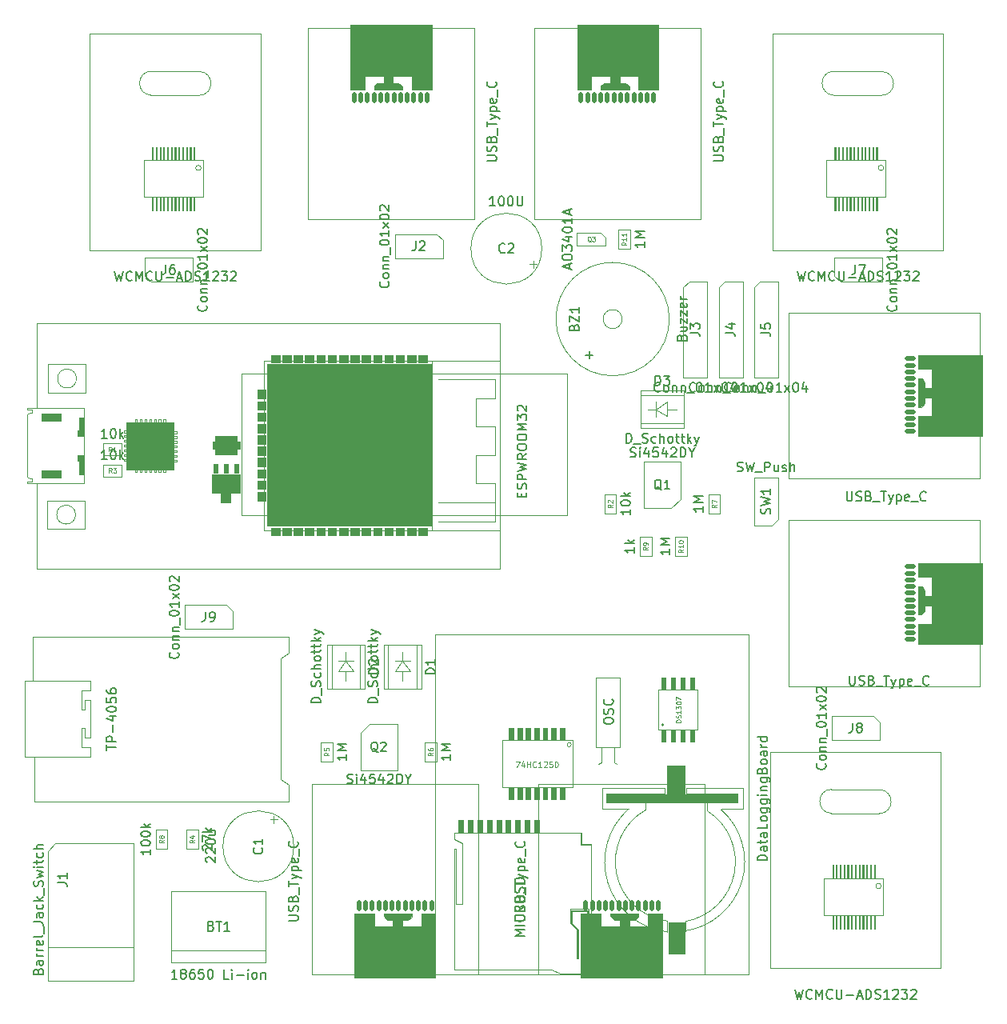
<source format=gbr>
G04 #@! TF.GenerationSoftware,KiCad,Pcbnew,(5.1.9)-1*
G04 #@! TF.CreationDate,2021-04-18T14:16:20+07:00*
G04 #@! TF.ProjectId,kicad-weight-scale-6-ch,6b696361-642d-4776-9569-6768742d7363,rev?*
G04 #@! TF.SameCoordinates,Original*
G04 #@! TF.FileFunction,Other,Fab,Top*
%FSLAX46Y46*%
G04 Gerber Fmt 4.6, Leading zero omitted, Abs format (unit mm)*
G04 Created by KiCad (PCBNEW (5.1.9)-1) date 2021-04-18 14:16:20*
%MOMM*%
%LPD*%
G01*
G04 APERTURE LIST*
%ADD10C,0.120000*%
%ADD11C,0.100000*%
%ADD12C,0.500000*%
%ADD13C,0.150000*%
%ADD14C,0.075000*%
%ADD15C,0.080000*%
G04 APERTURE END LIST*
D10*
X100300000Y-81100000D02*
X120800000Y-81100000D01*
X149300000Y-81100000D02*
X128800000Y-81100000D01*
X128800000Y-81100000D02*
X120800000Y-81100000D01*
X100300000Y-107100000D02*
X149300000Y-107100000D01*
X149300000Y-107100000D02*
X149300000Y-81100000D01*
X100800000Y-90100000D02*
X99800000Y-90100000D01*
X101900000Y-98100000D02*
X100000000Y-98100000D01*
X99300000Y-91100000D02*
X99300000Y-90800000D01*
X99300000Y-90100000D02*
X99800000Y-90100000D01*
X99300000Y-91100000D02*
X99300000Y-97400000D01*
X99300000Y-98100000D02*
X100000000Y-98100000D01*
X105300000Y-90700000D02*
X105300000Y-90600000D01*
X105300000Y-90600000D02*
X105300000Y-90100000D01*
X105300000Y-90100000D02*
X100800000Y-90100000D01*
X105300000Y-90700000D02*
X105300000Y-98100000D01*
X105300000Y-98100000D02*
X101900000Y-98100000D01*
X105300000Y-91100000D02*
X104800000Y-91100000D01*
X104800000Y-91100000D02*
X104800000Y-92500000D01*
X104800000Y-93100000D02*
X105300000Y-93100000D01*
X105300000Y-95100000D02*
X104800000Y-95100000D01*
X104800000Y-95700000D02*
X104800000Y-97100000D01*
X104800000Y-97100000D02*
X105300000Y-97100000D01*
X102800000Y-90800000D02*
X102800000Y-91500000D01*
X102800000Y-91500000D02*
X100800000Y-91500000D01*
X100800000Y-91500000D02*
X100800000Y-90700000D01*
X100800000Y-90700000D02*
X102800000Y-90700000D01*
X102800000Y-90700000D02*
X102800000Y-90800000D01*
X102800000Y-96800000D02*
X102800000Y-97500000D01*
X102800000Y-97500000D02*
X100800000Y-97500000D01*
X100800000Y-97500000D02*
X100800000Y-96700000D01*
X100800000Y-96700000D02*
X102800000Y-96700000D01*
X102800000Y-96700000D02*
X102800000Y-96800000D01*
X104800000Y-92500000D02*
X104600000Y-92500000D01*
X104600000Y-92500000D02*
X104600000Y-93100000D01*
X104600000Y-93100000D02*
X104800000Y-93100000D01*
X104800000Y-95100000D02*
X104600000Y-95100000D01*
X104600000Y-95100000D02*
X104600000Y-95700000D01*
X104600000Y-95700000D02*
X104800000Y-95700000D01*
X99300000Y-90100000D02*
X99300000Y-90300000D01*
X99300000Y-90300000D02*
X99800000Y-90300000D01*
X99800000Y-90300000D02*
X99800000Y-90600000D01*
X99800000Y-90600000D02*
X99500000Y-90600000D01*
X99500000Y-90600000D02*
X99300000Y-90800000D01*
X99300000Y-97900000D02*
X99800000Y-97900000D01*
X99800000Y-97900000D02*
X99800000Y-97600000D01*
X99800000Y-97600000D02*
X99500000Y-97600000D01*
X99500000Y-97600000D02*
X99300000Y-97400000D01*
X99300000Y-98100000D02*
X99300000Y-97900000D01*
X100300000Y-81100000D02*
X100300000Y-90100000D01*
X100300000Y-107100000D02*
X100300000Y-98100000D01*
X101500000Y-88500000D02*
X101500000Y-85500000D01*
X101500000Y-85500000D02*
X104500000Y-85500000D01*
X104500000Y-88500000D02*
X101500000Y-88500000D01*
X101400000Y-99900000D02*
X104400000Y-99900000D01*
X104400000Y-102900000D02*
X101400000Y-102900000D01*
X101400000Y-102900000D02*
X101400000Y-99900000D01*
X105500000Y-85500000D02*
X104500000Y-85500000D01*
X105500000Y-85500000D02*
X105500000Y-88500000D01*
X105500000Y-88500000D02*
X104500000Y-88500000D01*
X105400000Y-99900000D02*
X104400000Y-99900000D01*
X105400000Y-99900000D02*
X105400000Y-102900000D01*
X105400000Y-102900000D02*
X104400000Y-102900000D01*
X104500000Y-87000000D02*
G75*
G03*
X104500000Y-87000000I-1000000J0D01*
G01*
X104400000Y-101400000D02*
G75*
G03*
X104400000Y-101400000I-1000000J0D01*
G01*
X148800000Y-85100000D02*
X145800000Y-85100000D01*
X148800000Y-103100000D02*
X145800000Y-103100000D01*
X124300000Y-85100000D02*
X124300000Y-103100000D01*
X145800000Y-103100000D02*
X124800000Y-103100000D01*
X145800000Y-85100000D02*
X125800000Y-85100000D01*
X148800000Y-85100000D02*
X149300000Y-85100000D01*
X149300000Y-103100000D02*
X148800000Y-103100000D01*
X125800000Y-85100000D02*
X124300000Y-85100000D01*
X124800000Y-103100000D02*
X124300000Y-103100000D01*
X142100000Y-85600000D02*
X142100000Y-85100000D01*
X142100000Y-85600000D02*
X142100000Y-103100000D01*
D11*
G36*
X124700000Y-102600000D02*
G01*
X124700000Y-85500000D01*
X142100000Y-85500000D01*
X142100000Y-102600000D01*
X124700000Y-102600000D01*
G37*
X124700000Y-102600000D02*
X124700000Y-85500000D01*
X142100000Y-85500000D01*
X142100000Y-102600000D01*
X124700000Y-102600000D01*
D10*
X143800000Y-87100000D02*
X148800000Y-87100000D01*
X148800000Y-87100000D02*
X148800000Y-89100000D01*
X148800000Y-89100000D02*
X146800000Y-89100000D01*
X146800000Y-89100000D02*
X146800000Y-91100000D01*
X146800000Y-91100000D02*
X146800000Y-92100000D01*
X146800000Y-92100000D02*
X148800000Y-92100000D01*
X148800000Y-92100000D02*
X148800000Y-95100000D01*
X148800000Y-95100000D02*
X146800000Y-95100000D01*
X146800000Y-95100000D02*
X146800000Y-98100000D01*
X146800000Y-98100000D02*
X148800000Y-98100000D01*
X148800000Y-98100000D02*
X148800000Y-100100000D01*
X148800000Y-100100000D02*
X142800000Y-100100000D01*
X148800000Y-100100000D02*
X148800000Y-102100000D01*
X148800000Y-102100000D02*
X142800000Y-102100000D01*
X143800000Y-87100000D02*
X142800000Y-87100000D01*
D11*
G36*
X140700000Y-85300000D02*
G01*
X140700000Y-84500000D01*
X141600000Y-84500000D01*
X141600000Y-85300000D01*
X140700000Y-85300000D01*
G37*
X140700000Y-85300000D02*
X140700000Y-84500000D01*
X141600000Y-84500000D01*
X141600000Y-85300000D01*
X140700000Y-85300000D01*
G36*
X139500000Y-85300000D02*
G01*
X139500000Y-84500000D01*
X140400000Y-84500000D01*
X140400000Y-85300000D01*
X139500000Y-85300000D01*
G37*
X139500000Y-85300000D02*
X139500000Y-84500000D01*
X140400000Y-84500000D01*
X140400000Y-85300000D01*
X139500000Y-85300000D01*
G36*
X138300000Y-85300000D02*
G01*
X138300000Y-84500000D01*
X139200000Y-84500000D01*
X139200000Y-85300000D01*
X138300000Y-85300000D01*
G37*
X138300000Y-85300000D02*
X138300000Y-84500000D01*
X139200000Y-84500000D01*
X139200000Y-85300000D01*
X138300000Y-85300000D01*
G36*
X137100000Y-85300000D02*
G01*
X137100000Y-84500000D01*
X138000000Y-84500000D01*
X138000000Y-85300000D01*
X137100000Y-85300000D01*
G37*
X137100000Y-85300000D02*
X137100000Y-84500000D01*
X138000000Y-84500000D01*
X138000000Y-85300000D01*
X137100000Y-85300000D01*
G36*
X135900000Y-85300000D02*
G01*
X135900000Y-84500000D01*
X136800000Y-84500000D01*
X136800000Y-85300000D01*
X135900000Y-85300000D01*
G37*
X135900000Y-85300000D02*
X135900000Y-84500000D01*
X136800000Y-84500000D01*
X136800000Y-85300000D01*
X135900000Y-85300000D01*
G36*
X134700000Y-85300000D02*
G01*
X134700000Y-84500000D01*
X135600000Y-84500000D01*
X135600000Y-85300000D01*
X134700000Y-85300000D01*
G37*
X134700000Y-85300000D02*
X134700000Y-84500000D01*
X135600000Y-84500000D01*
X135600000Y-85300000D01*
X134700000Y-85300000D01*
G36*
X133500000Y-85300000D02*
G01*
X133500000Y-84500000D01*
X134400000Y-84500000D01*
X134400000Y-85300000D01*
X133500000Y-85300000D01*
G37*
X133500000Y-85300000D02*
X133500000Y-84500000D01*
X134400000Y-84500000D01*
X134400000Y-85300000D01*
X133500000Y-85300000D01*
G36*
X132300000Y-85300000D02*
G01*
X132300000Y-84500000D01*
X133200000Y-84500000D01*
X133200000Y-85300000D01*
X132300000Y-85300000D01*
G37*
X132300000Y-85300000D02*
X132300000Y-84500000D01*
X133200000Y-84500000D01*
X133200000Y-85300000D01*
X132300000Y-85300000D01*
G36*
X131100000Y-85300000D02*
G01*
X131100000Y-84500000D01*
X132000000Y-84500000D01*
X132000000Y-85300000D01*
X131100000Y-85300000D01*
G37*
X131100000Y-85300000D02*
X131100000Y-84500000D01*
X132000000Y-84500000D01*
X132000000Y-85300000D01*
X131100000Y-85300000D01*
G36*
X129900000Y-85300000D02*
G01*
X129900000Y-84500000D01*
X130800000Y-84500000D01*
X130800000Y-85300000D01*
X129900000Y-85300000D01*
G37*
X129900000Y-85300000D02*
X129900000Y-84500000D01*
X130800000Y-84500000D01*
X130800000Y-85300000D01*
X129900000Y-85300000D01*
G36*
X128700000Y-85300000D02*
G01*
X128700000Y-84500000D01*
X129600000Y-84500000D01*
X129600000Y-85300000D01*
X128700000Y-85300000D01*
G37*
X128700000Y-85300000D02*
X128700000Y-84500000D01*
X129600000Y-84500000D01*
X129600000Y-85300000D01*
X128700000Y-85300000D01*
G36*
X127500000Y-85300000D02*
G01*
X127500000Y-84500000D01*
X128400000Y-84500000D01*
X128400000Y-85300000D01*
X127500000Y-85300000D01*
G37*
X127500000Y-85300000D02*
X127500000Y-84500000D01*
X128400000Y-84500000D01*
X128400000Y-85300000D01*
X127500000Y-85300000D01*
G36*
X126300000Y-85300000D02*
G01*
X126300000Y-84500000D01*
X127200000Y-84500000D01*
X127200000Y-85300000D01*
X126300000Y-85300000D01*
G37*
X126300000Y-85300000D02*
X126300000Y-84500000D01*
X127200000Y-84500000D01*
X127200000Y-85300000D01*
X126300000Y-85300000D01*
G36*
X125100000Y-85300000D02*
G01*
X125100000Y-84500000D01*
X126000000Y-84500000D01*
X126000000Y-85300000D01*
X125100000Y-85300000D01*
G37*
X125100000Y-85300000D02*
X125100000Y-84500000D01*
X126000000Y-84500000D01*
X126000000Y-85300000D01*
X125100000Y-85300000D01*
G36*
X140700000Y-103600000D02*
G01*
X140700000Y-102800000D01*
X141600000Y-102800000D01*
X141600000Y-103600000D01*
X140700000Y-103600000D01*
G37*
X140700000Y-103600000D02*
X140700000Y-102800000D01*
X141600000Y-102800000D01*
X141600000Y-103600000D01*
X140700000Y-103600000D01*
G36*
X139500000Y-103600000D02*
G01*
X139500000Y-102800000D01*
X140400000Y-102800000D01*
X140400000Y-103600000D01*
X139500000Y-103600000D01*
G37*
X139500000Y-103600000D02*
X139500000Y-102800000D01*
X140400000Y-102800000D01*
X140400000Y-103600000D01*
X139500000Y-103600000D01*
G36*
X138300000Y-103600000D02*
G01*
X138300000Y-102800000D01*
X139200000Y-102800000D01*
X139200000Y-103600000D01*
X138300000Y-103600000D01*
G37*
X138300000Y-103600000D02*
X138300000Y-102800000D01*
X139200000Y-102800000D01*
X139200000Y-103600000D01*
X138300000Y-103600000D01*
G36*
X137100000Y-103600000D02*
G01*
X137100000Y-102800000D01*
X138000000Y-102800000D01*
X138000000Y-103600000D01*
X137100000Y-103600000D01*
G37*
X137100000Y-103600000D02*
X137100000Y-102800000D01*
X138000000Y-102800000D01*
X138000000Y-103600000D01*
X137100000Y-103600000D01*
G36*
X135900000Y-103600000D02*
G01*
X135900000Y-102800000D01*
X136800000Y-102800000D01*
X136800000Y-103600000D01*
X135900000Y-103600000D01*
G37*
X135900000Y-103600000D02*
X135900000Y-102800000D01*
X136800000Y-102800000D01*
X136800000Y-103600000D01*
X135900000Y-103600000D01*
G36*
X134700000Y-103600000D02*
G01*
X134700000Y-102800000D01*
X135600000Y-102800000D01*
X135600000Y-103600000D01*
X134700000Y-103600000D01*
G37*
X134700000Y-103600000D02*
X134700000Y-102800000D01*
X135600000Y-102800000D01*
X135600000Y-103600000D01*
X134700000Y-103600000D01*
G36*
X133500000Y-103600000D02*
G01*
X133500000Y-102800000D01*
X134400000Y-102800000D01*
X134400000Y-103600000D01*
X133500000Y-103600000D01*
G37*
X133500000Y-103600000D02*
X133500000Y-102800000D01*
X134400000Y-102800000D01*
X134400000Y-103600000D01*
X133500000Y-103600000D01*
G36*
X132300000Y-103600000D02*
G01*
X132300000Y-102800000D01*
X133200000Y-102800000D01*
X133200000Y-103600000D01*
X132300000Y-103600000D01*
G37*
X132300000Y-103600000D02*
X132300000Y-102800000D01*
X133200000Y-102800000D01*
X133200000Y-103600000D01*
X132300000Y-103600000D01*
G36*
X125100000Y-103600000D02*
G01*
X125100000Y-102800000D01*
X126000000Y-102800000D01*
X126000000Y-103600000D01*
X125100000Y-103600000D01*
G37*
X125100000Y-103600000D02*
X125100000Y-102800000D01*
X126000000Y-102800000D01*
X126000000Y-103600000D01*
X125100000Y-103600000D01*
G36*
X128700000Y-103600000D02*
G01*
X128700000Y-102800000D01*
X129600000Y-102800000D01*
X129600000Y-103600000D01*
X128700000Y-103600000D01*
G37*
X128700000Y-103600000D02*
X128700000Y-102800000D01*
X129600000Y-102800000D01*
X129600000Y-103600000D01*
X128700000Y-103600000D01*
G36*
X126300000Y-103600000D02*
G01*
X126300000Y-102800000D01*
X127200000Y-102800000D01*
X127200000Y-103600000D01*
X126300000Y-103600000D01*
G37*
X126300000Y-103600000D02*
X126300000Y-102800000D01*
X127200000Y-102800000D01*
X127200000Y-103600000D01*
X126300000Y-103600000D01*
G36*
X129900000Y-103600000D02*
G01*
X129900000Y-102800000D01*
X130800000Y-102800000D01*
X130800000Y-103600000D01*
X129900000Y-103600000D01*
G37*
X129900000Y-103600000D02*
X129900000Y-102800000D01*
X130800000Y-102800000D01*
X130800000Y-103600000D01*
X129900000Y-103600000D01*
G36*
X131100000Y-103600000D02*
G01*
X131100000Y-102800000D01*
X132000000Y-102800000D01*
X132000000Y-103600000D01*
X131100000Y-103600000D01*
G37*
X131100000Y-103600000D02*
X131100000Y-102800000D01*
X132000000Y-102800000D01*
X132000000Y-103600000D01*
X131100000Y-103600000D01*
G36*
X127500000Y-103600000D02*
G01*
X127500000Y-102800000D01*
X128400000Y-102800000D01*
X128400000Y-103600000D01*
X127500000Y-103600000D01*
G37*
X127500000Y-103600000D02*
X127500000Y-102800000D01*
X128400000Y-102800000D01*
X128400000Y-103600000D01*
X127500000Y-103600000D01*
G36*
X124500000Y-89100000D02*
G01*
X123700000Y-89100000D01*
X123700000Y-88200000D01*
X124500000Y-88200000D01*
X124500000Y-89100000D01*
G37*
X124500000Y-89100000D02*
X123700000Y-89100000D01*
X123700000Y-88200000D01*
X124500000Y-88200000D01*
X124500000Y-89100000D01*
G36*
X124500000Y-90300000D02*
G01*
X123700000Y-90300000D01*
X123700000Y-89400000D01*
X124500000Y-89400000D01*
X124500000Y-90300000D01*
G37*
X124500000Y-90300000D02*
X123700000Y-90300000D01*
X123700000Y-89400000D01*
X124500000Y-89400000D01*
X124500000Y-90300000D01*
G36*
X124500000Y-91500000D02*
G01*
X123700000Y-91500000D01*
X123700000Y-90600000D01*
X124500000Y-90600000D01*
X124500000Y-91500000D01*
G37*
X124500000Y-91500000D02*
X123700000Y-91500000D01*
X123700000Y-90600000D01*
X124500000Y-90600000D01*
X124500000Y-91500000D01*
G36*
X124500000Y-92700000D02*
G01*
X123700000Y-92700000D01*
X123700000Y-91800000D01*
X124500000Y-91800000D01*
X124500000Y-92700000D01*
G37*
X124500000Y-92700000D02*
X123700000Y-92700000D01*
X123700000Y-91800000D01*
X124500000Y-91800000D01*
X124500000Y-92700000D01*
G36*
X124500000Y-93900000D02*
G01*
X123700000Y-93900000D01*
X123700000Y-93000000D01*
X124500000Y-93000000D01*
X124500000Y-93900000D01*
G37*
X124500000Y-93900000D02*
X123700000Y-93900000D01*
X123700000Y-93000000D01*
X124500000Y-93000000D01*
X124500000Y-93900000D01*
G36*
X124500000Y-95100000D02*
G01*
X123700000Y-95100000D01*
X123700000Y-94200000D01*
X124500000Y-94200000D01*
X124500000Y-95100000D01*
G37*
X124500000Y-95100000D02*
X123700000Y-95100000D01*
X123700000Y-94200000D01*
X124500000Y-94200000D01*
X124500000Y-95100000D01*
G36*
X124500000Y-98700000D02*
G01*
X123700000Y-98700000D01*
X123700000Y-97800000D01*
X124500000Y-97800000D01*
X124500000Y-98700000D01*
G37*
X124500000Y-98700000D02*
X123700000Y-98700000D01*
X123700000Y-97800000D01*
X124500000Y-97800000D01*
X124500000Y-98700000D01*
G36*
X124500000Y-97500000D02*
G01*
X123700000Y-97500000D01*
X123700000Y-96600000D01*
X124500000Y-96600000D01*
X124500000Y-97500000D01*
G37*
X124500000Y-97500000D02*
X123700000Y-97500000D01*
X123700000Y-96600000D01*
X124500000Y-96600000D01*
X124500000Y-97500000D01*
G36*
X124500000Y-96300000D02*
G01*
X123700000Y-96300000D01*
X123700000Y-95400000D01*
X124500000Y-95400000D01*
X124500000Y-96300000D01*
G37*
X124500000Y-96300000D02*
X123700000Y-96300000D01*
X123700000Y-95400000D01*
X124500000Y-95400000D01*
X124500000Y-96300000D01*
G36*
X124500000Y-99900000D02*
G01*
X123700000Y-99900000D01*
X123700000Y-99000000D01*
X124500000Y-99000000D01*
X124500000Y-99900000D01*
G37*
X124500000Y-99900000D02*
X123700000Y-99900000D01*
X123700000Y-99000000D01*
X124500000Y-99000000D01*
X124500000Y-99900000D01*
G36*
X109800000Y-96600000D02*
G01*
X109800000Y-91600000D01*
X114800000Y-91600000D01*
X114800000Y-96600000D01*
X109800000Y-96600000D01*
G37*
X109800000Y-96600000D02*
X109800000Y-91600000D01*
X114800000Y-91600000D01*
X114800000Y-96600000D01*
X109800000Y-96600000D01*
D10*
X112400000Y-96600000D02*
X112400000Y-96900000D01*
X112200000Y-96600000D02*
X112200000Y-96900000D01*
X111900000Y-96600000D02*
X111900000Y-96900000D01*
X111700000Y-96600000D02*
X111700000Y-96900000D01*
X111400000Y-96600000D02*
X111400000Y-96900000D01*
X111200000Y-96600000D02*
X111200000Y-96900000D01*
X110900000Y-96600000D02*
X110900000Y-96900000D01*
X110700000Y-96600000D02*
X110700000Y-96900000D01*
X112700000Y-96600000D02*
X112700000Y-96900000D01*
X112900000Y-96600000D02*
X112900000Y-96900000D01*
X113200000Y-96600000D02*
X113200000Y-96900000D01*
X113400000Y-96600000D02*
X113400000Y-96900000D01*
X113700000Y-96600000D02*
X113700000Y-96900000D01*
X113900000Y-96600000D02*
X113900000Y-96900000D01*
X113900000Y-96900000D02*
X113700000Y-96900000D01*
X113400000Y-96900000D02*
X113200000Y-96900000D01*
X112900000Y-96900000D02*
X112700000Y-96900000D01*
X112400000Y-96900000D02*
X112200000Y-96900000D01*
X111900000Y-96900000D02*
X111700000Y-96900000D01*
X111400000Y-96900000D02*
X111200000Y-96900000D01*
X110900000Y-96900000D02*
X110700000Y-96900000D01*
X114800000Y-93300000D02*
X115100000Y-93300000D01*
X114800000Y-94800000D02*
X115100000Y-94800000D01*
X114800000Y-95100000D02*
X115100000Y-95100000D01*
X114800000Y-95600000D02*
X115100000Y-95600000D01*
X114800000Y-94100000D02*
X115100000Y-94100000D01*
X114800000Y-94300000D02*
X115100000Y-94300000D01*
X114800000Y-93800000D02*
X115100000Y-93800000D01*
X114800000Y-94600000D02*
X115100000Y-94600000D01*
X114800000Y-95800000D02*
X115100000Y-95800000D01*
X114800000Y-95300000D02*
X115100000Y-95300000D01*
X114800000Y-93600000D02*
X115100000Y-93600000D01*
X114800000Y-93100000D02*
X115100000Y-93100000D01*
X114800000Y-92800000D02*
X115100000Y-92800000D01*
X114800000Y-92600000D02*
X115100000Y-92600000D01*
X115100000Y-93600000D02*
X115100000Y-93800000D01*
X115100000Y-92600000D02*
X115100000Y-92800000D01*
X115100000Y-93100000D02*
X115100000Y-93300000D01*
X115100000Y-94100000D02*
X115100000Y-94300000D01*
X115100000Y-94600000D02*
X115100000Y-94800000D01*
X115100000Y-95100000D02*
X115100000Y-95300000D01*
X115100000Y-95600000D02*
X115100000Y-95800000D01*
X111400000Y-91600000D02*
X111400000Y-91300000D01*
X112900000Y-91600000D02*
X112900000Y-91300000D01*
X113200000Y-91600000D02*
X113200000Y-91300000D01*
X113700000Y-91600000D02*
X113700000Y-91300000D01*
X112200000Y-91600000D02*
X112200000Y-91300000D01*
X112400000Y-91600000D02*
X112400000Y-91300000D01*
X111900000Y-91600000D02*
X111900000Y-91300000D01*
X112700000Y-91600000D02*
X112700000Y-91300000D01*
X113900000Y-91600000D02*
X113900000Y-91300000D01*
X113400000Y-91600000D02*
X113400000Y-91300000D01*
X111700000Y-91600000D02*
X111700000Y-91300000D01*
X111200000Y-91600000D02*
X111200000Y-91300000D01*
X110900000Y-91600000D02*
X110900000Y-91300000D01*
X110700000Y-91600000D02*
X110700000Y-91300000D01*
X111700000Y-91300000D02*
X111900000Y-91300000D01*
X110700000Y-91300000D02*
X110900000Y-91300000D01*
X111200000Y-91300000D02*
X111400000Y-91300000D01*
X112200000Y-91300000D02*
X112400000Y-91300000D01*
X112700000Y-91300000D02*
X112900000Y-91300000D01*
X113200000Y-91300000D02*
X113400000Y-91300000D01*
X113700000Y-91300000D02*
X113900000Y-91300000D01*
X109800000Y-95000000D02*
X109500000Y-95000000D01*
X109800000Y-93500000D02*
X109500000Y-93500000D01*
X109800000Y-93200000D02*
X109500000Y-93200000D01*
X109800000Y-92700000D02*
X109500000Y-92700000D01*
X109800000Y-94200000D02*
X109500000Y-94200000D01*
X109800000Y-94000000D02*
X109500000Y-94000000D01*
X109800000Y-94500000D02*
X109500000Y-94500000D01*
X109800000Y-93700000D02*
X109500000Y-93700000D01*
X109800000Y-92500000D02*
X109500000Y-92500000D01*
X109800000Y-93000000D02*
X109500000Y-93000000D01*
X109800000Y-94700000D02*
X109500000Y-94700000D01*
X109800000Y-95200000D02*
X109500000Y-95200000D01*
X109800000Y-95500000D02*
X109500000Y-95500000D01*
X109800000Y-95700000D02*
X109500000Y-95700000D01*
X109500000Y-94700000D02*
X109500000Y-94500000D01*
X109500000Y-95700000D02*
X109500000Y-95500000D01*
X109500000Y-95200000D02*
X109500000Y-95000000D01*
X109500000Y-94200000D02*
X109500000Y-94000000D01*
X109500000Y-93700000D02*
X109500000Y-93500000D01*
X109500000Y-93200000D02*
X109500000Y-93000000D01*
X109500000Y-92700000D02*
X109500000Y-92500000D01*
X121800000Y-97100000D02*
X121800000Y-99100000D01*
X121800000Y-99100000D02*
X118800000Y-99100000D01*
X118800000Y-99100000D02*
X118800000Y-97100000D01*
X118800000Y-97100000D02*
X121800000Y-97100000D01*
D11*
G36*
X118900000Y-99000000D02*
G01*
X118900000Y-97200000D01*
X121700000Y-97200000D01*
X121700000Y-99000000D01*
X118900000Y-99000000D01*
G37*
X118900000Y-99000000D02*
X118900000Y-97200000D01*
X121700000Y-97200000D01*
X121700000Y-99000000D01*
X118900000Y-99000000D01*
G36*
X119800000Y-100100000D02*
G01*
X119800000Y-99100000D01*
X120800000Y-99100000D01*
X120800000Y-100100000D01*
X119800000Y-100100000D01*
G37*
X119800000Y-100100000D02*
X119800000Y-99100000D01*
X120800000Y-99100000D01*
X120800000Y-100100000D01*
X119800000Y-100100000D01*
G36*
X121200000Y-97000000D02*
G01*
X121200000Y-96000000D01*
X121600000Y-96000000D01*
X121600000Y-97000000D01*
X121200000Y-97000000D01*
G37*
X121200000Y-97000000D02*
X121200000Y-96000000D01*
X121600000Y-96000000D01*
X121600000Y-97000000D01*
X121200000Y-97000000D01*
G36*
X120100000Y-97000000D02*
G01*
X120100000Y-96000000D01*
X120500000Y-96000000D01*
X120500000Y-97000000D01*
X120100000Y-97000000D01*
G37*
X120100000Y-97000000D02*
X120100000Y-96000000D01*
X120500000Y-96000000D01*
X120500000Y-97000000D01*
X120100000Y-97000000D01*
G36*
X119000000Y-97000000D02*
G01*
X119000000Y-96000000D01*
X119400000Y-96000000D01*
X119400000Y-97000000D01*
X119000000Y-97000000D01*
G37*
X119000000Y-97000000D02*
X119000000Y-96000000D01*
X119400000Y-96000000D01*
X119400000Y-97000000D01*
X119000000Y-97000000D01*
G36*
X119200000Y-95000000D02*
G01*
X119200000Y-93100000D01*
X121500000Y-93100000D01*
X121500000Y-95000000D01*
X119200000Y-95000000D01*
G37*
X119200000Y-95000000D02*
X119200000Y-93100000D01*
X121500000Y-93100000D01*
X121500000Y-95000000D01*
X119200000Y-95000000D01*
G36*
X118900000Y-94400000D02*
G01*
X118900000Y-93700000D01*
X119200000Y-93700000D01*
X119200000Y-94400000D01*
X118900000Y-94400000D01*
G37*
X118900000Y-94400000D02*
X118900000Y-93700000D01*
X119200000Y-93700000D01*
X119200000Y-94400000D01*
X118900000Y-94400000D01*
G36*
X121500000Y-94400000D02*
G01*
X121500000Y-93700000D01*
X121800000Y-93700000D01*
X121800000Y-94400000D01*
X121500000Y-94400000D01*
G37*
X121500000Y-94400000D02*
X121500000Y-93700000D01*
X121800000Y-93700000D01*
X121800000Y-94400000D01*
X121500000Y-94400000D01*
G36*
X100800000Y-91500000D02*
G01*
X100800000Y-90700000D01*
X102800000Y-90700000D01*
X102800000Y-91500000D01*
X100800000Y-91500000D01*
G37*
X100800000Y-91500000D02*
X100800000Y-90700000D01*
X102800000Y-90700000D01*
X102800000Y-91500000D01*
X100800000Y-91500000D01*
G36*
X100800000Y-97500000D02*
G01*
X100800000Y-96700000D01*
X102800000Y-96700000D01*
X102800000Y-97500000D01*
X100800000Y-97500000D01*
G37*
X100800000Y-97500000D02*
X100800000Y-96700000D01*
X102800000Y-96700000D01*
X102800000Y-97500000D01*
X100800000Y-97500000D01*
G36*
X104800000Y-97100000D02*
G01*
X104800000Y-95700000D01*
X104600000Y-95700000D01*
X104600000Y-95100000D01*
X105300000Y-95100000D01*
X105300000Y-97100000D01*
X104800000Y-97100000D01*
G37*
X104800000Y-97100000D02*
X104800000Y-95700000D01*
X104600000Y-95700000D01*
X104600000Y-95100000D01*
X105300000Y-95100000D01*
X105300000Y-97100000D01*
X104800000Y-97100000D01*
G36*
X104600000Y-93100000D02*
G01*
X104600000Y-92500000D01*
X104800000Y-92500000D01*
X104800000Y-91100000D01*
X105300000Y-91100000D01*
X105300000Y-93100000D01*
X104600000Y-93100000D01*
G37*
X104600000Y-93100000D02*
X104600000Y-92500000D01*
X104800000Y-92500000D01*
X104800000Y-91100000D01*
X105300000Y-91100000D01*
X105300000Y-93100000D01*
X104600000Y-93100000D01*
D12*
X158600000Y-56900000D02*
X158600000Y-57600000D01*
X157900000Y-56900000D02*
X157900000Y-57600000D01*
X160000000Y-56900000D02*
X160000000Y-57600000D01*
X159300000Y-56900000D02*
X159300000Y-57600000D01*
X161400000Y-56900000D02*
X161400000Y-57600000D01*
X160700000Y-56900000D02*
X160700000Y-57600000D01*
X162800000Y-56900000D02*
X162800000Y-57600000D01*
X162100000Y-56900000D02*
X162100000Y-57600000D01*
X164200000Y-56900000D02*
X164200000Y-57600000D01*
X163500000Y-56900000D02*
X163500000Y-57600000D01*
X164900000Y-56900000D02*
X164900000Y-57600000D01*
X165600000Y-56900000D02*
X165600000Y-57600000D01*
D11*
G36*
X164000000Y-56400000D02*
G01*
X164000000Y-55000000D01*
X162000000Y-55000000D01*
X162000000Y-55700000D01*
X162600000Y-55700000D01*
X163000000Y-56100000D01*
X163000000Y-56400000D01*
X160000000Y-56400000D01*
X160000000Y-56000000D01*
X160400000Y-55700000D01*
X161000000Y-55700000D01*
X161000000Y-55000000D01*
X159000000Y-55000000D01*
X159000000Y-56400000D01*
X157500000Y-56400000D01*
X157500000Y-49600000D01*
X166100000Y-49600000D01*
X166100000Y-56400000D01*
X164000000Y-56400000D01*
G37*
X164000000Y-56400000D02*
X164000000Y-55000000D01*
X162000000Y-55000000D01*
X162000000Y-55700000D01*
X162600000Y-55700000D01*
X163000000Y-56100000D01*
X163000000Y-56400000D01*
X160000000Y-56400000D01*
X160000000Y-56000000D01*
X160400000Y-55700000D01*
X161000000Y-55700000D01*
X161000000Y-55000000D01*
X159000000Y-55000000D01*
X159000000Y-56400000D01*
X157500000Y-56400000D01*
X157500000Y-49600000D01*
X166100000Y-49600000D01*
X166100000Y-56400000D01*
X164000000Y-56400000D01*
D10*
X159000000Y-56400000D02*
X157500000Y-56400000D01*
X164000000Y-56400000D02*
X166100000Y-56400000D01*
X160000000Y-56400000D02*
X163000000Y-56400000D01*
X160000000Y-56000000D02*
X160000000Y-56400000D01*
X160400000Y-55700000D02*
X160000000Y-56000000D01*
X161000000Y-55700000D02*
X160400000Y-55700000D01*
X163000000Y-56100000D02*
X163000000Y-56400000D01*
X162600000Y-55700000D02*
X163000000Y-56100000D01*
X162000000Y-55700000D02*
X162600000Y-55700000D01*
X161000000Y-55000000D02*
X161000000Y-55700000D01*
X159000000Y-55000000D02*
X161000000Y-55000000D01*
X159000000Y-56400000D02*
X159000000Y-55000000D01*
X162000000Y-55000000D02*
X162000000Y-55700000D01*
X164000000Y-55000000D02*
X162000000Y-55000000D01*
X164000000Y-56400000D02*
X164000000Y-55000000D01*
X170600000Y-49900000D02*
X166100000Y-49900000D01*
X153000000Y-49900000D02*
X157500000Y-49900000D01*
X157500000Y-49600000D02*
X166100000Y-49600000D01*
X157500000Y-56400000D02*
X157500000Y-49600000D01*
X166100000Y-56400000D02*
X166100000Y-49600000D01*
X170600000Y-70100000D02*
X170600000Y-49900000D01*
X153000000Y-70100000D02*
X170600000Y-70100000D01*
X153000000Y-49900000D02*
X153000000Y-70100000D01*
D12*
X134600000Y-56900000D02*
X134600000Y-57600000D01*
X133900000Y-56900000D02*
X133900000Y-57600000D01*
X136000000Y-56900000D02*
X136000000Y-57600000D01*
X135300000Y-56900000D02*
X135300000Y-57600000D01*
X137400000Y-56900000D02*
X137400000Y-57600000D01*
X136700000Y-56900000D02*
X136700000Y-57600000D01*
X138800000Y-56900000D02*
X138800000Y-57600000D01*
X138100000Y-56900000D02*
X138100000Y-57600000D01*
X140200000Y-56900000D02*
X140200000Y-57600000D01*
X139500000Y-56900000D02*
X139500000Y-57600000D01*
X140900000Y-56900000D02*
X140900000Y-57600000D01*
X141600000Y-56900000D02*
X141600000Y-57600000D01*
D11*
G36*
X140000000Y-56400000D02*
G01*
X140000000Y-55000000D01*
X138000000Y-55000000D01*
X138000000Y-55700000D01*
X138600000Y-55700000D01*
X139000000Y-56100000D01*
X139000000Y-56400000D01*
X136000000Y-56400000D01*
X136000000Y-56000000D01*
X136400000Y-55700000D01*
X137000000Y-55700000D01*
X137000000Y-55000000D01*
X135000000Y-55000000D01*
X135000000Y-56400000D01*
X133500000Y-56400000D01*
X133500000Y-49600000D01*
X142100000Y-49600000D01*
X142100000Y-56400000D01*
X140000000Y-56400000D01*
G37*
X140000000Y-56400000D02*
X140000000Y-55000000D01*
X138000000Y-55000000D01*
X138000000Y-55700000D01*
X138600000Y-55700000D01*
X139000000Y-56100000D01*
X139000000Y-56400000D01*
X136000000Y-56400000D01*
X136000000Y-56000000D01*
X136400000Y-55700000D01*
X137000000Y-55700000D01*
X137000000Y-55000000D01*
X135000000Y-55000000D01*
X135000000Y-56400000D01*
X133500000Y-56400000D01*
X133500000Y-49600000D01*
X142100000Y-49600000D01*
X142100000Y-56400000D01*
X140000000Y-56400000D01*
D10*
X135000000Y-56400000D02*
X133500000Y-56400000D01*
X140000000Y-56400000D02*
X142100000Y-56400000D01*
X136000000Y-56400000D02*
X139000000Y-56400000D01*
X136000000Y-56000000D02*
X136000000Y-56400000D01*
X136400000Y-55700000D02*
X136000000Y-56000000D01*
X137000000Y-55700000D02*
X136400000Y-55700000D01*
X139000000Y-56100000D02*
X139000000Y-56400000D01*
X138600000Y-55700000D02*
X139000000Y-56100000D01*
X138000000Y-55700000D02*
X138600000Y-55700000D01*
X137000000Y-55000000D02*
X137000000Y-55700000D01*
X135000000Y-55000000D02*
X137000000Y-55000000D01*
X135000000Y-56400000D02*
X135000000Y-55000000D01*
X138000000Y-55000000D02*
X138000000Y-55700000D01*
X140000000Y-55000000D02*
X138000000Y-55000000D01*
X140000000Y-56400000D02*
X140000000Y-55000000D01*
X146600000Y-49900000D02*
X142100000Y-49900000D01*
X129000000Y-49900000D02*
X133500000Y-49900000D01*
X133500000Y-49600000D02*
X142100000Y-49600000D01*
X133500000Y-56400000D02*
X133500000Y-49600000D01*
X142100000Y-56400000D02*
X142100000Y-49600000D01*
X146600000Y-70100000D02*
X146600000Y-49900000D01*
X129000000Y-70100000D02*
X146600000Y-70100000D01*
X129000000Y-49900000D02*
X129000000Y-70100000D01*
D11*
X121020000Y-111615000D02*
X121020000Y-113520000D01*
X121020000Y-113520000D02*
X115940000Y-113520000D01*
X115940000Y-113520000D02*
X115940000Y-110980000D01*
X115940000Y-110980000D02*
X120385000Y-110980000D01*
X120385000Y-110980000D02*
X121020000Y-111615000D01*
D10*
X127000000Y-130000000D02*
X126100000Y-129400000D01*
X127000000Y-131800000D02*
X127000000Y-130000000D01*
X126100000Y-116600000D02*
X126100000Y-129400000D01*
X127000000Y-116000000D02*
X126100000Y-116600000D01*
X127000000Y-114300000D02*
X127000000Y-116000000D01*
X100000000Y-131800000D02*
X100000000Y-127000000D01*
X99900000Y-114300000D02*
X99900000Y-119000000D01*
X127000000Y-114300000D02*
X99900000Y-114300000D01*
X100000000Y-131800000D02*
X127000000Y-131800000D01*
X106000000Y-127000000D02*
X106000000Y-126000000D01*
X106000000Y-120000000D02*
X106000000Y-119000000D01*
X105400000Y-121000000D02*
X106000000Y-121000000D01*
X105400000Y-122000000D02*
X105400000Y-121000000D01*
X105000000Y-122000000D02*
X105400000Y-122000000D01*
X105000000Y-120000000D02*
X105000000Y-122000000D01*
X106000000Y-120000000D02*
X105000000Y-120000000D01*
X105000000Y-126000000D02*
X106000000Y-126000000D01*
X105000000Y-124000000D02*
X105000000Y-126000000D01*
X105400000Y-124000000D02*
X105000000Y-124000000D01*
X105400000Y-125000000D02*
X105400000Y-124000000D01*
X106000000Y-125000000D02*
X105400000Y-125000000D01*
X106000000Y-127000000D02*
X99000000Y-127000000D01*
X106000000Y-121000000D02*
X106000000Y-125000000D01*
X99000000Y-119000000D02*
X106000000Y-119000000D01*
X99000000Y-124000000D02*
X99000000Y-119000000D01*
X99000000Y-127000000D02*
X99000000Y-124000000D01*
D12*
X193100000Y-107600000D02*
X192400000Y-107600000D01*
X193100000Y-106900000D02*
X192400000Y-106900000D01*
X193100000Y-109000000D02*
X192400000Y-109000000D01*
X193100000Y-108300000D02*
X192400000Y-108300000D01*
X193100000Y-110400000D02*
X192400000Y-110400000D01*
X193100000Y-109700000D02*
X192400000Y-109700000D01*
X193100000Y-111800000D02*
X192400000Y-111800000D01*
X193100000Y-111100000D02*
X192400000Y-111100000D01*
X193100000Y-113200000D02*
X192400000Y-113200000D01*
X193100000Y-112500000D02*
X192400000Y-112500000D01*
X193100000Y-113900000D02*
X192400000Y-113900000D01*
X193100000Y-114600000D02*
X192400000Y-114600000D01*
D11*
G36*
X193600000Y-113000000D02*
G01*
X195000000Y-113000000D01*
X195000000Y-111000000D01*
X194300000Y-111000000D01*
X194300000Y-111600000D01*
X193900000Y-112000000D01*
X193600000Y-112000000D01*
X193600000Y-109000000D01*
X194000000Y-109000000D01*
X194300000Y-109400000D01*
X194300000Y-110000000D01*
X195000000Y-110000000D01*
X195000000Y-108000000D01*
X193600000Y-108000000D01*
X193600000Y-106500000D01*
X200400000Y-106500000D01*
X200400000Y-115100000D01*
X193600000Y-115100000D01*
X193600000Y-113000000D01*
G37*
X193600000Y-113000000D02*
X195000000Y-113000000D01*
X195000000Y-111000000D01*
X194300000Y-111000000D01*
X194300000Y-111600000D01*
X193900000Y-112000000D01*
X193600000Y-112000000D01*
X193600000Y-109000000D01*
X194000000Y-109000000D01*
X194300000Y-109400000D01*
X194300000Y-110000000D01*
X195000000Y-110000000D01*
X195000000Y-108000000D01*
X193600000Y-108000000D01*
X193600000Y-106500000D01*
X200400000Y-106500000D01*
X200400000Y-115100000D01*
X193600000Y-115100000D01*
X193600000Y-113000000D01*
D10*
X193600000Y-108000000D02*
X193600000Y-106500000D01*
X193600000Y-113000000D02*
X193600000Y-115100000D01*
X193600000Y-109000000D02*
X193600000Y-112000000D01*
X194000000Y-109000000D02*
X193600000Y-109000000D01*
X194300000Y-109400000D02*
X194000000Y-109000000D01*
X194300000Y-110000000D02*
X194300000Y-109400000D01*
X193900000Y-112000000D02*
X193600000Y-112000000D01*
X194300000Y-111600000D02*
X193900000Y-112000000D01*
X194300000Y-111000000D02*
X194300000Y-111600000D01*
X195000000Y-110000000D02*
X194300000Y-110000000D01*
X195000000Y-108000000D02*
X195000000Y-110000000D01*
X193600000Y-108000000D02*
X195000000Y-108000000D01*
X195000000Y-111000000D02*
X194300000Y-111000000D01*
X195000000Y-113000000D02*
X195000000Y-111000000D01*
X193600000Y-113000000D02*
X195000000Y-113000000D01*
X200100000Y-119600000D02*
X200100000Y-115100000D01*
X200100000Y-102000000D02*
X200100000Y-106500000D01*
X200400000Y-106500000D02*
X200400000Y-115100000D01*
X193600000Y-106500000D02*
X200400000Y-106500000D01*
X193600000Y-115100000D02*
X200400000Y-115100000D01*
X179900000Y-119600000D02*
X200100000Y-119600000D01*
X179900000Y-102000000D02*
X179900000Y-119600000D01*
X200100000Y-102000000D02*
X179900000Y-102000000D01*
X189750000Y-54500000D02*
G75*
G02*
X189711687Y-57029242I-38313J-1264331D01*
G01*
X184650000Y-57000000D02*
G75*
G02*
X184688313Y-54470758I38313J1264331D01*
G01*
X178150000Y-73400000D02*
X196250000Y-73400000D01*
X178150000Y-50500000D02*
X178150000Y-73400000D01*
X196250000Y-50500000D02*
X178150000Y-50500000D01*
X196250000Y-73400000D02*
X196250000Y-50500000D01*
X190150000Y-67800000D02*
X183850000Y-67800000D01*
X183850000Y-67800000D02*
X183850000Y-63900000D01*
X183850000Y-63900000D02*
X190150000Y-63900000D01*
X190150000Y-63900000D02*
X190150000Y-67800000D01*
D11*
G36*
X188750000Y-67800000D02*
G01*
X188850000Y-67800000D01*
X188850000Y-69200000D01*
X188750000Y-69200000D01*
X188750000Y-67800000D01*
G37*
X188750000Y-67800000D02*
X188850000Y-67800000D01*
X188850000Y-69200000D01*
X188750000Y-69200000D01*
X188750000Y-67800000D01*
G36*
X189150000Y-67800000D02*
G01*
X189250000Y-67800000D01*
X189250000Y-69200000D01*
X189150000Y-69200000D01*
X189150000Y-67800000D01*
G37*
X189150000Y-67800000D02*
X189250000Y-67800000D01*
X189250000Y-69200000D01*
X189150000Y-69200000D01*
X189150000Y-67800000D01*
G36*
X188350000Y-67800000D02*
G01*
X188450000Y-67800000D01*
X188450000Y-69200000D01*
X188350000Y-69200000D01*
X188350000Y-67800000D01*
G37*
X188350000Y-67800000D02*
X188450000Y-67800000D01*
X188450000Y-69200000D01*
X188350000Y-69200000D01*
X188350000Y-67800000D01*
G36*
X187950000Y-67800000D02*
G01*
X188050000Y-67800000D01*
X188050000Y-69200000D01*
X187950000Y-69200000D01*
X187950000Y-67800000D01*
G37*
X187950000Y-67800000D02*
X188050000Y-67800000D01*
X188050000Y-69200000D01*
X187950000Y-69200000D01*
X187950000Y-67800000D01*
G36*
X187550000Y-67800000D02*
G01*
X187650000Y-67800000D01*
X187650000Y-69200000D01*
X187550000Y-69200000D01*
X187550000Y-67800000D01*
G37*
X187550000Y-67800000D02*
X187650000Y-67800000D01*
X187650000Y-69200000D01*
X187550000Y-69200000D01*
X187550000Y-67800000D01*
G36*
X187150000Y-67800000D02*
G01*
X187250000Y-67800000D01*
X187250000Y-69200000D01*
X187150000Y-69200000D01*
X187150000Y-67800000D01*
G37*
X187150000Y-67800000D02*
X187250000Y-67800000D01*
X187250000Y-69200000D01*
X187150000Y-69200000D01*
X187150000Y-67800000D01*
G36*
X185950000Y-67800000D02*
G01*
X186050000Y-67800000D01*
X186050000Y-69200000D01*
X185950000Y-69200000D01*
X185950000Y-67800000D01*
G37*
X185950000Y-67800000D02*
X186050000Y-67800000D01*
X186050000Y-69200000D01*
X185950000Y-69200000D01*
X185950000Y-67800000D01*
G36*
X186750000Y-67800000D02*
G01*
X186850000Y-67800000D01*
X186850000Y-69200000D01*
X186750000Y-69200000D01*
X186750000Y-67800000D01*
G37*
X186750000Y-67800000D02*
X186850000Y-67800000D01*
X186850000Y-69200000D01*
X186750000Y-69200000D01*
X186750000Y-67800000D01*
G36*
X184750000Y-67800000D02*
G01*
X184850000Y-67800000D01*
X184850000Y-69200000D01*
X184750000Y-69200000D01*
X184750000Y-67800000D01*
G37*
X184750000Y-67800000D02*
X184850000Y-67800000D01*
X184850000Y-69200000D01*
X184750000Y-69200000D01*
X184750000Y-67800000D01*
G36*
X185150000Y-67800000D02*
G01*
X185250000Y-67800000D01*
X185250000Y-69200000D01*
X185150000Y-69200000D01*
X185150000Y-67800000D01*
G37*
X185150000Y-67800000D02*
X185250000Y-67800000D01*
X185250000Y-69200000D01*
X185150000Y-69200000D01*
X185150000Y-67800000D01*
G36*
X185550000Y-67800000D02*
G01*
X185650000Y-67800000D01*
X185650000Y-69200000D01*
X185550000Y-69200000D01*
X185550000Y-67800000D01*
G37*
X185550000Y-67800000D02*
X185650000Y-67800000D01*
X185650000Y-69200000D01*
X185550000Y-69200000D01*
X185550000Y-67800000D01*
G36*
X186350000Y-67800000D02*
G01*
X186450000Y-67800000D01*
X186450000Y-69200000D01*
X186350000Y-69200000D01*
X186350000Y-67800000D01*
G37*
X186350000Y-67800000D02*
X186450000Y-67800000D01*
X186450000Y-69200000D01*
X186350000Y-69200000D01*
X186350000Y-67800000D01*
G36*
X188350000Y-62500000D02*
G01*
X188450000Y-62500000D01*
X188450000Y-63900000D01*
X188350000Y-63900000D01*
X188350000Y-62500000D01*
G37*
X188350000Y-62500000D02*
X188450000Y-62500000D01*
X188450000Y-63900000D01*
X188350000Y-63900000D01*
X188350000Y-62500000D01*
G36*
X189150000Y-62500000D02*
G01*
X189250000Y-62500000D01*
X189250000Y-63900000D01*
X189150000Y-63900000D01*
X189150000Y-62500000D01*
G37*
X189150000Y-62500000D02*
X189250000Y-62500000D01*
X189250000Y-63900000D01*
X189150000Y-63900000D01*
X189150000Y-62500000D01*
G36*
X187150000Y-62500000D02*
G01*
X187250000Y-62500000D01*
X187250000Y-63900000D01*
X187150000Y-63900000D01*
X187150000Y-62500000D01*
G37*
X187150000Y-62500000D02*
X187250000Y-62500000D01*
X187250000Y-63900000D01*
X187150000Y-63900000D01*
X187150000Y-62500000D01*
G36*
X187550000Y-62500000D02*
G01*
X187650000Y-62500000D01*
X187650000Y-63900000D01*
X187550000Y-63900000D01*
X187550000Y-62500000D01*
G37*
X187550000Y-62500000D02*
X187650000Y-62500000D01*
X187650000Y-63900000D01*
X187550000Y-63900000D01*
X187550000Y-62500000D01*
G36*
X187950000Y-62500000D02*
G01*
X188050000Y-62500000D01*
X188050000Y-63900000D01*
X187950000Y-63900000D01*
X187950000Y-62500000D01*
G37*
X187950000Y-62500000D02*
X188050000Y-62500000D01*
X188050000Y-63900000D01*
X187950000Y-63900000D01*
X187950000Y-62500000D01*
G36*
X185150000Y-62500000D02*
G01*
X185250000Y-62500000D01*
X185250000Y-63900000D01*
X185150000Y-63900000D01*
X185150000Y-62500000D01*
G37*
X185150000Y-62500000D02*
X185250000Y-62500000D01*
X185250000Y-63900000D01*
X185150000Y-63900000D01*
X185150000Y-62500000D01*
G36*
X184750000Y-62500000D02*
G01*
X184850000Y-62500000D01*
X184850000Y-63900000D01*
X184750000Y-63900000D01*
X184750000Y-62500000D01*
G37*
X184750000Y-62500000D02*
X184850000Y-62500000D01*
X184850000Y-63900000D01*
X184750000Y-63900000D01*
X184750000Y-62500000D01*
G36*
X185950000Y-62500000D02*
G01*
X186050000Y-62500000D01*
X186050000Y-63900000D01*
X185950000Y-63900000D01*
X185950000Y-62500000D01*
G37*
X185950000Y-62500000D02*
X186050000Y-62500000D01*
X186050000Y-63900000D01*
X185950000Y-63900000D01*
X185950000Y-62500000D01*
G36*
X186750000Y-62500000D02*
G01*
X186850000Y-62500000D01*
X186850000Y-63900000D01*
X186750000Y-63900000D01*
X186750000Y-62500000D01*
G37*
X186750000Y-62500000D02*
X186850000Y-62500000D01*
X186850000Y-63900000D01*
X186750000Y-63900000D01*
X186750000Y-62500000D01*
G36*
X186350000Y-62500000D02*
G01*
X186450000Y-62500000D01*
X186450000Y-63900000D01*
X186350000Y-63900000D01*
X186350000Y-62500000D01*
G37*
X186350000Y-62500000D02*
X186450000Y-62500000D01*
X186450000Y-63900000D01*
X186350000Y-63900000D01*
X186350000Y-62500000D01*
G36*
X185550000Y-62500000D02*
G01*
X185650000Y-62500000D01*
X185650000Y-63900000D01*
X185550000Y-63900000D01*
X185550000Y-62500000D01*
G37*
X185550000Y-62500000D02*
X185650000Y-62500000D01*
X185650000Y-63900000D01*
X185550000Y-63900000D01*
X185550000Y-62500000D01*
G36*
X188750000Y-62500000D02*
G01*
X188850000Y-62500000D01*
X188850000Y-63900000D01*
X188750000Y-63900000D01*
X188750000Y-62500000D01*
G37*
X188750000Y-62500000D02*
X188850000Y-62500000D01*
X188850000Y-63900000D01*
X188750000Y-63900000D01*
X188750000Y-62500000D01*
D10*
X189932843Y-64700000D02*
G75*
G03*
X189932843Y-64700000I-282843J0D01*
G01*
X189690000Y-57020000D02*
X184610000Y-57020000D01*
X184610000Y-54480000D02*
X189690000Y-54480000D01*
D11*
X101494575Y-137003213D02*
X102250000Y-136200000D01*
X101500000Y-147200000D02*
X110500000Y-147200000D01*
X101500000Y-150700000D02*
X110500000Y-150700000D01*
X110500000Y-150700000D02*
X110500000Y-136200000D01*
X110500000Y-136200000D02*
X102250000Y-136200000D01*
X101500000Y-137000000D02*
X101500000Y-150700000D01*
D10*
X167044549Y-145547378D02*
G75*
G02*
X162950002Y-132550002I805451J7397378D01*
G01*
X172744711Y-132623538D02*
G75*
G02*
X168949999Y-145449999I-4894711J-5526462D01*
G01*
X167037637Y-144410993D02*
G75*
G02*
X164750002Y-132650002I812363J6260993D01*
G01*
X171257514Y-132738083D02*
G75*
G02*
X168950000Y-144449999I-3407514J-5411917D01*
G01*
X175650000Y-114050000D02*
X142450000Y-114050000D01*
X142450000Y-114050000D02*
X142450000Y-150050000D01*
X142450000Y-150050000D02*
X175650000Y-150050000D01*
X175650000Y-150050000D02*
X175650000Y-114050000D01*
X144450000Y-149550000D02*
X144450000Y-136750000D01*
X158950000Y-149950000D02*
X158950000Y-136350000D01*
X157850000Y-135050000D02*
X144450000Y-135050000D01*
X155750000Y-149950000D02*
X154750000Y-149550000D01*
X154750000Y-149550000D02*
X144450000Y-149550000D01*
X158950000Y-149950000D02*
X155650000Y-149950000D01*
X158750000Y-148350000D02*
X158750000Y-143150000D01*
X158750000Y-143150000D02*
X156750000Y-143150000D01*
X156750000Y-143150000D02*
X156750000Y-144650000D01*
X156750000Y-144650000D02*
X157450000Y-145350000D01*
X157450000Y-145350000D02*
X157450000Y-148350000D01*
X157450000Y-148350000D02*
X157550000Y-148350000D01*
X157550000Y-148350000D02*
X157550000Y-145350000D01*
X157550000Y-145350000D02*
X156850000Y-144650000D01*
X156850000Y-144650000D02*
X156850000Y-143250000D01*
X156850000Y-143250000D02*
X158650000Y-143250000D01*
X158650000Y-143250000D02*
X158650000Y-148350000D01*
X158650000Y-148350000D02*
X158750000Y-148350000D01*
X158650000Y-148350000D02*
X158550000Y-148350000D01*
X158550000Y-148350000D02*
X158550000Y-143350000D01*
X158550000Y-143350000D02*
X156950000Y-143350000D01*
X156950000Y-143350000D02*
X156950000Y-144650000D01*
X156950000Y-144650000D02*
X157650000Y-145350000D01*
X157650000Y-145350000D02*
X157650000Y-148350000D01*
X157650000Y-148350000D02*
X157550000Y-148350000D01*
X144450000Y-135750000D02*
X145350000Y-136150000D01*
X145350000Y-136150000D02*
X145350000Y-142650000D01*
X145350000Y-142650000D02*
X144650000Y-142650000D01*
X144650000Y-142650000D02*
X144650000Y-136750000D01*
X144650000Y-136750000D02*
X144450000Y-136750000D01*
X144450000Y-135750000D02*
X144450000Y-135050000D01*
D11*
G36*
X152950000Y-135050000D02*
G01*
X152950000Y-133750000D01*
X153450000Y-133750000D01*
X153450000Y-135050000D01*
X152950000Y-135050000D01*
G37*
X152950000Y-135050000D02*
X152950000Y-133750000D01*
X153450000Y-133750000D01*
X153450000Y-135050000D01*
X152950000Y-135050000D01*
G36*
X144950000Y-135050000D02*
G01*
X144950000Y-133750000D01*
X145450000Y-133750000D01*
X145450000Y-135050000D01*
X144950000Y-135050000D01*
G37*
X144950000Y-135050000D02*
X144950000Y-133750000D01*
X145450000Y-133750000D01*
X145450000Y-135050000D01*
X144950000Y-135050000D01*
G36*
X145950000Y-135050000D02*
G01*
X145950000Y-133750000D01*
X146450000Y-133750000D01*
X146450000Y-135050000D01*
X145950000Y-135050000D01*
G37*
X145950000Y-135050000D02*
X145950000Y-133750000D01*
X146450000Y-133750000D01*
X146450000Y-135050000D01*
X145950000Y-135050000D01*
G36*
X147950000Y-135050000D02*
G01*
X147950000Y-133750000D01*
X148450000Y-133750000D01*
X148450000Y-135050000D01*
X147950000Y-135050000D01*
G37*
X147950000Y-135050000D02*
X147950000Y-133750000D01*
X148450000Y-133750000D01*
X148450000Y-135050000D01*
X147950000Y-135050000D01*
G36*
X146950000Y-135050000D02*
G01*
X146950000Y-133750000D01*
X147450000Y-133750000D01*
X147450000Y-135050000D01*
X146950000Y-135050000D01*
G37*
X146950000Y-135050000D02*
X146950000Y-133750000D01*
X147450000Y-133750000D01*
X147450000Y-135050000D01*
X146950000Y-135050000D01*
G36*
X149950000Y-135050000D02*
G01*
X149950000Y-133750000D01*
X150450000Y-133750000D01*
X150450000Y-135050000D01*
X149950000Y-135050000D01*
G37*
X149950000Y-135050000D02*
X149950000Y-133750000D01*
X150450000Y-133750000D01*
X150450000Y-135050000D01*
X149950000Y-135050000D01*
G36*
X148950000Y-135050000D02*
G01*
X148950000Y-133750000D01*
X149450000Y-133750000D01*
X149450000Y-135050000D01*
X148950000Y-135050000D01*
G37*
X148950000Y-135050000D02*
X148950000Y-133750000D01*
X149450000Y-133750000D01*
X149450000Y-135050000D01*
X148950000Y-135050000D01*
G36*
X151950000Y-135050000D02*
G01*
X151950000Y-133750000D01*
X152450000Y-133750000D01*
X152450000Y-135050000D01*
X151950000Y-135050000D01*
G37*
X151950000Y-135050000D02*
X151950000Y-133750000D01*
X152450000Y-133750000D01*
X152450000Y-135050000D01*
X151950000Y-135050000D01*
G36*
X150950000Y-135050000D02*
G01*
X150950000Y-133750000D01*
X151450000Y-133750000D01*
X151450000Y-135050000D01*
X150950000Y-135050000D01*
G37*
X150950000Y-135050000D02*
X150950000Y-133750000D01*
X151450000Y-133750000D01*
X151450000Y-135050000D01*
X150950000Y-135050000D01*
D10*
X158950000Y-136350000D02*
X157850000Y-136350000D01*
X157850000Y-136350000D02*
X157850000Y-135050000D01*
X157850000Y-135050000D02*
X157950000Y-135050000D01*
X157950000Y-135050000D02*
X157950000Y-136250000D01*
X157950000Y-136250000D02*
X158950000Y-136250000D01*
X158950000Y-136250000D02*
X158950000Y-136350000D01*
X160550000Y-131450000D02*
X160550000Y-131250000D01*
X164750001Y-132650001D02*
X164750000Y-131850000D01*
X164750000Y-131850000D02*
X160550000Y-131850000D01*
X160550000Y-131850000D02*
X160550000Y-130950000D01*
X160550000Y-130950000D02*
X166750000Y-130950000D01*
X162950001Y-132550001D02*
X160150000Y-132550000D01*
X160150000Y-132550000D02*
X160150000Y-130350000D01*
X160150000Y-130350000D02*
X166750000Y-130350000D01*
X172749999Y-132550001D02*
X175050000Y-132550000D01*
X175050000Y-132550000D02*
X175050000Y-130350000D01*
X175050000Y-130350000D02*
X169050000Y-130350000D01*
X171250000Y-132738079D02*
X171250000Y-131850000D01*
X171250000Y-131850000D02*
X174450000Y-131850000D01*
X174450000Y-131850000D02*
X174450000Y-130950000D01*
X174450000Y-130950000D02*
X169050000Y-130950000D01*
D11*
G36*
X160550000Y-131850000D02*
G01*
X160550000Y-131050000D01*
X174450000Y-131050000D01*
X174450000Y-131850000D01*
X160550000Y-131850000D01*
G37*
X160550000Y-131850000D02*
X160550000Y-131050000D01*
X174450000Y-131050000D01*
X174450000Y-131850000D01*
X160550000Y-131850000D01*
D10*
X169050000Y-130950000D02*
X169050000Y-130350000D01*
X166750000Y-130950000D02*
X166750000Y-130350000D01*
D11*
G36*
X167050000Y-130950000D02*
G01*
X167050000Y-127950000D01*
X168850000Y-127950000D01*
X168850000Y-130950000D01*
X167050000Y-130950000D01*
G37*
X167050000Y-130950000D02*
X167050000Y-127950000D01*
X168850000Y-127950000D01*
X168850000Y-130950000D01*
X167050000Y-130950000D01*
G36*
X167150000Y-147850000D02*
G01*
X167150000Y-144550000D01*
X168850000Y-144550000D01*
X168850000Y-147850000D01*
X167150000Y-147850000D01*
G37*
X167150000Y-147850000D02*
X167150000Y-144550000D01*
X168850000Y-144550000D01*
X168850000Y-147850000D01*
X167150000Y-147850000D01*
D10*
X167042056Y-144411565D02*
X167050217Y-145547993D01*
X168950000Y-144450000D02*
X168949999Y-145449999D01*
X162050000Y-118650000D02*
X159450000Y-118650000D01*
X159450000Y-118650000D02*
X159450000Y-126050000D01*
X159450000Y-126050000D02*
X162050000Y-126050000D01*
X162050000Y-126050000D02*
X162050000Y-118650000D01*
X161450000Y-126050000D02*
X161450000Y-127650000D01*
X161450000Y-127650000D02*
X161650000Y-127750000D01*
X160050000Y-126050000D02*
X160050000Y-127650000D01*
X160050000Y-127650000D02*
X159750000Y-127750000D01*
X170250000Y-119950000D02*
X166050000Y-119950000D01*
X166050000Y-119950000D02*
X166050000Y-124150000D01*
X166050000Y-124150000D02*
X170250000Y-124150000D01*
X170250000Y-124150000D02*
X170250000Y-119950000D01*
D11*
G36*
X169450000Y-119950000D02*
G01*
X169450000Y-118650000D01*
X169850000Y-118650000D01*
X169850000Y-119950000D01*
X169450000Y-119950000D01*
G37*
X169450000Y-119950000D02*
X169450000Y-118650000D01*
X169850000Y-118650000D01*
X169850000Y-119950000D01*
X169450000Y-119950000D01*
G36*
X168450000Y-119950000D02*
G01*
X168450000Y-118650000D01*
X168850000Y-118650000D01*
X168850000Y-119950000D01*
X168450000Y-119950000D01*
G37*
X168450000Y-119950000D02*
X168450000Y-118650000D01*
X168850000Y-118650000D01*
X168850000Y-119950000D01*
X168450000Y-119950000D01*
G36*
X167450000Y-119950000D02*
G01*
X167450000Y-118650000D01*
X167850000Y-118650000D01*
X167850000Y-119950000D01*
X167450000Y-119950000D01*
G37*
X167450000Y-119950000D02*
X167450000Y-118650000D01*
X167850000Y-118650000D01*
X167850000Y-119950000D01*
X167450000Y-119950000D01*
G36*
X166450000Y-119950000D02*
G01*
X166450000Y-118650000D01*
X166850000Y-118650000D01*
X166850000Y-119950000D01*
X166450000Y-119950000D01*
G37*
X166450000Y-119950000D02*
X166450000Y-118650000D01*
X166850000Y-118650000D01*
X166850000Y-119950000D01*
X166450000Y-119950000D01*
G36*
X169450000Y-125450000D02*
G01*
X169450000Y-124150000D01*
X169850000Y-124150000D01*
X169850000Y-125450000D01*
X169450000Y-125450000D01*
G37*
X169450000Y-125450000D02*
X169450000Y-124150000D01*
X169850000Y-124150000D01*
X169850000Y-125450000D01*
X169450000Y-125450000D01*
G36*
X168450000Y-125450000D02*
G01*
X168450000Y-124150000D01*
X168850000Y-124150000D01*
X168850000Y-125450000D01*
X168450000Y-125450000D01*
G37*
X168450000Y-125450000D02*
X168450000Y-124150000D01*
X168850000Y-124150000D01*
X168850000Y-125450000D01*
X168450000Y-125450000D01*
G36*
X167450000Y-125450000D02*
G01*
X167450000Y-124150000D01*
X167850000Y-124150000D01*
X167850000Y-125450000D01*
X167450000Y-125450000D01*
G37*
X167450000Y-125450000D02*
X167450000Y-124150000D01*
X167850000Y-124150000D01*
X167850000Y-125450000D01*
X167450000Y-125450000D01*
G36*
X166450000Y-125450000D02*
G01*
X166450000Y-124150000D01*
X166850000Y-124150000D01*
X166850000Y-125450000D01*
X166450000Y-125450000D01*
G37*
X166450000Y-125450000D02*
X166450000Y-124150000D01*
X166850000Y-124150000D01*
X166850000Y-125450000D01*
X166450000Y-125450000D01*
D10*
X166691421Y-123650000D02*
G75*
G03*
X166691421Y-123650000I-141421J0D01*
G01*
X157050000Y-125250000D02*
X157050000Y-130250000D01*
X157050000Y-130250000D02*
X149550000Y-130250000D01*
X149550000Y-130250000D02*
X149550000Y-125250000D01*
X149550000Y-125250000D02*
X157050000Y-125250000D01*
D11*
G36*
X152950000Y-125250000D02*
G01*
X152950000Y-123950000D01*
X153450000Y-123950000D01*
X153450000Y-125250000D01*
X152950000Y-125250000D01*
G37*
X152950000Y-125250000D02*
X152950000Y-123950000D01*
X153450000Y-123950000D01*
X153450000Y-125250000D01*
X152950000Y-125250000D01*
G36*
X153850000Y-125250000D02*
G01*
X153850000Y-123950000D01*
X154350000Y-123950000D01*
X154350000Y-125250000D01*
X153850000Y-125250000D01*
G37*
X153850000Y-125250000D02*
X153850000Y-123950000D01*
X154350000Y-123950000D01*
X154350000Y-125250000D01*
X153850000Y-125250000D01*
G36*
X154750000Y-125250000D02*
G01*
X154750000Y-123950000D01*
X155250000Y-123950000D01*
X155250000Y-125250000D01*
X154750000Y-125250000D01*
G37*
X154750000Y-125250000D02*
X154750000Y-123950000D01*
X155250000Y-123950000D01*
X155250000Y-125250000D01*
X154750000Y-125250000D01*
G36*
X155650000Y-125250000D02*
G01*
X155650000Y-123950000D01*
X156150000Y-123950000D01*
X156150000Y-125250000D01*
X155650000Y-125250000D01*
G37*
X155650000Y-125250000D02*
X155650000Y-123950000D01*
X156150000Y-123950000D01*
X156150000Y-125250000D01*
X155650000Y-125250000D01*
G36*
X150250000Y-125250000D02*
G01*
X150250000Y-123950000D01*
X150750000Y-123950000D01*
X150750000Y-125250000D01*
X150250000Y-125250000D01*
G37*
X150250000Y-125250000D02*
X150250000Y-123950000D01*
X150750000Y-123950000D01*
X150750000Y-125250000D01*
X150250000Y-125250000D01*
G36*
X151150000Y-125250000D02*
G01*
X151150000Y-123950000D01*
X151650000Y-123950000D01*
X151650000Y-125250000D01*
X151150000Y-125250000D01*
G37*
X151150000Y-125250000D02*
X151150000Y-123950000D01*
X151650000Y-123950000D01*
X151650000Y-125250000D01*
X151150000Y-125250000D01*
G36*
X152050000Y-125250000D02*
G01*
X152050000Y-123950000D01*
X152550000Y-123950000D01*
X152550000Y-125250000D01*
X152050000Y-125250000D01*
G37*
X152050000Y-125250000D02*
X152050000Y-123950000D01*
X152550000Y-123950000D01*
X152550000Y-125250000D01*
X152050000Y-125250000D01*
G36*
X152950000Y-131550000D02*
G01*
X152950000Y-130250000D01*
X153450000Y-130250000D01*
X153450000Y-131550000D01*
X152950000Y-131550000D01*
G37*
X152950000Y-131550000D02*
X152950000Y-130250000D01*
X153450000Y-130250000D01*
X153450000Y-131550000D01*
X152950000Y-131550000D01*
G36*
X153850000Y-131550000D02*
G01*
X153850000Y-130250000D01*
X154350000Y-130250000D01*
X154350000Y-131550000D01*
X153850000Y-131550000D01*
G37*
X153850000Y-131550000D02*
X153850000Y-130250000D01*
X154350000Y-130250000D01*
X154350000Y-131550000D01*
X153850000Y-131550000D01*
G36*
X154750000Y-131550000D02*
G01*
X154750000Y-130250000D01*
X155250000Y-130250000D01*
X155250000Y-131550000D01*
X154750000Y-131550000D01*
G37*
X154750000Y-131550000D02*
X154750000Y-130250000D01*
X155250000Y-130250000D01*
X155250000Y-131550000D01*
X154750000Y-131550000D01*
G36*
X155650000Y-131550000D02*
G01*
X155650000Y-130250000D01*
X156150000Y-130250000D01*
X156150000Y-131550000D01*
X155650000Y-131550000D01*
G37*
X155650000Y-131550000D02*
X155650000Y-130250000D01*
X156150000Y-130250000D01*
X156150000Y-131550000D01*
X155650000Y-131550000D01*
G36*
X150250000Y-131550000D02*
G01*
X150250000Y-130250000D01*
X150750000Y-130250000D01*
X150750000Y-131550000D01*
X150250000Y-131550000D01*
G37*
X150250000Y-131550000D02*
X150250000Y-130250000D01*
X150750000Y-130250000D01*
X150750000Y-131550000D01*
X150250000Y-131550000D01*
G36*
X152050000Y-131550000D02*
G01*
X152050000Y-130250000D01*
X152550000Y-130250000D01*
X152550000Y-131550000D01*
X152050000Y-131550000D01*
G37*
X152050000Y-131550000D02*
X152050000Y-130250000D01*
X152550000Y-130250000D01*
X152550000Y-131550000D01*
X152050000Y-131550000D01*
G36*
X151150000Y-131550000D02*
G01*
X151150000Y-130250000D01*
X151650000Y-130250000D01*
X151650000Y-131550000D01*
X151150000Y-131550000D01*
G37*
X151150000Y-131550000D02*
X151150000Y-130250000D01*
X151650000Y-130250000D01*
X151650000Y-131550000D01*
X151150000Y-131550000D01*
D10*
X156873607Y-125750000D02*
G75*
G03*
X156873607Y-125750000I-223607J0D01*
G01*
D11*
X114590000Y-147550000D02*
X124490000Y-147550000D01*
X114540000Y-141250000D02*
X114540000Y-148750000D01*
X114540000Y-148750000D02*
X124540000Y-148750000D01*
X124540000Y-148750000D02*
X124540000Y-141250000D01*
X124540000Y-141250000D02*
X114540000Y-141250000D01*
X167250000Y-80700000D02*
G75*
G03*
X167250000Y-80700000I-6000000J0D01*
G01*
X162250000Y-80700000D02*
G75*
G03*
X162250000Y-80700000I-1000000J0D01*
G01*
X127500000Y-136500000D02*
G75*
G03*
X127500000Y-136500000I-3750000J0D01*
G01*
X125387500Y-133288767D02*
X125387500Y-134038767D01*
X125762500Y-133663767D02*
X125012500Y-133663767D01*
X153750000Y-73250000D02*
G75*
G03*
X153750000Y-73250000I-3750000J0D01*
G01*
X153211233Y-74887500D02*
X152461233Y-74887500D01*
X152836233Y-75262500D02*
X152836233Y-74512500D01*
X137000000Y-119800000D02*
X137000000Y-115200000D01*
X137000000Y-115200000D02*
X141000000Y-115200000D01*
X141000000Y-119800000D02*
X137000000Y-119800000D01*
X141000000Y-119800000D02*
X141000000Y-115200000D01*
X137500000Y-119800000D02*
X137500000Y-115200000D01*
X137500000Y-115200000D02*
X140500000Y-115200000D01*
X140500000Y-119800000D02*
X137500000Y-119800000D01*
X140500000Y-119800000D02*
X140500000Y-115200000D01*
X138998980Y-116850560D02*
X138998980Y-115948860D01*
X138998980Y-118001180D02*
X138998980Y-118999400D01*
X139799080Y-116850560D02*
X138198880Y-116850560D01*
X138249680Y-118001180D02*
X139799080Y-118001180D01*
X138998980Y-116850560D02*
X138249680Y-118001180D01*
X138998980Y-116850560D02*
X139799080Y-118001180D01*
X131000000Y-119800000D02*
X131000000Y-115200000D01*
X131000000Y-115200000D02*
X135000000Y-115200000D01*
X135000000Y-119800000D02*
X131000000Y-119800000D01*
X135000000Y-119800000D02*
X135000000Y-115200000D01*
X131500000Y-119800000D02*
X131500000Y-115200000D01*
X131500000Y-115200000D02*
X134500000Y-115200000D01*
X134500000Y-119800000D02*
X131500000Y-119800000D01*
X134500000Y-119800000D02*
X134500000Y-115200000D01*
X132998980Y-116850560D02*
X132998980Y-115948860D01*
X132998980Y-118001180D02*
X132998980Y-118999400D01*
X133799080Y-116850560D02*
X132198880Y-116850560D01*
X132249680Y-118001180D02*
X133799080Y-118001180D01*
X132998980Y-116850560D02*
X132249680Y-118001180D01*
X132998980Y-116850560D02*
X133799080Y-118001180D01*
X168800000Y-92250000D02*
X164200000Y-92250000D01*
X164200000Y-92250000D02*
X164200000Y-88250000D01*
X168800000Y-88250000D02*
X168800000Y-92250000D01*
X168800000Y-88250000D02*
X164200000Y-88250000D01*
X168800000Y-91750000D02*
X164200000Y-91750000D01*
X164200000Y-91750000D02*
X164200000Y-88750000D01*
X168800000Y-88750000D02*
X168800000Y-91750000D01*
X168800000Y-88750000D02*
X164200000Y-88750000D01*
X165850560Y-90251020D02*
X164948860Y-90251020D01*
X167001180Y-90251020D02*
X167999400Y-90251020D01*
X165850560Y-89450920D02*
X165850560Y-91051120D01*
X167001180Y-91000320D02*
X167001180Y-89450920D01*
X165850560Y-90251020D02*
X167001180Y-91000320D01*
X165850560Y-90251020D02*
X167001180Y-89450920D01*
X143270000Y-72365000D02*
X143270000Y-74270000D01*
X143270000Y-74270000D02*
X138190000Y-74270000D01*
X138190000Y-74270000D02*
X138190000Y-71730000D01*
X138190000Y-71730000D02*
X142635000Y-71730000D01*
X142635000Y-71730000D02*
X143270000Y-72365000D01*
X169365000Y-76730000D02*
X171270000Y-76730000D01*
X171270000Y-76730000D02*
X171270000Y-86890000D01*
X171270000Y-86890000D02*
X168730000Y-86890000D01*
X168730000Y-86890000D02*
X168730000Y-77365000D01*
X168730000Y-77365000D02*
X169365000Y-76730000D01*
X173115000Y-76730000D02*
X175020000Y-76730000D01*
X175020000Y-76730000D02*
X175020000Y-86890000D01*
X175020000Y-86890000D02*
X172480000Y-86890000D01*
X172480000Y-86890000D02*
X172480000Y-77365000D01*
X172480000Y-77365000D02*
X173115000Y-76730000D01*
X176865000Y-76730000D02*
X178770000Y-76730000D01*
X178770000Y-76730000D02*
X178770000Y-86890000D01*
X178770000Y-86890000D02*
X176230000Y-86890000D01*
X176230000Y-86890000D02*
X176230000Y-77365000D01*
X176230000Y-77365000D02*
X176865000Y-76730000D01*
X111730000Y-76135000D02*
X111730000Y-74230000D01*
X111730000Y-74230000D02*
X116810000Y-74230000D01*
X116810000Y-74230000D02*
X116810000Y-76770000D01*
X116810000Y-76770000D02*
X112365000Y-76770000D01*
X112365000Y-76770000D02*
X111730000Y-76135000D01*
X184730000Y-76135000D02*
X184730000Y-74230000D01*
X184730000Y-74230000D02*
X189810000Y-74230000D01*
X189810000Y-74230000D02*
X189810000Y-76770000D01*
X189810000Y-76770000D02*
X185365000Y-76770000D01*
X185365000Y-76770000D02*
X184730000Y-76135000D01*
X189520000Y-123365000D02*
X189520000Y-125270000D01*
X189520000Y-125270000D02*
X184440000Y-125270000D01*
X184440000Y-125270000D02*
X184440000Y-122730000D01*
X184440000Y-122730000D02*
X188885000Y-122730000D01*
X188885000Y-122730000D02*
X189520000Y-123365000D01*
X167475000Y-100700000D02*
X164550000Y-100700000D01*
X164550000Y-100700000D02*
X164550000Y-95800000D01*
X164550000Y-95800000D02*
X168450000Y-95800000D01*
X168450000Y-95800000D02*
X168450000Y-99725000D01*
X168450000Y-99725000D02*
X167475000Y-100700000D01*
X135525000Y-123550000D02*
X138450000Y-123550000D01*
X138450000Y-123550000D02*
X138450000Y-128450000D01*
X138450000Y-128450000D02*
X134550000Y-128450000D01*
X134550000Y-128450000D02*
X134550000Y-124525000D01*
X134550000Y-124525000D02*
X135525000Y-123550000D01*
X159950000Y-71550000D02*
X157500000Y-71550000D01*
X160520000Y-72100000D02*
X160520000Y-72950000D01*
X159950000Y-71550000D02*
X160520000Y-72100000D01*
X160520000Y-72950000D02*
X157480000Y-72950000D01*
X157480000Y-71550000D02*
X157480000Y-72950000D01*
X109300000Y-93875000D02*
X109300000Y-95125000D01*
X109300000Y-95125000D02*
X107300000Y-95125000D01*
X107300000Y-95125000D02*
X107300000Y-93875000D01*
X107300000Y-93875000D02*
X109300000Y-93875000D01*
X161625000Y-101250000D02*
X160375000Y-101250000D01*
X160375000Y-101250000D02*
X160375000Y-99250000D01*
X160375000Y-99250000D02*
X161625000Y-99250000D01*
X161625000Y-99250000D02*
X161625000Y-101250000D01*
X109300000Y-96125000D02*
X109300000Y-97375000D01*
X109300000Y-97375000D02*
X107300000Y-97375000D01*
X107300000Y-97375000D02*
X107300000Y-96125000D01*
X107300000Y-96125000D02*
X109300000Y-96125000D01*
X117375000Y-136750000D02*
X116125000Y-136750000D01*
X116125000Y-136750000D02*
X116125000Y-134750000D01*
X116125000Y-134750000D02*
X117375000Y-134750000D01*
X117375000Y-134750000D02*
X117375000Y-136750000D01*
X131625000Y-127500000D02*
X130375000Y-127500000D01*
X130375000Y-127500000D02*
X130375000Y-125500000D01*
X130375000Y-125500000D02*
X131625000Y-125500000D01*
X131625000Y-125500000D02*
X131625000Y-127500000D01*
X142625000Y-127500000D02*
X141375000Y-127500000D01*
X141375000Y-127500000D02*
X141375000Y-125500000D01*
X141375000Y-125500000D02*
X142625000Y-125500000D01*
X142625000Y-125500000D02*
X142625000Y-127500000D01*
X171375000Y-99250000D02*
X172625000Y-99250000D01*
X172625000Y-99250000D02*
X172625000Y-101250000D01*
X172625000Y-101250000D02*
X171375000Y-101250000D01*
X171375000Y-101250000D02*
X171375000Y-99250000D01*
X112875000Y-134750000D02*
X114125000Y-134750000D01*
X114125000Y-134750000D02*
X114125000Y-136750000D01*
X114125000Y-136750000D02*
X112875000Y-136750000D01*
X112875000Y-136750000D02*
X112875000Y-134750000D01*
X164125000Y-103750000D02*
X165375000Y-103750000D01*
X165375000Y-103750000D02*
X165375000Y-105750000D01*
X165375000Y-105750000D02*
X164125000Y-105750000D01*
X164125000Y-105750000D02*
X164125000Y-103750000D01*
X167875000Y-103750000D02*
X169125000Y-103750000D01*
X169125000Y-103750000D02*
X169125000Y-105750000D01*
X169125000Y-105750000D02*
X167875000Y-105750000D01*
X167875000Y-105750000D02*
X167875000Y-103750000D01*
X163125000Y-73250000D02*
X161875000Y-73250000D01*
X161875000Y-73250000D02*
X161875000Y-71250000D01*
X161875000Y-71250000D02*
X163125000Y-71250000D01*
X163125000Y-71250000D02*
X163125000Y-73250000D01*
X178135000Y-102520000D02*
X176230000Y-102520000D01*
X176230000Y-102520000D02*
X176230000Y-97440000D01*
X176230000Y-97440000D02*
X178770000Y-97440000D01*
X178770000Y-97440000D02*
X178770000Y-101885000D01*
X178770000Y-101885000D02*
X178135000Y-102520000D01*
D10*
X156400000Y-86500000D02*
X122000000Y-86500000D01*
X156400000Y-101500000D02*
X156400000Y-86500000D01*
X122000000Y-101500000D02*
X156400000Y-101500000D01*
X122000000Y-86500000D02*
X122000000Y-101500000D01*
X117500000Y-54500000D02*
G75*
G02*
X117461687Y-57029242I-38313J-1264331D01*
G01*
X112400000Y-57000000D02*
G75*
G02*
X112438313Y-54470758I38313J1264331D01*
G01*
X105900000Y-73400000D02*
X124000000Y-73400000D01*
X105900000Y-50500000D02*
X105900000Y-73400000D01*
X124000000Y-50500000D02*
X105900000Y-50500000D01*
X124000000Y-73400000D02*
X124000000Y-50500000D01*
X117900000Y-67800000D02*
X111600000Y-67800000D01*
X111600000Y-67800000D02*
X111600000Y-63900000D01*
X111600000Y-63900000D02*
X117900000Y-63900000D01*
X117900000Y-63900000D02*
X117900000Y-67800000D01*
D11*
G36*
X116500000Y-67800000D02*
G01*
X116600000Y-67800000D01*
X116600000Y-69200000D01*
X116500000Y-69200000D01*
X116500000Y-67800000D01*
G37*
X116500000Y-67800000D02*
X116600000Y-67800000D01*
X116600000Y-69200000D01*
X116500000Y-69200000D01*
X116500000Y-67800000D01*
G36*
X116900000Y-67800000D02*
G01*
X117000000Y-67800000D01*
X117000000Y-69200000D01*
X116900000Y-69200000D01*
X116900000Y-67800000D01*
G37*
X116900000Y-67800000D02*
X117000000Y-67800000D01*
X117000000Y-69200000D01*
X116900000Y-69200000D01*
X116900000Y-67800000D01*
G36*
X116100000Y-67800000D02*
G01*
X116200000Y-67800000D01*
X116200000Y-69200000D01*
X116100000Y-69200000D01*
X116100000Y-67800000D01*
G37*
X116100000Y-67800000D02*
X116200000Y-67800000D01*
X116200000Y-69200000D01*
X116100000Y-69200000D01*
X116100000Y-67800000D01*
G36*
X115700000Y-67800000D02*
G01*
X115800000Y-67800000D01*
X115800000Y-69200000D01*
X115700000Y-69200000D01*
X115700000Y-67800000D01*
G37*
X115700000Y-67800000D02*
X115800000Y-67800000D01*
X115800000Y-69200000D01*
X115700000Y-69200000D01*
X115700000Y-67800000D01*
G36*
X115300000Y-67800000D02*
G01*
X115400000Y-67800000D01*
X115400000Y-69200000D01*
X115300000Y-69200000D01*
X115300000Y-67800000D01*
G37*
X115300000Y-67800000D02*
X115400000Y-67800000D01*
X115400000Y-69200000D01*
X115300000Y-69200000D01*
X115300000Y-67800000D01*
G36*
X114900000Y-67800000D02*
G01*
X115000000Y-67800000D01*
X115000000Y-69200000D01*
X114900000Y-69200000D01*
X114900000Y-67800000D01*
G37*
X114900000Y-67800000D02*
X115000000Y-67800000D01*
X115000000Y-69200000D01*
X114900000Y-69200000D01*
X114900000Y-67800000D01*
G36*
X113700000Y-67800000D02*
G01*
X113800000Y-67800000D01*
X113800000Y-69200000D01*
X113700000Y-69200000D01*
X113700000Y-67800000D01*
G37*
X113700000Y-67800000D02*
X113800000Y-67800000D01*
X113800000Y-69200000D01*
X113700000Y-69200000D01*
X113700000Y-67800000D01*
G36*
X114500000Y-67800000D02*
G01*
X114600000Y-67800000D01*
X114600000Y-69200000D01*
X114500000Y-69200000D01*
X114500000Y-67800000D01*
G37*
X114500000Y-67800000D02*
X114600000Y-67800000D01*
X114600000Y-69200000D01*
X114500000Y-69200000D01*
X114500000Y-67800000D01*
G36*
X112500000Y-67800000D02*
G01*
X112600000Y-67800000D01*
X112600000Y-69200000D01*
X112500000Y-69200000D01*
X112500000Y-67800000D01*
G37*
X112500000Y-67800000D02*
X112600000Y-67800000D01*
X112600000Y-69200000D01*
X112500000Y-69200000D01*
X112500000Y-67800000D01*
G36*
X112900000Y-67800000D02*
G01*
X113000000Y-67800000D01*
X113000000Y-69200000D01*
X112900000Y-69200000D01*
X112900000Y-67800000D01*
G37*
X112900000Y-67800000D02*
X113000000Y-67800000D01*
X113000000Y-69200000D01*
X112900000Y-69200000D01*
X112900000Y-67800000D01*
G36*
X113300000Y-67800000D02*
G01*
X113400000Y-67800000D01*
X113400000Y-69200000D01*
X113300000Y-69200000D01*
X113300000Y-67800000D01*
G37*
X113300000Y-67800000D02*
X113400000Y-67800000D01*
X113400000Y-69200000D01*
X113300000Y-69200000D01*
X113300000Y-67800000D01*
G36*
X114100000Y-67800000D02*
G01*
X114200000Y-67800000D01*
X114200000Y-69200000D01*
X114100000Y-69200000D01*
X114100000Y-67800000D01*
G37*
X114100000Y-67800000D02*
X114200000Y-67800000D01*
X114200000Y-69200000D01*
X114100000Y-69200000D01*
X114100000Y-67800000D01*
G36*
X116100000Y-62500000D02*
G01*
X116200000Y-62500000D01*
X116200000Y-63900000D01*
X116100000Y-63900000D01*
X116100000Y-62500000D01*
G37*
X116100000Y-62500000D02*
X116200000Y-62500000D01*
X116200000Y-63900000D01*
X116100000Y-63900000D01*
X116100000Y-62500000D01*
G36*
X116900000Y-62500000D02*
G01*
X117000000Y-62500000D01*
X117000000Y-63900000D01*
X116900000Y-63900000D01*
X116900000Y-62500000D01*
G37*
X116900000Y-62500000D02*
X117000000Y-62500000D01*
X117000000Y-63900000D01*
X116900000Y-63900000D01*
X116900000Y-62500000D01*
G36*
X114900000Y-62500000D02*
G01*
X115000000Y-62500000D01*
X115000000Y-63900000D01*
X114900000Y-63900000D01*
X114900000Y-62500000D01*
G37*
X114900000Y-62500000D02*
X115000000Y-62500000D01*
X115000000Y-63900000D01*
X114900000Y-63900000D01*
X114900000Y-62500000D01*
G36*
X115300000Y-62500000D02*
G01*
X115400000Y-62500000D01*
X115400000Y-63900000D01*
X115300000Y-63900000D01*
X115300000Y-62500000D01*
G37*
X115300000Y-62500000D02*
X115400000Y-62500000D01*
X115400000Y-63900000D01*
X115300000Y-63900000D01*
X115300000Y-62500000D01*
G36*
X115700000Y-62500000D02*
G01*
X115800000Y-62500000D01*
X115800000Y-63900000D01*
X115700000Y-63900000D01*
X115700000Y-62500000D01*
G37*
X115700000Y-62500000D02*
X115800000Y-62500000D01*
X115800000Y-63900000D01*
X115700000Y-63900000D01*
X115700000Y-62500000D01*
G36*
X112900000Y-62500000D02*
G01*
X113000000Y-62500000D01*
X113000000Y-63900000D01*
X112900000Y-63900000D01*
X112900000Y-62500000D01*
G37*
X112900000Y-62500000D02*
X113000000Y-62500000D01*
X113000000Y-63900000D01*
X112900000Y-63900000D01*
X112900000Y-62500000D01*
G36*
X112500000Y-62500000D02*
G01*
X112600000Y-62500000D01*
X112600000Y-63900000D01*
X112500000Y-63900000D01*
X112500000Y-62500000D01*
G37*
X112500000Y-62500000D02*
X112600000Y-62500000D01*
X112600000Y-63900000D01*
X112500000Y-63900000D01*
X112500000Y-62500000D01*
G36*
X113700000Y-62500000D02*
G01*
X113800000Y-62500000D01*
X113800000Y-63900000D01*
X113700000Y-63900000D01*
X113700000Y-62500000D01*
G37*
X113700000Y-62500000D02*
X113800000Y-62500000D01*
X113800000Y-63900000D01*
X113700000Y-63900000D01*
X113700000Y-62500000D01*
G36*
X114500000Y-62500000D02*
G01*
X114600000Y-62500000D01*
X114600000Y-63900000D01*
X114500000Y-63900000D01*
X114500000Y-62500000D01*
G37*
X114500000Y-62500000D02*
X114600000Y-62500000D01*
X114600000Y-63900000D01*
X114500000Y-63900000D01*
X114500000Y-62500000D01*
G36*
X114100000Y-62500000D02*
G01*
X114200000Y-62500000D01*
X114200000Y-63900000D01*
X114100000Y-63900000D01*
X114100000Y-62500000D01*
G37*
X114100000Y-62500000D02*
X114200000Y-62500000D01*
X114200000Y-63900000D01*
X114100000Y-63900000D01*
X114100000Y-62500000D01*
G36*
X113300000Y-62500000D02*
G01*
X113400000Y-62500000D01*
X113400000Y-63900000D01*
X113300000Y-63900000D01*
X113300000Y-62500000D01*
G37*
X113300000Y-62500000D02*
X113400000Y-62500000D01*
X113400000Y-63900000D01*
X113300000Y-63900000D01*
X113300000Y-62500000D01*
G36*
X116500000Y-62500000D02*
G01*
X116600000Y-62500000D01*
X116600000Y-63900000D01*
X116500000Y-63900000D01*
X116500000Y-62500000D01*
G37*
X116500000Y-62500000D02*
X116600000Y-62500000D01*
X116600000Y-63900000D01*
X116500000Y-63900000D01*
X116500000Y-62500000D01*
D10*
X117682843Y-64700000D02*
G75*
G03*
X117682843Y-64700000I-282843J0D01*
G01*
X117440000Y-57020000D02*
X112360000Y-57020000D01*
X112360000Y-54480000D02*
X117440000Y-54480000D01*
X189500000Y-130500000D02*
G75*
G02*
X189461687Y-133029242I-38313J-1264331D01*
G01*
X184400000Y-133000000D02*
G75*
G02*
X184438313Y-130470758I38313J1264331D01*
G01*
X177900000Y-149400000D02*
X196000000Y-149400000D01*
X177900000Y-126500000D02*
X177900000Y-149400000D01*
X196000000Y-126500000D02*
X177900000Y-126500000D01*
X196000000Y-149400000D02*
X196000000Y-126500000D01*
X189900000Y-143800000D02*
X183600000Y-143800000D01*
X183600000Y-143800000D02*
X183600000Y-139900000D01*
X183600000Y-139900000D02*
X189900000Y-139900000D01*
X189900000Y-139900000D02*
X189900000Y-143800000D01*
D11*
G36*
X188500000Y-143800000D02*
G01*
X188600000Y-143800000D01*
X188600000Y-145200000D01*
X188500000Y-145200000D01*
X188500000Y-143800000D01*
G37*
X188500000Y-143800000D02*
X188600000Y-143800000D01*
X188600000Y-145200000D01*
X188500000Y-145200000D01*
X188500000Y-143800000D01*
G36*
X188900000Y-143800000D02*
G01*
X189000000Y-143800000D01*
X189000000Y-145200000D01*
X188900000Y-145200000D01*
X188900000Y-143800000D01*
G37*
X188900000Y-143800000D02*
X189000000Y-143800000D01*
X189000000Y-145200000D01*
X188900000Y-145200000D01*
X188900000Y-143800000D01*
G36*
X188100000Y-143800000D02*
G01*
X188200000Y-143800000D01*
X188200000Y-145200000D01*
X188100000Y-145200000D01*
X188100000Y-143800000D01*
G37*
X188100000Y-143800000D02*
X188200000Y-143800000D01*
X188200000Y-145200000D01*
X188100000Y-145200000D01*
X188100000Y-143800000D01*
G36*
X187700000Y-143800000D02*
G01*
X187800000Y-143800000D01*
X187800000Y-145200000D01*
X187700000Y-145200000D01*
X187700000Y-143800000D01*
G37*
X187700000Y-143800000D02*
X187800000Y-143800000D01*
X187800000Y-145200000D01*
X187700000Y-145200000D01*
X187700000Y-143800000D01*
G36*
X187300000Y-143800000D02*
G01*
X187400000Y-143800000D01*
X187400000Y-145200000D01*
X187300000Y-145200000D01*
X187300000Y-143800000D01*
G37*
X187300000Y-143800000D02*
X187400000Y-143800000D01*
X187400000Y-145200000D01*
X187300000Y-145200000D01*
X187300000Y-143800000D01*
G36*
X186900000Y-143800000D02*
G01*
X187000000Y-143800000D01*
X187000000Y-145200000D01*
X186900000Y-145200000D01*
X186900000Y-143800000D01*
G37*
X186900000Y-143800000D02*
X187000000Y-143800000D01*
X187000000Y-145200000D01*
X186900000Y-145200000D01*
X186900000Y-143800000D01*
G36*
X185700000Y-143800000D02*
G01*
X185800000Y-143800000D01*
X185800000Y-145200000D01*
X185700000Y-145200000D01*
X185700000Y-143800000D01*
G37*
X185700000Y-143800000D02*
X185800000Y-143800000D01*
X185800000Y-145200000D01*
X185700000Y-145200000D01*
X185700000Y-143800000D01*
G36*
X186500000Y-143800000D02*
G01*
X186600000Y-143800000D01*
X186600000Y-145200000D01*
X186500000Y-145200000D01*
X186500000Y-143800000D01*
G37*
X186500000Y-143800000D02*
X186600000Y-143800000D01*
X186600000Y-145200000D01*
X186500000Y-145200000D01*
X186500000Y-143800000D01*
G36*
X184500000Y-143800000D02*
G01*
X184600000Y-143800000D01*
X184600000Y-145200000D01*
X184500000Y-145200000D01*
X184500000Y-143800000D01*
G37*
X184500000Y-143800000D02*
X184600000Y-143800000D01*
X184600000Y-145200000D01*
X184500000Y-145200000D01*
X184500000Y-143800000D01*
G36*
X184900000Y-143800000D02*
G01*
X185000000Y-143800000D01*
X185000000Y-145200000D01*
X184900000Y-145200000D01*
X184900000Y-143800000D01*
G37*
X184900000Y-143800000D02*
X185000000Y-143800000D01*
X185000000Y-145200000D01*
X184900000Y-145200000D01*
X184900000Y-143800000D01*
G36*
X185300000Y-143800000D02*
G01*
X185400000Y-143800000D01*
X185400000Y-145200000D01*
X185300000Y-145200000D01*
X185300000Y-143800000D01*
G37*
X185300000Y-143800000D02*
X185400000Y-143800000D01*
X185400000Y-145200000D01*
X185300000Y-145200000D01*
X185300000Y-143800000D01*
G36*
X186100000Y-143800000D02*
G01*
X186200000Y-143800000D01*
X186200000Y-145200000D01*
X186100000Y-145200000D01*
X186100000Y-143800000D01*
G37*
X186100000Y-143800000D02*
X186200000Y-143800000D01*
X186200000Y-145200000D01*
X186100000Y-145200000D01*
X186100000Y-143800000D01*
G36*
X188100000Y-138500000D02*
G01*
X188200000Y-138500000D01*
X188200000Y-139900000D01*
X188100000Y-139900000D01*
X188100000Y-138500000D01*
G37*
X188100000Y-138500000D02*
X188200000Y-138500000D01*
X188200000Y-139900000D01*
X188100000Y-139900000D01*
X188100000Y-138500000D01*
G36*
X188900000Y-138500000D02*
G01*
X189000000Y-138500000D01*
X189000000Y-139900000D01*
X188900000Y-139900000D01*
X188900000Y-138500000D01*
G37*
X188900000Y-138500000D02*
X189000000Y-138500000D01*
X189000000Y-139900000D01*
X188900000Y-139900000D01*
X188900000Y-138500000D01*
G36*
X186900000Y-138500000D02*
G01*
X187000000Y-138500000D01*
X187000000Y-139900000D01*
X186900000Y-139900000D01*
X186900000Y-138500000D01*
G37*
X186900000Y-138500000D02*
X187000000Y-138500000D01*
X187000000Y-139900000D01*
X186900000Y-139900000D01*
X186900000Y-138500000D01*
G36*
X187300000Y-138500000D02*
G01*
X187400000Y-138500000D01*
X187400000Y-139900000D01*
X187300000Y-139900000D01*
X187300000Y-138500000D01*
G37*
X187300000Y-138500000D02*
X187400000Y-138500000D01*
X187400000Y-139900000D01*
X187300000Y-139900000D01*
X187300000Y-138500000D01*
G36*
X187700000Y-138500000D02*
G01*
X187800000Y-138500000D01*
X187800000Y-139900000D01*
X187700000Y-139900000D01*
X187700000Y-138500000D01*
G37*
X187700000Y-138500000D02*
X187800000Y-138500000D01*
X187800000Y-139900000D01*
X187700000Y-139900000D01*
X187700000Y-138500000D01*
G36*
X184900000Y-138500000D02*
G01*
X185000000Y-138500000D01*
X185000000Y-139900000D01*
X184900000Y-139900000D01*
X184900000Y-138500000D01*
G37*
X184900000Y-138500000D02*
X185000000Y-138500000D01*
X185000000Y-139900000D01*
X184900000Y-139900000D01*
X184900000Y-138500000D01*
G36*
X184500000Y-138500000D02*
G01*
X184600000Y-138500000D01*
X184600000Y-139900000D01*
X184500000Y-139900000D01*
X184500000Y-138500000D01*
G37*
X184500000Y-138500000D02*
X184600000Y-138500000D01*
X184600000Y-139900000D01*
X184500000Y-139900000D01*
X184500000Y-138500000D01*
G36*
X185700000Y-138500000D02*
G01*
X185800000Y-138500000D01*
X185800000Y-139900000D01*
X185700000Y-139900000D01*
X185700000Y-138500000D01*
G37*
X185700000Y-138500000D02*
X185800000Y-138500000D01*
X185800000Y-139900000D01*
X185700000Y-139900000D01*
X185700000Y-138500000D01*
G36*
X186500000Y-138500000D02*
G01*
X186600000Y-138500000D01*
X186600000Y-139900000D01*
X186500000Y-139900000D01*
X186500000Y-138500000D01*
G37*
X186500000Y-138500000D02*
X186600000Y-138500000D01*
X186600000Y-139900000D01*
X186500000Y-139900000D01*
X186500000Y-138500000D01*
G36*
X186100000Y-138500000D02*
G01*
X186200000Y-138500000D01*
X186200000Y-139900000D01*
X186100000Y-139900000D01*
X186100000Y-138500000D01*
G37*
X186100000Y-138500000D02*
X186200000Y-138500000D01*
X186200000Y-139900000D01*
X186100000Y-139900000D01*
X186100000Y-138500000D01*
G36*
X185300000Y-138500000D02*
G01*
X185400000Y-138500000D01*
X185400000Y-139900000D01*
X185300000Y-139900000D01*
X185300000Y-138500000D01*
G37*
X185300000Y-138500000D02*
X185400000Y-138500000D01*
X185400000Y-139900000D01*
X185300000Y-139900000D01*
X185300000Y-138500000D01*
G36*
X188500000Y-138500000D02*
G01*
X188600000Y-138500000D01*
X188600000Y-139900000D01*
X188500000Y-139900000D01*
X188500000Y-138500000D01*
G37*
X188500000Y-138500000D02*
X188600000Y-138500000D01*
X188600000Y-139900000D01*
X188500000Y-139900000D01*
X188500000Y-138500000D01*
D10*
X189682843Y-140700000D02*
G75*
G03*
X189682843Y-140700000I-282843J0D01*
G01*
X189440000Y-133020000D02*
X184360000Y-133020000D01*
X184360000Y-130480000D02*
X189440000Y-130480000D01*
D12*
X193100000Y-85600000D02*
X192400000Y-85600000D01*
X193100000Y-84900000D02*
X192400000Y-84900000D01*
X193100000Y-87000000D02*
X192400000Y-87000000D01*
X193100000Y-86300000D02*
X192400000Y-86300000D01*
X193100000Y-88400000D02*
X192400000Y-88400000D01*
X193100000Y-87700000D02*
X192400000Y-87700000D01*
X193100000Y-89800000D02*
X192400000Y-89800000D01*
X193100000Y-89100000D02*
X192400000Y-89100000D01*
X193100000Y-91200000D02*
X192400000Y-91200000D01*
X193100000Y-90500000D02*
X192400000Y-90500000D01*
X193100000Y-91900000D02*
X192400000Y-91900000D01*
X193100000Y-92600000D02*
X192400000Y-92600000D01*
D11*
G36*
X193600000Y-91000000D02*
G01*
X195000000Y-91000000D01*
X195000000Y-89000000D01*
X194300000Y-89000000D01*
X194300000Y-89600000D01*
X193900000Y-90000000D01*
X193600000Y-90000000D01*
X193600000Y-87000000D01*
X194000000Y-87000000D01*
X194300000Y-87400000D01*
X194300000Y-88000000D01*
X195000000Y-88000000D01*
X195000000Y-86000000D01*
X193600000Y-86000000D01*
X193600000Y-84500000D01*
X200400000Y-84500000D01*
X200400000Y-93100000D01*
X193600000Y-93100000D01*
X193600000Y-91000000D01*
G37*
X193600000Y-91000000D02*
X195000000Y-91000000D01*
X195000000Y-89000000D01*
X194300000Y-89000000D01*
X194300000Y-89600000D01*
X193900000Y-90000000D01*
X193600000Y-90000000D01*
X193600000Y-87000000D01*
X194000000Y-87000000D01*
X194300000Y-87400000D01*
X194300000Y-88000000D01*
X195000000Y-88000000D01*
X195000000Y-86000000D01*
X193600000Y-86000000D01*
X193600000Y-84500000D01*
X200400000Y-84500000D01*
X200400000Y-93100000D01*
X193600000Y-93100000D01*
X193600000Y-91000000D01*
D10*
X193600000Y-86000000D02*
X193600000Y-84500000D01*
X193600000Y-91000000D02*
X193600000Y-93100000D01*
X193600000Y-87000000D02*
X193600000Y-90000000D01*
X194000000Y-87000000D02*
X193600000Y-87000000D01*
X194300000Y-87400000D02*
X194000000Y-87000000D01*
X194300000Y-88000000D02*
X194300000Y-87400000D01*
X193900000Y-90000000D02*
X193600000Y-90000000D01*
X194300000Y-89600000D02*
X193900000Y-90000000D01*
X194300000Y-89000000D02*
X194300000Y-89600000D01*
X195000000Y-88000000D02*
X194300000Y-88000000D01*
X195000000Y-86000000D02*
X195000000Y-88000000D01*
X193600000Y-86000000D02*
X195000000Y-86000000D01*
X195000000Y-89000000D02*
X194300000Y-89000000D01*
X195000000Y-91000000D02*
X195000000Y-89000000D01*
X193600000Y-91000000D02*
X195000000Y-91000000D01*
X200100000Y-97600000D02*
X200100000Y-93100000D01*
X200100000Y-80000000D02*
X200100000Y-84500000D01*
X200400000Y-84500000D02*
X200400000Y-93100000D01*
X193600000Y-84500000D02*
X200400000Y-84500000D01*
X193600000Y-93100000D02*
X200400000Y-93100000D01*
X179900000Y-97600000D02*
X200100000Y-97600000D01*
X179900000Y-80000000D02*
X179900000Y-97600000D01*
X200100000Y-80000000D02*
X179900000Y-80000000D01*
D12*
X141400000Y-143100000D02*
X141400000Y-142400000D01*
X142100000Y-143100000D02*
X142100000Y-142400000D01*
X140000000Y-143100000D02*
X140000000Y-142400000D01*
X140700000Y-143100000D02*
X140700000Y-142400000D01*
X138600000Y-143100000D02*
X138600000Y-142400000D01*
X139300000Y-143100000D02*
X139300000Y-142400000D01*
X137200000Y-143100000D02*
X137200000Y-142400000D01*
X137900000Y-143100000D02*
X137900000Y-142400000D01*
X135800000Y-143100000D02*
X135800000Y-142400000D01*
X136500000Y-143100000D02*
X136500000Y-142400000D01*
X135100000Y-143100000D02*
X135100000Y-142400000D01*
X134400000Y-143100000D02*
X134400000Y-142400000D01*
D11*
G36*
X136000000Y-143600000D02*
G01*
X136000000Y-145000000D01*
X138000000Y-145000000D01*
X138000000Y-144300000D01*
X137400000Y-144300000D01*
X137000000Y-143900000D01*
X137000000Y-143600000D01*
X140000000Y-143600000D01*
X140000000Y-144000000D01*
X139600000Y-144300000D01*
X139000000Y-144300000D01*
X139000000Y-145000000D01*
X141000000Y-145000000D01*
X141000000Y-143600000D01*
X142500000Y-143600000D01*
X142500000Y-150400000D01*
X133900000Y-150400000D01*
X133900000Y-143600000D01*
X136000000Y-143600000D01*
G37*
X136000000Y-143600000D02*
X136000000Y-145000000D01*
X138000000Y-145000000D01*
X138000000Y-144300000D01*
X137400000Y-144300000D01*
X137000000Y-143900000D01*
X137000000Y-143600000D01*
X140000000Y-143600000D01*
X140000000Y-144000000D01*
X139600000Y-144300000D01*
X139000000Y-144300000D01*
X139000000Y-145000000D01*
X141000000Y-145000000D01*
X141000000Y-143600000D01*
X142500000Y-143600000D01*
X142500000Y-150400000D01*
X133900000Y-150400000D01*
X133900000Y-143600000D01*
X136000000Y-143600000D01*
D10*
X141000000Y-143600000D02*
X142500000Y-143600000D01*
X136000000Y-143600000D02*
X133900000Y-143600000D01*
X140000000Y-143600000D02*
X137000000Y-143600000D01*
X140000000Y-144000000D02*
X140000000Y-143600000D01*
X139600000Y-144300000D02*
X140000000Y-144000000D01*
X139000000Y-144300000D02*
X139600000Y-144300000D01*
X137000000Y-143900000D02*
X137000000Y-143600000D01*
X137400000Y-144300000D02*
X137000000Y-143900000D01*
X138000000Y-144300000D02*
X137400000Y-144300000D01*
X139000000Y-145000000D02*
X139000000Y-144300000D01*
X141000000Y-145000000D02*
X139000000Y-145000000D01*
X141000000Y-143600000D02*
X141000000Y-145000000D01*
X138000000Y-145000000D02*
X138000000Y-144300000D01*
X136000000Y-145000000D02*
X138000000Y-145000000D01*
X136000000Y-143600000D02*
X136000000Y-145000000D01*
X129400000Y-150100000D02*
X133900000Y-150100000D01*
X147000000Y-150100000D02*
X142500000Y-150100000D01*
X142500000Y-150400000D02*
X133900000Y-150400000D01*
X142500000Y-143600000D02*
X142500000Y-150400000D01*
X133900000Y-143600000D02*
X133900000Y-150400000D01*
X129400000Y-129900000D02*
X129400000Y-150100000D01*
X147000000Y-129900000D02*
X129400000Y-129900000D01*
X147000000Y-150100000D02*
X147000000Y-129900000D01*
D12*
X165400000Y-143100000D02*
X165400000Y-142400000D01*
X166100000Y-143100000D02*
X166100000Y-142400000D01*
X164000000Y-143100000D02*
X164000000Y-142400000D01*
X164700000Y-143100000D02*
X164700000Y-142400000D01*
X162600000Y-143100000D02*
X162600000Y-142400000D01*
X163300000Y-143100000D02*
X163300000Y-142400000D01*
X161200000Y-143100000D02*
X161200000Y-142400000D01*
X161900000Y-143100000D02*
X161900000Y-142400000D01*
X159800000Y-143100000D02*
X159800000Y-142400000D01*
X160500000Y-143100000D02*
X160500000Y-142400000D01*
X159100000Y-143100000D02*
X159100000Y-142400000D01*
X158400000Y-143100000D02*
X158400000Y-142400000D01*
D11*
G36*
X160000000Y-143600000D02*
G01*
X160000000Y-145000000D01*
X162000000Y-145000000D01*
X162000000Y-144300000D01*
X161400000Y-144300000D01*
X161000000Y-143900000D01*
X161000000Y-143600000D01*
X164000000Y-143600000D01*
X164000000Y-144000000D01*
X163600000Y-144300000D01*
X163000000Y-144300000D01*
X163000000Y-145000000D01*
X165000000Y-145000000D01*
X165000000Y-143600000D01*
X166500000Y-143600000D01*
X166500000Y-150400000D01*
X157900000Y-150400000D01*
X157900000Y-143600000D01*
X160000000Y-143600000D01*
G37*
X160000000Y-143600000D02*
X160000000Y-145000000D01*
X162000000Y-145000000D01*
X162000000Y-144300000D01*
X161400000Y-144300000D01*
X161000000Y-143900000D01*
X161000000Y-143600000D01*
X164000000Y-143600000D01*
X164000000Y-144000000D01*
X163600000Y-144300000D01*
X163000000Y-144300000D01*
X163000000Y-145000000D01*
X165000000Y-145000000D01*
X165000000Y-143600000D01*
X166500000Y-143600000D01*
X166500000Y-150400000D01*
X157900000Y-150400000D01*
X157900000Y-143600000D01*
X160000000Y-143600000D01*
D10*
X165000000Y-143600000D02*
X166500000Y-143600000D01*
X160000000Y-143600000D02*
X157900000Y-143600000D01*
X164000000Y-143600000D02*
X161000000Y-143600000D01*
X164000000Y-144000000D02*
X164000000Y-143600000D01*
X163600000Y-144300000D02*
X164000000Y-144000000D01*
X163000000Y-144300000D02*
X163600000Y-144300000D01*
X161000000Y-143900000D02*
X161000000Y-143600000D01*
X161400000Y-144300000D02*
X161000000Y-143900000D01*
X162000000Y-144300000D02*
X161400000Y-144300000D01*
X163000000Y-145000000D02*
X163000000Y-144300000D01*
X165000000Y-145000000D02*
X163000000Y-145000000D01*
X165000000Y-143600000D02*
X165000000Y-145000000D01*
X162000000Y-145000000D02*
X162000000Y-144300000D01*
X160000000Y-145000000D02*
X162000000Y-145000000D01*
X160000000Y-143600000D02*
X160000000Y-145000000D01*
X153400000Y-150100000D02*
X157900000Y-150100000D01*
X171000000Y-150100000D02*
X166500000Y-150100000D01*
X166500000Y-150400000D02*
X157900000Y-150400000D01*
X166500000Y-143600000D02*
X166500000Y-150400000D01*
X157900000Y-143600000D02*
X157900000Y-150400000D01*
X153400000Y-129900000D02*
X153400000Y-150100000D01*
X171000000Y-129900000D02*
X153400000Y-129900000D01*
X171000000Y-150100000D02*
X171000000Y-129900000D01*
D13*
X151628571Y-99533333D02*
X151628571Y-99200000D01*
X152152380Y-99057142D02*
X152152380Y-99533333D01*
X151152380Y-99533333D01*
X151152380Y-99057142D01*
X152104761Y-98676190D02*
X152152380Y-98533333D01*
X152152380Y-98295238D01*
X152104761Y-98200000D01*
X152057142Y-98152380D01*
X151961904Y-98104761D01*
X151866666Y-98104761D01*
X151771428Y-98152380D01*
X151723809Y-98200000D01*
X151676190Y-98295238D01*
X151628571Y-98485714D01*
X151580952Y-98580952D01*
X151533333Y-98628571D01*
X151438095Y-98676190D01*
X151342857Y-98676190D01*
X151247619Y-98628571D01*
X151200000Y-98580952D01*
X151152380Y-98485714D01*
X151152380Y-98247619D01*
X151200000Y-98104761D01*
X152152380Y-97676190D02*
X151152380Y-97676190D01*
X151152380Y-97295238D01*
X151200000Y-97200000D01*
X151247619Y-97152380D01*
X151342857Y-97104761D01*
X151485714Y-97104761D01*
X151580952Y-97152380D01*
X151628571Y-97200000D01*
X151676190Y-97295238D01*
X151676190Y-97676190D01*
X151152380Y-96771428D02*
X152152380Y-96533333D01*
X151438095Y-96342857D01*
X152152380Y-96152380D01*
X151152380Y-95914285D01*
X152152380Y-94961904D02*
X151676190Y-95295238D01*
X152152380Y-95533333D02*
X151152380Y-95533333D01*
X151152380Y-95152380D01*
X151200000Y-95057142D01*
X151247619Y-95009523D01*
X151342857Y-94961904D01*
X151485714Y-94961904D01*
X151580952Y-95009523D01*
X151628571Y-95057142D01*
X151676190Y-95152380D01*
X151676190Y-95533333D01*
X151152380Y-94342857D02*
X151152380Y-94152380D01*
X151200000Y-94057142D01*
X151295238Y-93961904D01*
X151485714Y-93914285D01*
X151819047Y-93914285D01*
X152009523Y-93961904D01*
X152104761Y-94057142D01*
X152152380Y-94152380D01*
X152152380Y-94342857D01*
X152104761Y-94438095D01*
X152009523Y-94533333D01*
X151819047Y-94580952D01*
X151485714Y-94580952D01*
X151295238Y-94533333D01*
X151200000Y-94438095D01*
X151152380Y-94342857D01*
X151152380Y-93295238D02*
X151152380Y-93104761D01*
X151200000Y-93009523D01*
X151295238Y-92914285D01*
X151485714Y-92866666D01*
X151819047Y-92866666D01*
X152009523Y-92914285D01*
X152104761Y-93009523D01*
X152152380Y-93104761D01*
X152152380Y-93295238D01*
X152104761Y-93390476D01*
X152009523Y-93485714D01*
X151819047Y-93533333D01*
X151485714Y-93533333D01*
X151295238Y-93485714D01*
X151200000Y-93390476D01*
X151152380Y-93295238D01*
X152152380Y-92438095D02*
X151152380Y-92438095D01*
X151866666Y-92104761D01*
X151152380Y-91771428D01*
X152152380Y-91771428D01*
X151152380Y-91390476D02*
X151152380Y-90771428D01*
X151533333Y-91104761D01*
X151533333Y-90961904D01*
X151580952Y-90866666D01*
X151628571Y-90819047D01*
X151723809Y-90771428D01*
X151961904Y-90771428D01*
X152057142Y-90819047D01*
X152104761Y-90866666D01*
X152152380Y-90961904D01*
X152152380Y-91247619D01*
X152104761Y-91342857D01*
X152057142Y-91390476D01*
X151247619Y-90390476D02*
X151200000Y-90342857D01*
X151152380Y-90247619D01*
X151152380Y-90009523D01*
X151200000Y-89914285D01*
X151247619Y-89866666D01*
X151342857Y-89819047D01*
X151438095Y-89819047D01*
X151580952Y-89866666D01*
X152152380Y-90438095D01*
X152152380Y-89819047D01*
X171952380Y-63966666D02*
X172761904Y-63966666D01*
X172857142Y-63919047D01*
X172904761Y-63871428D01*
X172952380Y-63776190D01*
X172952380Y-63585714D01*
X172904761Y-63490476D01*
X172857142Y-63442857D01*
X172761904Y-63395238D01*
X171952380Y-63395238D01*
X172904761Y-62966666D02*
X172952380Y-62823809D01*
X172952380Y-62585714D01*
X172904761Y-62490476D01*
X172857142Y-62442857D01*
X172761904Y-62395238D01*
X172666666Y-62395238D01*
X172571428Y-62442857D01*
X172523809Y-62490476D01*
X172476190Y-62585714D01*
X172428571Y-62776190D01*
X172380952Y-62871428D01*
X172333333Y-62919047D01*
X172238095Y-62966666D01*
X172142857Y-62966666D01*
X172047619Y-62919047D01*
X172000000Y-62871428D01*
X171952380Y-62776190D01*
X171952380Y-62538095D01*
X172000000Y-62395238D01*
X172428571Y-61633333D02*
X172476190Y-61490476D01*
X172523809Y-61442857D01*
X172619047Y-61395238D01*
X172761904Y-61395238D01*
X172857142Y-61442857D01*
X172904761Y-61490476D01*
X172952380Y-61585714D01*
X172952380Y-61966666D01*
X171952380Y-61966666D01*
X171952380Y-61633333D01*
X172000000Y-61538095D01*
X172047619Y-61490476D01*
X172142857Y-61442857D01*
X172238095Y-61442857D01*
X172333333Y-61490476D01*
X172380952Y-61538095D01*
X172428571Y-61633333D01*
X172428571Y-61966666D01*
X173047619Y-61204761D02*
X173047619Y-60442857D01*
X171952380Y-60347619D02*
X171952380Y-59776190D01*
X172952380Y-60061904D02*
X171952380Y-60061904D01*
X172285714Y-59538095D02*
X172952380Y-59300000D01*
X172285714Y-59061904D02*
X172952380Y-59300000D01*
X173190476Y-59395238D01*
X173238095Y-59442857D01*
X173285714Y-59538095D01*
X172285714Y-58680952D02*
X173285714Y-58680952D01*
X172333333Y-58680952D02*
X172285714Y-58585714D01*
X172285714Y-58395238D01*
X172333333Y-58300000D01*
X172380952Y-58252380D01*
X172476190Y-58204761D01*
X172761904Y-58204761D01*
X172857142Y-58252380D01*
X172904761Y-58300000D01*
X172952380Y-58395238D01*
X172952380Y-58585714D01*
X172904761Y-58680952D01*
X172904761Y-57395238D02*
X172952380Y-57490476D01*
X172952380Y-57680952D01*
X172904761Y-57776190D01*
X172809523Y-57823809D01*
X172428571Y-57823809D01*
X172333333Y-57776190D01*
X172285714Y-57680952D01*
X172285714Y-57490476D01*
X172333333Y-57395238D01*
X172428571Y-57347619D01*
X172523809Y-57347619D01*
X172619047Y-57823809D01*
X173047619Y-57157142D02*
X173047619Y-56395238D01*
X172857142Y-55585714D02*
X172904761Y-55633333D01*
X172952380Y-55776190D01*
X172952380Y-55871428D01*
X172904761Y-56014285D01*
X172809523Y-56109523D01*
X172714285Y-56157142D01*
X172523809Y-56204761D01*
X172380952Y-56204761D01*
X172190476Y-56157142D01*
X172095238Y-56109523D01*
X172000000Y-56014285D01*
X171952380Y-55871428D01*
X171952380Y-55776190D01*
X172000000Y-55633333D01*
X172047619Y-55585714D01*
X147952380Y-63966666D02*
X148761904Y-63966666D01*
X148857142Y-63919047D01*
X148904761Y-63871428D01*
X148952380Y-63776190D01*
X148952380Y-63585714D01*
X148904761Y-63490476D01*
X148857142Y-63442857D01*
X148761904Y-63395238D01*
X147952380Y-63395238D01*
X148904761Y-62966666D02*
X148952380Y-62823809D01*
X148952380Y-62585714D01*
X148904761Y-62490476D01*
X148857142Y-62442857D01*
X148761904Y-62395238D01*
X148666666Y-62395238D01*
X148571428Y-62442857D01*
X148523809Y-62490476D01*
X148476190Y-62585714D01*
X148428571Y-62776190D01*
X148380952Y-62871428D01*
X148333333Y-62919047D01*
X148238095Y-62966666D01*
X148142857Y-62966666D01*
X148047619Y-62919047D01*
X148000000Y-62871428D01*
X147952380Y-62776190D01*
X147952380Y-62538095D01*
X148000000Y-62395238D01*
X148428571Y-61633333D02*
X148476190Y-61490476D01*
X148523809Y-61442857D01*
X148619047Y-61395238D01*
X148761904Y-61395238D01*
X148857142Y-61442857D01*
X148904761Y-61490476D01*
X148952380Y-61585714D01*
X148952380Y-61966666D01*
X147952380Y-61966666D01*
X147952380Y-61633333D01*
X148000000Y-61538095D01*
X148047619Y-61490476D01*
X148142857Y-61442857D01*
X148238095Y-61442857D01*
X148333333Y-61490476D01*
X148380952Y-61538095D01*
X148428571Y-61633333D01*
X148428571Y-61966666D01*
X149047619Y-61204761D02*
X149047619Y-60442857D01*
X147952380Y-60347619D02*
X147952380Y-59776190D01*
X148952380Y-60061904D02*
X147952380Y-60061904D01*
X148285714Y-59538095D02*
X148952380Y-59300000D01*
X148285714Y-59061904D02*
X148952380Y-59300000D01*
X149190476Y-59395238D01*
X149238095Y-59442857D01*
X149285714Y-59538095D01*
X148285714Y-58680952D02*
X149285714Y-58680952D01*
X148333333Y-58680952D02*
X148285714Y-58585714D01*
X148285714Y-58395238D01*
X148333333Y-58300000D01*
X148380952Y-58252380D01*
X148476190Y-58204761D01*
X148761904Y-58204761D01*
X148857142Y-58252380D01*
X148904761Y-58300000D01*
X148952380Y-58395238D01*
X148952380Y-58585714D01*
X148904761Y-58680952D01*
X148904761Y-57395238D02*
X148952380Y-57490476D01*
X148952380Y-57680952D01*
X148904761Y-57776190D01*
X148809523Y-57823809D01*
X148428571Y-57823809D01*
X148333333Y-57776190D01*
X148285714Y-57680952D01*
X148285714Y-57490476D01*
X148333333Y-57395238D01*
X148428571Y-57347619D01*
X148523809Y-57347619D01*
X148619047Y-57823809D01*
X149047619Y-57157142D02*
X149047619Y-56395238D01*
X148857142Y-55585714D02*
X148904761Y-55633333D01*
X148952380Y-55776190D01*
X148952380Y-55871428D01*
X148904761Y-56014285D01*
X148809523Y-56109523D01*
X148714285Y-56157142D01*
X148523809Y-56204761D01*
X148380952Y-56204761D01*
X148190476Y-56157142D01*
X148095238Y-56109523D01*
X148000000Y-56014285D01*
X147952380Y-55871428D01*
X147952380Y-55776190D01*
X148000000Y-55633333D01*
X148047619Y-55585714D01*
X115237142Y-115988095D02*
X115284761Y-116035714D01*
X115332380Y-116178571D01*
X115332380Y-116273809D01*
X115284761Y-116416666D01*
X115189523Y-116511904D01*
X115094285Y-116559523D01*
X114903809Y-116607142D01*
X114760952Y-116607142D01*
X114570476Y-116559523D01*
X114475238Y-116511904D01*
X114380000Y-116416666D01*
X114332380Y-116273809D01*
X114332380Y-116178571D01*
X114380000Y-116035714D01*
X114427619Y-115988095D01*
X115332380Y-115416666D02*
X115284761Y-115511904D01*
X115237142Y-115559523D01*
X115141904Y-115607142D01*
X114856190Y-115607142D01*
X114760952Y-115559523D01*
X114713333Y-115511904D01*
X114665714Y-115416666D01*
X114665714Y-115273809D01*
X114713333Y-115178571D01*
X114760952Y-115130952D01*
X114856190Y-115083333D01*
X115141904Y-115083333D01*
X115237142Y-115130952D01*
X115284761Y-115178571D01*
X115332380Y-115273809D01*
X115332380Y-115416666D01*
X114665714Y-114654761D02*
X115332380Y-114654761D01*
X114760952Y-114654761D02*
X114713333Y-114607142D01*
X114665714Y-114511904D01*
X114665714Y-114369047D01*
X114713333Y-114273809D01*
X114808571Y-114226190D01*
X115332380Y-114226190D01*
X114665714Y-113750000D02*
X115332380Y-113750000D01*
X114760952Y-113750000D02*
X114713333Y-113702380D01*
X114665714Y-113607142D01*
X114665714Y-113464285D01*
X114713333Y-113369047D01*
X114808571Y-113321428D01*
X115332380Y-113321428D01*
X115427619Y-113083333D02*
X115427619Y-112321428D01*
X114332380Y-111892857D02*
X114332380Y-111797619D01*
X114380000Y-111702380D01*
X114427619Y-111654761D01*
X114522857Y-111607142D01*
X114713333Y-111559523D01*
X114951428Y-111559523D01*
X115141904Y-111607142D01*
X115237142Y-111654761D01*
X115284761Y-111702380D01*
X115332380Y-111797619D01*
X115332380Y-111892857D01*
X115284761Y-111988095D01*
X115237142Y-112035714D01*
X115141904Y-112083333D01*
X114951428Y-112130952D01*
X114713333Y-112130952D01*
X114522857Y-112083333D01*
X114427619Y-112035714D01*
X114380000Y-111988095D01*
X114332380Y-111892857D01*
X115332380Y-110607142D02*
X115332380Y-111178571D01*
X115332380Y-110892857D02*
X114332380Y-110892857D01*
X114475238Y-110988095D01*
X114570476Y-111083333D01*
X114618095Y-111178571D01*
X115332380Y-110273809D02*
X114665714Y-109750000D01*
X114665714Y-110273809D02*
X115332380Y-109750000D01*
X114332380Y-109178571D02*
X114332380Y-109083333D01*
X114380000Y-108988095D01*
X114427619Y-108940476D01*
X114522857Y-108892857D01*
X114713333Y-108845238D01*
X114951428Y-108845238D01*
X115141904Y-108892857D01*
X115237142Y-108940476D01*
X115284761Y-108988095D01*
X115332380Y-109083333D01*
X115332380Y-109178571D01*
X115284761Y-109273809D01*
X115237142Y-109321428D01*
X115141904Y-109369047D01*
X114951428Y-109416666D01*
X114713333Y-109416666D01*
X114522857Y-109369047D01*
X114427619Y-109321428D01*
X114380000Y-109273809D01*
X114332380Y-109178571D01*
X114427619Y-108464285D02*
X114380000Y-108416666D01*
X114332380Y-108321428D01*
X114332380Y-108083333D01*
X114380000Y-107988095D01*
X114427619Y-107940476D01*
X114522857Y-107892857D01*
X114618095Y-107892857D01*
X114760952Y-107940476D01*
X115332380Y-108511904D01*
X115332380Y-107892857D01*
X118146666Y-111702380D02*
X118146666Y-112416666D01*
X118099047Y-112559523D01*
X118003809Y-112654761D01*
X117860952Y-112702380D01*
X117765714Y-112702380D01*
X118670476Y-112702380D02*
X118860952Y-112702380D01*
X118956190Y-112654761D01*
X119003809Y-112607142D01*
X119099047Y-112464285D01*
X119146666Y-112273809D01*
X119146666Y-111892857D01*
X119099047Y-111797619D01*
X119051428Y-111750000D01*
X118956190Y-111702380D01*
X118765714Y-111702380D01*
X118670476Y-111750000D01*
X118622857Y-111797619D01*
X118575238Y-111892857D01*
X118575238Y-112130952D01*
X118622857Y-112226190D01*
X118670476Y-112273809D01*
X118765714Y-112321428D01*
X118956190Y-112321428D01*
X119051428Y-112273809D01*
X119099047Y-112226190D01*
X119146666Y-112130952D01*
X107702380Y-126309523D02*
X107702380Y-125738095D01*
X108702380Y-126023809D02*
X107702380Y-126023809D01*
X108702380Y-125404761D02*
X107702380Y-125404761D01*
X107702380Y-125023809D01*
X107750000Y-124928571D01*
X107797619Y-124880952D01*
X107892857Y-124833333D01*
X108035714Y-124833333D01*
X108130952Y-124880952D01*
X108178571Y-124928571D01*
X108226190Y-125023809D01*
X108226190Y-125404761D01*
X108321428Y-124404761D02*
X108321428Y-123642857D01*
X108035714Y-122738095D02*
X108702380Y-122738095D01*
X107654761Y-122976190D02*
X108369047Y-123214285D01*
X108369047Y-122595238D01*
X107702380Y-122023809D02*
X107702380Y-121928571D01*
X107750000Y-121833333D01*
X107797619Y-121785714D01*
X107892857Y-121738095D01*
X108083333Y-121690476D01*
X108321428Y-121690476D01*
X108511904Y-121738095D01*
X108607142Y-121785714D01*
X108654761Y-121833333D01*
X108702380Y-121928571D01*
X108702380Y-122023809D01*
X108654761Y-122119047D01*
X108607142Y-122166666D01*
X108511904Y-122214285D01*
X108321428Y-122261904D01*
X108083333Y-122261904D01*
X107892857Y-122214285D01*
X107797619Y-122166666D01*
X107750000Y-122119047D01*
X107702380Y-122023809D01*
X107702380Y-120785714D02*
X107702380Y-121261904D01*
X108178571Y-121309523D01*
X108130952Y-121261904D01*
X108083333Y-121166666D01*
X108083333Y-120928571D01*
X108130952Y-120833333D01*
X108178571Y-120785714D01*
X108273809Y-120738095D01*
X108511904Y-120738095D01*
X108607142Y-120785714D01*
X108654761Y-120833333D01*
X108702380Y-120928571D01*
X108702380Y-121166666D01*
X108654761Y-121261904D01*
X108607142Y-121309523D01*
X107702380Y-119880952D02*
X107702380Y-120071428D01*
X107750000Y-120166666D01*
X107797619Y-120214285D01*
X107940476Y-120309523D01*
X108130952Y-120357142D01*
X108511904Y-120357142D01*
X108607142Y-120309523D01*
X108654761Y-120261904D01*
X108702380Y-120166666D01*
X108702380Y-119976190D01*
X108654761Y-119880952D01*
X108607142Y-119833333D01*
X108511904Y-119785714D01*
X108273809Y-119785714D01*
X108178571Y-119833333D01*
X108130952Y-119880952D01*
X108083333Y-119976190D01*
X108083333Y-120166666D01*
X108130952Y-120261904D01*
X108178571Y-120309523D01*
X108273809Y-120357142D01*
X186333333Y-118452380D02*
X186333333Y-119261904D01*
X186380952Y-119357142D01*
X186428571Y-119404761D01*
X186523809Y-119452380D01*
X186714285Y-119452380D01*
X186809523Y-119404761D01*
X186857142Y-119357142D01*
X186904761Y-119261904D01*
X186904761Y-118452380D01*
X187333333Y-119404761D02*
X187476190Y-119452380D01*
X187714285Y-119452380D01*
X187809523Y-119404761D01*
X187857142Y-119357142D01*
X187904761Y-119261904D01*
X187904761Y-119166666D01*
X187857142Y-119071428D01*
X187809523Y-119023809D01*
X187714285Y-118976190D01*
X187523809Y-118928571D01*
X187428571Y-118880952D01*
X187380952Y-118833333D01*
X187333333Y-118738095D01*
X187333333Y-118642857D01*
X187380952Y-118547619D01*
X187428571Y-118500000D01*
X187523809Y-118452380D01*
X187761904Y-118452380D01*
X187904761Y-118500000D01*
X188666666Y-118928571D02*
X188809523Y-118976190D01*
X188857142Y-119023809D01*
X188904761Y-119119047D01*
X188904761Y-119261904D01*
X188857142Y-119357142D01*
X188809523Y-119404761D01*
X188714285Y-119452380D01*
X188333333Y-119452380D01*
X188333333Y-118452380D01*
X188666666Y-118452380D01*
X188761904Y-118500000D01*
X188809523Y-118547619D01*
X188857142Y-118642857D01*
X188857142Y-118738095D01*
X188809523Y-118833333D01*
X188761904Y-118880952D01*
X188666666Y-118928571D01*
X188333333Y-118928571D01*
X189095238Y-119547619D02*
X189857142Y-119547619D01*
X189952380Y-118452380D02*
X190523809Y-118452380D01*
X190238095Y-119452380D02*
X190238095Y-118452380D01*
X190761904Y-118785714D02*
X191000000Y-119452380D01*
X191238095Y-118785714D02*
X191000000Y-119452380D01*
X190904761Y-119690476D01*
X190857142Y-119738095D01*
X190761904Y-119785714D01*
X191619047Y-118785714D02*
X191619047Y-119785714D01*
X191619047Y-118833333D02*
X191714285Y-118785714D01*
X191904761Y-118785714D01*
X192000000Y-118833333D01*
X192047619Y-118880952D01*
X192095238Y-118976190D01*
X192095238Y-119261904D01*
X192047619Y-119357142D01*
X192000000Y-119404761D01*
X191904761Y-119452380D01*
X191714285Y-119452380D01*
X191619047Y-119404761D01*
X192904761Y-119404761D02*
X192809523Y-119452380D01*
X192619047Y-119452380D01*
X192523809Y-119404761D01*
X192476190Y-119309523D01*
X192476190Y-118928571D01*
X192523809Y-118833333D01*
X192619047Y-118785714D01*
X192809523Y-118785714D01*
X192904761Y-118833333D01*
X192952380Y-118928571D01*
X192952380Y-119023809D01*
X192476190Y-119119047D01*
X193142857Y-119547619D02*
X193904761Y-119547619D01*
X194714285Y-119357142D02*
X194666666Y-119404761D01*
X194523809Y-119452380D01*
X194428571Y-119452380D01*
X194285714Y-119404761D01*
X194190476Y-119309523D01*
X194142857Y-119214285D01*
X194095238Y-119023809D01*
X194095238Y-118880952D01*
X194142857Y-118690476D01*
X194190476Y-118595238D01*
X194285714Y-118500000D01*
X194428571Y-118452380D01*
X194523809Y-118452380D01*
X194666666Y-118500000D01*
X194714285Y-118547619D01*
X180797619Y-75652380D02*
X181035714Y-76652380D01*
X181226190Y-75938095D01*
X181416666Y-76652380D01*
X181654761Y-75652380D01*
X182607142Y-76557142D02*
X182559523Y-76604761D01*
X182416666Y-76652380D01*
X182321428Y-76652380D01*
X182178571Y-76604761D01*
X182083333Y-76509523D01*
X182035714Y-76414285D01*
X181988095Y-76223809D01*
X181988095Y-76080952D01*
X182035714Y-75890476D01*
X182083333Y-75795238D01*
X182178571Y-75700000D01*
X182321428Y-75652380D01*
X182416666Y-75652380D01*
X182559523Y-75700000D01*
X182607142Y-75747619D01*
X183035714Y-76652380D02*
X183035714Y-75652380D01*
X183369047Y-76366666D01*
X183702380Y-75652380D01*
X183702380Y-76652380D01*
X184750000Y-76557142D02*
X184702380Y-76604761D01*
X184559523Y-76652380D01*
X184464285Y-76652380D01*
X184321428Y-76604761D01*
X184226190Y-76509523D01*
X184178571Y-76414285D01*
X184130952Y-76223809D01*
X184130952Y-76080952D01*
X184178571Y-75890476D01*
X184226190Y-75795238D01*
X184321428Y-75700000D01*
X184464285Y-75652380D01*
X184559523Y-75652380D01*
X184702380Y-75700000D01*
X184750000Y-75747619D01*
X185178571Y-75652380D02*
X185178571Y-76461904D01*
X185226190Y-76557142D01*
X185273809Y-76604761D01*
X185369047Y-76652380D01*
X185559523Y-76652380D01*
X185654761Y-76604761D01*
X185702380Y-76557142D01*
X185750000Y-76461904D01*
X185750000Y-75652380D01*
X186226190Y-76271428D02*
X186988095Y-76271428D01*
X187416666Y-76366666D02*
X187892857Y-76366666D01*
X187321428Y-76652380D02*
X187654761Y-75652380D01*
X187988095Y-76652380D01*
X188321428Y-76652380D02*
X188321428Y-75652380D01*
X188559523Y-75652380D01*
X188702380Y-75700000D01*
X188797619Y-75795238D01*
X188845238Y-75890476D01*
X188892857Y-76080952D01*
X188892857Y-76223809D01*
X188845238Y-76414285D01*
X188797619Y-76509523D01*
X188702380Y-76604761D01*
X188559523Y-76652380D01*
X188321428Y-76652380D01*
X189273809Y-76604761D02*
X189416666Y-76652380D01*
X189654761Y-76652380D01*
X189750000Y-76604761D01*
X189797619Y-76557142D01*
X189845238Y-76461904D01*
X189845238Y-76366666D01*
X189797619Y-76271428D01*
X189750000Y-76223809D01*
X189654761Y-76176190D01*
X189464285Y-76128571D01*
X189369047Y-76080952D01*
X189321428Y-76033333D01*
X189273809Y-75938095D01*
X189273809Y-75842857D01*
X189321428Y-75747619D01*
X189369047Y-75700000D01*
X189464285Y-75652380D01*
X189702380Y-75652380D01*
X189845238Y-75700000D01*
X190797619Y-76652380D02*
X190226190Y-76652380D01*
X190511904Y-76652380D02*
X190511904Y-75652380D01*
X190416666Y-75795238D01*
X190321428Y-75890476D01*
X190226190Y-75938095D01*
X191178571Y-75747619D02*
X191226190Y-75700000D01*
X191321428Y-75652380D01*
X191559523Y-75652380D01*
X191654761Y-75700000D01*
X191702380Y-75747619D01*
X191750000Y-75842857D01*
X191750000Y-75938095D01*
X191702380Y-76080952D01*
X191130952Y-76652380D01*
X191750000Y-76652380D01*
X192083333Y-75652380D02*
X192702380Y-75652380D01*
X192369047Y-76033333D01*
X192511904Y-76033333D01*
X192607142Y-76080952D01*
X192654761Y-76128571D01*
X192702380Y-76223809D01*
X192702380Y-76461904D01*
X192654761Y-76557142D01*
X192607142Y-76604761D01*
X192511904Y-76652380D01*
X192226190Y-76652380D01*
X192130952Y-76604761D01*
X192083333Y-76557142D01*
X193083333Y-75747619D02*
X193130952Y-75700000D01*
X193226190Y-75652380D01*
X193464285Y-75652380D01*
X193559523Y-75700000D01*
X193607142Y-75747619D01*
X193654761Y-75842857D01*
X193654761Y-75938095D01*
X193607142Y-76080952D01*
X193035714Y-76652380D01*
X193654761Y-76652380D01*
X100428571Y-149723809D02*
X100476190Y-149580952D01*
X100523809Y-149533333D01*
X100619047Y-149485714D01*
X100761904Y-149485714D01*
X100857142Y-149533333D01*
X100904761Y-149580952D01*
X100952380Y-149676190D01*
X100952380Y-150057142D01*
X99952380Y-150057142D01*
X99952380Y-149723809D01*
X100000000Y-149628571D01*
X100047619Y-149580952D01*
X100142857Y-149533333D01*
X100238095Y-149533333D01*
X100333333Y-149580952D01*
X100380952Y-149628571D01*
X100428571Y-149723809D01*
X100428571Y-150057142D01*
X100952380Y-148628571D02*
X100428571Y-148628571D01*
X100333333Y-148676190D01*
X100285714Y-148771428D01*
X100285714Y-148961904D01*
X100333333Y-149057142D01*
X100904761Y-148628571D02*
X100952380Y-148723809D01*
X100952380Y-148961904D01*
X100904761Y-149057142D01*
X100809523Y-149104761D01*
X100714285Y-149104761D01*
X100619047Y-149057142D01*
X100571428Y-148961904D01*
X100571428Y-148723809D01*
X100523809Y-148628571D01*
X100952380Y-148152380D02*
X100285714Y-148152380D01*
X100476190Y-148152380D02*
X100380952Y-148104761D01*
X100333333Y-148057142D01*
X100285714Y-147961904D01*
X100285714Y-147866666D01*
X100952380Y-147533333D02*
X100285714Y-147533333D01*
X100476190Y-147533333D02*
X100380952Y-147485714D01*
X100333333Y-147438095D01*
X100285714Y-147342857D01*
X100285714Y-147247619D01*
X100904761Y-146533333D02*
X100952380Y-146628571D01*
X100952380Y-146819047D01*
X100904761Y-146914285D01*
X100809523Y-146961904D01*
X100428571Y-146961904D01*
X100333333Y-146914285D01*
X100285714Y-146819047D01*
X100285714Y-146628571D01*
X100333333Y-146533333D01*
X100428571Y-146485714D01*
X100523809Y-146485714D01*
X100619047Y-146961904D01*
X100952380Y-145914285D02*
X100904761Y-146009523D01*
X100809523Y-146057142D01*
X99952380Y-146057142D01*
X101047619Y-145771428D02*
X101047619Y-145009523D01*
X99952380Y-144485714D02*
X100666666Y-144485714D01*
X100809523Y-144533333D01*
X100904761Y-144628571D01*
X100952380Y-144771428D01*
X100952380Y-144866666D01*
X100952380Y-143580952D02*
X100428571Y-143580952D01*
X100333333Y-143628571D01*
X100285714Y-143723809D01*
X100285714Y-143914285D01*
X100333333Y-144009523D01*
X100904761Y-143580952D02*
X100952380Y-143676190D01*
X100952380Y-143914285D01*
X100904761Y-144009523D01*
X100809523Y-144057142D01*
X100714285Y-144057142D01*
X100619047Y-144009523D01*
X100571428Y-143914285D01*
X100571428Y-143676190D01*
X100523809Y-143580952D01*
X100904761Y-142676190D02*
X100952380Y-142771428D01*
X100952380Y-142961904D01*
X100904761Y-143057142D01*
X100857142Y-143104761D01*
X100761904Y-143152380D01*
X100476190Y-143152380D01*
X100380952Y-143104761D01*
X100333333Y-143057142D01*
X100285714Y-142961904D01*
X100285714Y-142771428D01*
X100333333Y-142676190D01*
X100952380Y-142247619D02*
X99952380Y-142247619D01*
X100571428Y-142152380D02*
X100952380Y-141866666D01*
X100285714Y-141866666D02*
X100666666Y-142247619D01*
X101047619Y-141676190D02*
X101047619Y-140914285D01*
X100904761Y-140723809D02*
X100952380Y-140580952D01*
X100952380Y-140342857D01*
X100904761Y-140247619D01*
X100857142Y-140200000D01*
X100761904Y-140152380D01*
X100666666Y-140152380D01*
X100571428Y-140200000D01*
X100523809Y-140247619D01*
X100476190Y-140342857D01*
X100428571Y-140533333D01*
X100380952Y-140628571D01*
X100333333Y-140676190D01*
X100238095Y-140723809D01*
X100142857Y-140723809D01*
X100047619Y-140676190D01*
X100000000Y-140628571D01*
X99952380Y-140533333D01*
X99952380Y-140295238D01*
X100000000Y-140152380D01*
X100285714Y-139819047D02*
X100952380Y-139628571D01*
X100476190Y-139438095D01*
X100952380Y-139247619D01*
X100285714Y-139057142D01*
X100952380Y-138676190D02*
X100285714Y-138676190D01*
X99952380Y-138676190D02*
X100000000Y-138723809D01*
X100047619Y-138676190D01*
X100000000Y-138628571D01*
X99952380Y-138676190D01*
X100047619Y-138676190D01*
X100285714Y-138342857D02*
X100285714Y-137961904D01*
X99952380Y-138200000D02*
X100809523Y-138200000D01*
X100904761Y-138152380D01*
X100952380Y-138057142D01*
X100952380Y-137961904D01*
X100904761Y-137200000D02*
X100952380Y-137295238D01*
X100952380Y-137485714D01*
X100904761Y-137580952D01*
X100857142Y-137628571D01*
X100761904Y-137676190D01*
X100476190Y-137676190D01*
X100380952Y-137628571D01*
X100333333Y-137580952D01*
X100285714Y-137485714D01*
X100285714Y-137295238D01*
X100333333Y-137200000D01*
X100952380Y-136771428D02*
X99952380Y-136771428D01*
X100952380Y-136342857D02*
X100428571Y-136342857D01*
X100333333Y-136390476D01*
X100285714Y-136485714D01*
X100285714Y-136628571D01*
X100333333Y-136723809D01*
X100380952Y-136771428D01*
X102502380Y-140333333D02*
X103216666Y-140333333D01*
X103359523Y-140380952D01*
X103454761Y-140476190D01*
X103502380Y-140619047D01*
X103502380Y-140714285D01*
X103502380Y-139333333D02*
X103502380Y-139904761D01*
X103502380Y-139619047D02*
X102502380Y-139619047D01*
X102645238Y-139714285D01*
X102740476Y-139809523D01*
X102788095Y-139904761D01*
X177602380Y-137973809D02*
X176602380Y-137973809D01*
X176602380Y-137735714D01*
X176650000Y-137592857D01*
X176745238Y-137497619D01*
X176840476Y-137450000D01*
X177030952Y-137402380D01*
X177173809Y-137402380D01*
X177364285Y-137450000D01*
X177459523Y-137497619D01*
X177554761Y-137592857D01*
X177602380Y-137735714D01*
X177602380Y-137973809D01*
X177602380Y-136545238D02*
X177078571Y-136545238D01*
X176983333Y-136592857D01*
X176935714Y-136688095D01*
X176935714Y-136878571D01*
X176983333Y-136973809D01*
X177554761Y-136545238D02*
X177602380Y-136640476D01*
X177602380Y-136878571D01*
X177554761Y-136973809D01*
X177459523Y-137021428D01*
X177364285Y-137021428D01*
X177269047Y-136973809D01*
X177221428Y-136878571D01*
X177221428Y-136640476D01*
X177173809Y-136545238D01*
X176935714Y-136211904D02*
X176935714Y-135830952D01*
X176602380Y-136069047D02*
X177459523Y-136069047D01*
X177554761Y-136021428D01*
X177602380Y-135926190D01*
X177602380Y-135830952D01*
X177602380Y-135069047D02*
X177078571Y-135069047D01*
X176983333Y-135116666D01*
X176935714Y-135211904D01*
X176935714Y-135402380D01*
X176983333Y-135497619D01*
X177554761Y-135069047D02*
X177602380Y-135164285D01*
X177602380Y-135402380D01*
X177554761Y-135497619D01*
X177459523Y-135545238D01*
X177364285Y-135545238D01*
X177269047Y-135497619D01*
X177221428Y-135402380D01*
X177221428Y-135164285D01*
X177173809Y-135069047D01*
X177602380Y-134116666D02*
X177602380Y-134592857D01*
X176602380Y-134592857D01*
X177602380Y-133640476D02*
X177554761Y-133735714D01*
X177507142Y-133783333D01*
X177411904Y-133830952D01*
X177126190Y-133830952D01*
X177030952Y-133783333D01*
X176983333Y-133735714D01*
X176935714Y-133640476D01*
X176935714Y-133497619D01*
X176983333Y-133402380D01*
X177030952Y-133354761D01*
X177126190Y-133307142D01*
X177411904Y-133307142D01*
X177507142Y-133354761D01*
X177554761Y-133402380D01*
X177602380Y-133497619D01*
X177602380Y-133640476D01*
X176935714Y-132450000D02*
X177745238Y-132450000D01*
X177840476Y-132497619D01*
X177888095Y-132545238D01*
X177935714Y-132640476D01*
X177935714Y-132783333D01*
X177888095Y-132878571D01*
X177554761Y-132450000D02*
X177602380Y-132545238D01*
X177602380Y-132735714D01*
X177554761Y-132830952D01*
X177507142Y-132878571D01*
X177411904Y-132926190D01*
X177126190Y-132926190D01*
X177030952Y-132878571D01*
X176983333Y-132830952D01*
X176935714Y-132735714D01*
X176935714Y-132545238D01*
X176983333Y-132450000D01*
X176935714Y-131545238D02*
X177745238Y-131545238D01*
X177840476Y-131592857D01*
X177888095Y-131640476D01*
X177935714Y-131735714D01*
X177935714Y-131878571D01*
X177888095Y-131973809D01*
X177554761Y-131545238D02*
X177602380Y-131640476D01*
X177602380Y-131830952D01*
X177554761Y-131926190D01*
X177507142Y-131973809D01*
X177411904Y-132021428D01*
X177126190Y-132021428D01*
X177030952Y-131973809D01*
X176983333Y-131926190D01*
X176935714Y-131830952D01*
X176935714Y-131640476D01*
X176983333Y-131545238D01*
X177602380Y-131069047D02*
X176935714Y-131069047D01*
X176602380Y-131069047D02*
X176650000Y-131116666D01*
X176697619Y-131069047D01*
X176650000Y-131021428D01*
X176602380Y-131069047D01*
X176697619Y-131069047D01*
X176935714Y-130592857D02*
X177602380Y-130592857D01*
X177030952Y-130592857D02*
X176983333Y-130545238D01*
X176935714Y-130450000D01*
X176935714Y-130307142D01*
X176983333Y-130211904D01*
X177078571Y-130164285D01*
X177602380Y-130164285D01*
X176935714Y-129259523D02*
X177745238Y-129259523D01*
X177840476Y-129307142D01*
X177888095Y-129354761D01*
X177935714Y-129450000D01*
X177935714Y-129592857D01*
X177888095Y-129688095D01*
X177554761Y-129259523D02*
X177602380Y-129354761D01*
X177602380Y-129545238D01*
X177554761Y-129640476D01*
X177507142Y-129688095D01*
X177411904Y-129735714D01*
X177126190Y-129735714D01*
X177030952Y-129688095D01*
X176983333Y-129640476D01*
X176935714Y-129545238D01*
X176935714Y-129354761D01*
X176983333Y-129259523D01*
X177078571Y-128450000D02*
X177126190Y-128307142D01*
X177173809Y-128259523D01*
X177269047Y-128211904D01*
X177411904Y-128211904D01*
X177507142Y-128259523D01*
X177554761Y-128307142D01*
X177602380Y-128402380D01*
X177602380Y-128783333D01*
X176602380Y-128783333D01*
X176602380Y-128450000D01*
X176650000Y-128354761D01*
X176697619Y-128307142D01*
X176792857Y-128259523D01*
X176888095Y-128259523D01*
X176983333Y-128307142D01*
X177030952Y-128354761D01*
X177078571Y-128450000D01*
X177078571Y-128783333D01*
X177602380Y-127640476D02*
X177554761Y-127735714D01*
X177507142Y-127783333D01*
X177411904Y-127830952D01*
X177126190Y-127830952D01*
X177030952Y-127783333D01*
X176983333Y-127735714D01*
X176935714Y-127640476D01*
X176935714Y-127497619D01*
X176983333Y-127402380D01*
X177030952Y-127354761D01*
X177126190Y-127307142D01*
X177411904Y-127307142D01*
X177507142Y-127354761D01*
X177554761Y-127402380D01*
X177602380Y-127497619D01*
X177602380Y-127640476D01*
X177602380Y-126450000D02*
X177078571Y-126450000D01*
X176983333Y-126497619D01*
X176935714Y-126592857D01*
X176935714Y-126783333D01*
X176983333Y-126878571D01*
X177554761Y-126450000D02*
X177602380Y-126545238D01*
X177602380Y-126783333D01*
X177554761Y-126878571D01*
X177459523Y-126926190D01*
X177364285Y-126926190D01*
X177269047Y-126878571D01*
X177221428Y-126783333D01*
X177221428Y-126545238D01*
X177173809Y-126450000D01*
X177602380Y-125973809D02*
X176935714Y-125973809D01*
X177126190Y-125973809D02*
X177030952Y-125926190D01*
X176983333Y-125878571D01*
X176935714Y-125783333D01*
X176935714Y-125688095D01*
X177602380Y-124926190D02*
X176602380Y-124926190D01*
X177554761Y-124926190D02*
X177602380Y-125021428D01*
X177602380Y-125211904D01*
X177554761Y-125307142D01*
X177507142Y-125354761D01*
X177411904Y-125402380D01*
X177126190Y-125402380D01*
X177030952Y-125354761D01*
X176983333Y-125307142D01*
X176935714Y-125211904D01*
X176935714Y-125021428D01*
X176983333Y-124926190D01*
D11*
X150992857Y-127521428D02*
X151392857Y-127521428D01*
X151135714Y-128121428D01*
X151878571Y-127721428D02*
X151878571Y-128121428D01*
X151735714Y-127492857D02*
X151592857Y-127921428D01*
X151964285Y-127921428D01*
X152192857Y-128121428D02*
X152192857Y-127521428D01*
X152192857Y-127807142D02*
X152535714Y-127807142D01*
X152535714Y-128121428D02*
X152535714Y-127521428D01*
X153164285Y-128064285D02*
X153135714Y-128092857D01*
X153050000Y-128121428D01*
X152992857Y-128121428D01*
X152907142Y-128092857D01*
X152850000Y-128035714D01*
X152821428Y-127978571D01*
X152792857Y-127864285D01*
X152792857Y-127778571D01*
X152821428Y-127664285D01*
X152850000Y-127607142D01*
X152907142Y-127550000D01*
X152992857Y-127521428D01*
X153050000Y-127521428D01*
X153135714Y-127550000D01*
X153164285Y-127578571D01*
X153735714Y-128121428D02*
X153392857Y-128121428D01*
X153564285Y-128121428D02*
X153564285Y-127521428D01*
X153507142Y-127607142D01*
X153450000Y-127664285D01*
X153392857Y-127692857D01*
X153964285Y-127578571D02*
X153992857Y-127550000D01*
X154050000Y-127521428D01*
X154192857Y-127521428D01*
X154250000Y-127550000D01*
X154278571Y-127578571D01*
X154307142Y-127635714D01*
X154307142Y-127692857D01*
X154278571Y-127778571D01*
X153935714Y-128121428D01*
X154307142Y-128121428D01*
X154850000Y-127521428D02*
X154564285Y-127521428D01*
X154535714Y-127807142D01*
X154564285Y-127778571D01*
X154621428Y-127750000D01*
X154764285Y-127750000D01*
X154821428Y-127778571D01*
X154850000Y-127807142D01*
X154878571Y-127864285D01*
X154878571Y-128007142D01*
X154850000Y-128064285D01*
X154821428Y-128092857D01*
X154764285Y-128121428D01*
X154621428Y-128121428D01*
X154564285Y-128092857D01*
X154535714Y-128064285D01*
X155135714Y-128121428D02*
X155135714Y-127521428D01*
X155278571Y-127521428D01*
X155364285Y-127550000D01*
X155421428Y-127607142D01*
X155450000Y-127664285D01*
X155478571Y-127778571D01*
X155478571Y-127864285D01*
X155450000Y-127978571D01*
X155421428Y-128035714D01*
X155364285Y-128092857D01*
X155278571Y-128121428D01*
X155135714Y-128121428D01*
D13*
X160302380Y-123321428D02*
X160302380Y-123130952D01*
X160350000Y-123035714D01*
X160445238Y-122940476D01*
X160635714Y-122892857D01*
X160969047Y-122892857D01*
X161159523Y-122940476D01*
X161254761Y-123035714D01*
X161302380Y-123130952D01*
X161302380Y-123321428D01*
X161254761Y-123416666D01*
X161159523Y-123511904D01*
X160969047Y-123559523D01*
X160635714Y-123559523D01*
X160445238Y-123511904D01*
X160350000Y-123416666D01*
X160302380Y-123321428D01*
X161254761Y-122511904D02*
X161302380Y-122369047D01*
X161302380Y-122130952D01*
X161254761Y-122035714D01*
X161207142Y-121988095D01*
X161111904Y-121940476D01*
X161016666Y-121940476D01*
X160921428Y-121988095D01*
X160873809Y-122035714D01*
X160826190Y-122130952D01*
X160778571Y-122321428D01*
X160730952Y-122416666D01*
X160683333Y-122464285D01*
X160588095Y-122511904D01*
X160492857Y-122511904D01*
X160397619Y-122464285D01*
X160350000Y-122416666D01*
X160302380Y-122321428D01*
X160302380Y-122083333D01*
X160350000Y-121940476D01*
X161207142Y-120940476D02*
X161254761Y-120988095D01*
X161302380Y-121130952D01*
X161302380Y-121226190D01*
X161254761Y-121369047D01*
X161159523Y-121464285D01*
X161064285Y-121511904D01*
X160873809Y-121559523D01*
X160730952Y-121559523D01*
X160540476Y-121511904D01*
X160445238Y-121464285D01*
X160350000Y-121369047D01*
X160302380Y-121226190D01*
X160302380Y-121130952D01*
X160350000Y-120988095D01*
X160397619Y-120940476D01*
D11*
X168476190Y-123371428D02*
X167976190Y-123371428D01*
X167976190Y-123252380D01*
X168000000Y-123180952D01*
X168047619Y-123133333D01*
X168095238Y-123109523D01*
X168190476Y-123085714D01*
X168261904Y-123085714D01*
X168357142Y-123109523D01*
X168404761Y-123133333D01*
X168452380Y-123180952D01*
X168476190Y-123252380D01*
X168476190Y-123371428D01*
X168452380Y-122895238D02*
X168476190Y-122823809D01*
X168476190Y-122704761D01*
X168452380Y-122657142D01*
X168428571Y-122633333D01*
X168380952Y-122609523D01*
X168333333Y-122609523D01*
X168285714Y-122633333D01*
X168261904Y-122657142D01*
X168238095Y-122704761D01*
X168214285Y-122800000D01*
X168190476Y-122847619D01*
X168166666Y-122871428D01*
X168119047Y-122895238D01*
X168071428Y-122895238D01*
X168023809Y-122871428D01*
X168000000Y-122847619D01*
X167976190Y-122800000D01*
X167976190Y-122680952D01*
X168000000Y-122609523D01*
X168476190Y-122133333D02*
X168476190Y-122419047D01*
X168476190Y-122276190D02*
X167976190Y-122276190D01*
X168047619Y-122323809D01*
X168095238Y-122371428D01*
X168119047Y-122419047D01*
X167976190Y-121966666D02*
X167976190Y-121657142D01*
X168166666Y-121823809D01*
X168166666Y-121752380D01*
X168190476Y-121704761D01*
X168214285Y-121680952D01*
X168261904Y-121657142D01*
X168380952Y-121657142D01*
X168428571Y-121680952D01*
X168452380Y-121704761D01*
X168476190Y-121752380D01*
X168476190Y-121895238D01*
X168452380Y-121942857D01*
X168428571Y-121966666D01*
X167976190Y-121347619D02*
X167976190Y-121300000D01*
X168000000Y-121252380D01*
X168023809Y-121228571D01*
X168071428Y-121204761D01*
X168166666Y-121180952D01*
X168285714Y-121180952D01*
X168380952Y-121204761D01*
X168428571Y-121228571D01*
X168452380Y-121252380D01*
X168476190Y-121300000D01*
X168476190Y-121347619D01*
X168452380Y-121395238D01*
X168428571Y-121419047D01*
X168380952Y-121442857D01*
X168285714Y-121466666D01*
X168166666Y-121466666D01*
X168071428Y-121442857D01*
X168023809Y-121419047D01*
X168000000Y-121395238D01*
X167976190Y-121347619D01*
X167976190Y-121014285D02*
X167976190Y-120680952D01*
X168476190Y-120895238D01*
D13*
X151902380Y-146021428D02*
X150902380Y-146021428D01*
X151616666Y-145688095D01*
X150902380Y-145354761D01*
X151902380Y-145354761D01*
X151902380Y-144878571D02*
X150902380Y-144878571D01*
X151807142Y-143830952D02*
X151854761Y-143878571D01*
X151902380Y-144021428D01*
X151902380Y-144116666D01*
X151854761Y-144259523D01*
X151759523Y-144354761D01*
X151664285Y-144402380D01*
X151473809Y-144450000D01*
X151330952Y-144450000D01*
X151140476Y-144402380D01*
X151045238Y-144354761D01*
X150950000Y-144259523D01*
X150902380Y-144116666D01*
X150902380Y-144021428D01*
X150950000Y-143878571D01*
X150997619Y-143830952D01*
X151902380Y-142830952D02*
X151426190Y-143164285D01*
X151902380Y-143402380D02*
X150902380Y-143402380D01*
X150902380Y-143021428D01*
X150950000Y-142926190D01*
X150997619Y-142878571D01*
X151092857Y-142830952D01*
X151235714Y-142830952D01*
X151330952Y-142878571D01*
X151378571Y-142926190D01*
X151426190Y-143021428D01*
X151426190Y-143402380D01*
X150902380Y-142211904D02*
X150902380Y-142021428D01*
X150950000Y-141926190D01*
X151045238Y-141830952D01*
X151235714Y-141783333D01*
X151569047Y-141783333D01*
X151759523Y-141830952D01*
X151854761Y-141926190D01*
X151902380Y-142021428D01*
X151902380Y-142211904D01*
X151854761Y-142307142D01*
X151759523Y-142402380D01*
X151569047Y-142450000D01*
X151235714Y-142450000D01*
X151045238Y-142402380D01*
X150950000Y-142307142D01*
X150902380Y-142211904D01*
X151854761Y-141402380D02*
X151902380Y-141259523D01*
X151902380Y-141021428D01*
X151854761Y-140926190D01*
X151807142Y-140878571D01*
X151711904Y-140830952D01*
X151616666Y-140830952D01*
X151521428Y-140878571D01*
X151473809Y-140926190D01*
X151426190Y-141021428D01*
X151378571Y-141211904D01*
X151330952Y-141307142D01*
X151283333Y-141354761D01*
X151188095Y-141402380D01*
X151092857Y-141402380D01*
X150997619Y-141354761D01*
X150950000Y-141307142D01*
X150902380Y-141211904D01*
X150902380Y-140973809D01*
X150950000Y-140830952D01*
X151902380Y-140402380D02*
X150902380Y-140402380D01*
X150902380Y-140164285D01*
X150950000Y-140021428D01*
X151045238Y-139926190D01*
X151140476Y-139878571D01*
X151330952Y-139830952D01*
X151473809Y-139830952D01*
X151664285Y-139878571D01*
X151759523Y-139926190D01*
X151854761Y-140021428D01*
X151902380Y-140164285D01*
X151902380Y-140402380D01*
X115135238Y-150532380D02*
X114563809Y-150532380D01*
X114849523Y-150532380D02*
X114849523Y-149532380D01*
X114754285Y-149675238D01*
X114659047Y-149770476D01*
X114563809Y-149818095D01*
X115706666Y-149960952D02*
X115611428Y-149913333D01*
X115563809Y-149865714D01*
X115516190Y-149770476D01*
X115516190Y-149722857D01*
X115563809Y-149627619D01*
X115611428Y-149580000D01*
X115706666Y-149532380D01*
X115897142Y-149532380D01*
X115992380Y-149580000D01*
X116040000Y-149627619D01*
X116087619Y-149722857D01*
X116087619Y-149770476D01*
X116040000Y-149865714D01*
X115992380Y-149913333D01*
X115897142Y-149960952D01*
X115706666Y-149960952D01*
X115611428Y-150008571D01*
X115563809Y-150056190D01*
X115516190Y-150151428D01*
X115516190Y-150341904D01*
X115563809Y-150437142D01*
X115611428Y-150484761D01*
X115706666Y-150532380D01*
X115897142Y-150532380D01*
X115992380Y-150484761D01*
X116040000Y-150437142D01*
X116087619Y-150341904D01*
X116087619Y-150151428D01*
X116040000Y-150056190D01*
X115992380Y-150008571D01*
X115897142Y-149960952D01*
X116944761Y-149532380D02*
X116754285Y-149532380D01*
X116659047Y-149580000D01*
X116611428Y-149627619D01*
X116516190Y-149770476D01*
X116468571Y-149960952D01*
X116468571Y-150341904D01*
X116516190Y-150437142D01*
X116563809Y-150484761D01*
X116659047Y-150532380D01*
X116849523Y-150532380D01*
X116944761Y-150484761D01*
X116992380Y-150437142D01*
X117040000Y-150341904D01*
X117040000Y-150103809D01*
X116992380Y-150008571D01*
X116944761Y-149960952D01*
X116849523Y-149913333D01*
X116659047Y-149913333D01*
X116563809Y-149960952D01*
X116516190Y-150008571D01*
X116468571Y-150103809D01*
X117944761Y-149532380D02*
X117468571Y-149532380D01*
X117420952Y-150008571D01*
X117468571Y-149960952D01*
X117563809Y-149913333D01*
X117801904Y-149913333D01*
X117897142Y-149960952D01*
X117944761Y-150008571D01*
X117992380Y-150103809D01*
X117992380Y-150341904D01*
X117944761Y-150437142D01*
X117897142Y-150484761D01*
X117801904Y-150532380D01*
X117563809Y-150532380D01*
X117468571Y-150484761D01*
X117420952Y-150437142D01*
X118611428Y-149532380D02*
X118706666Y-149532380D01*
X118801904Y-149580000D01*
X118849523Y-149627619D01*
X118897142Y-149722857D01*
X118944761Y-149913333D01*
X118944761Y-150151428D01*
X118897142Y-150341904D01*
X118849523Y-150437142D01*
X118801904Y-150484761D01*
X118706666Y-150532380D01*
X118611428Y-150532380D01*
X118516190Y-150484761D01*
X118468571Y-150437142D01*
X118420952Y-150341904D01*
X118373333Y-150151428D01*
X118373333Y-149913333D01*
X118420952Y-149722857D01*
X118468571Y-149627619D01*
X118516190Y-149580000D01*
X118611428Y-149532380D01*
X120611428Y-150532380D02*
X120135238Y-150532380D01*
X120135238Y-149532380D01*
X120944761Y-150532380D02*
X120944761Y-149865714D01*
X120944761Y-149532380D02*
X120897142Y-149580000D01*
X120944761Y-149627619D01*
X120992380Y-149580000D01*
X120944761Y-149532380D01*
X120944761Y-149627619D01*
X121420952Y-150151428D02*
X122182857Y-150151428D01*
X122659047Y-150532380D02*
X122659047Y-149865714D01*
X122659047Y-149532380D02*
X122611428Y-149580000D01*
X122659047Y-149627619D01*
X122706666Y-149580000D01*
X122659047Y-149532380D01*
X122659047Y-149627619D01*
X123278095Y-150532380D02*
X123182857Y-150484761D01*
X123135238Y-150437142D01*
X123087619Y-150341904D01*
X123087619Y-150056190D01*
X123135238Y-149960952D01*
X123182857Y-149913333D01*
X123278095Y-149865714D01*
X123420952Y-149865714D01*
X123516190Y-149913333D01*
X123563809Y-149960952D01*
X123611428Y-150056190D01*
X123611428Y-150341904D01*
X123563809Y-150437142D01*
X123516190Y-150484761D01*
X123420952Y-150532380D01*
X123278095Y-150532380D01*
X124040000Y-149865714D02*
X124040000Y-150532380D01*
X124040000Y-149960952D02*
X124087619Y-149913333D01*
X124182857Y-149865714D01*
X124325714Y-149865714D01*
X124420952Y-149913333D01*
X124468571Y-150008571D01*
X124468571Y-150532380D01*
X118754285Y-144928571D02*
X118897142Y-144976190D01*
X118944761Y-145023809D01*
X118992380Y-145119047D01*
X118992380Y-145261904D01*
X118944761Y-145357142D01*
X118897142Y-145404761D01*
X118801904Y-145452380D01*
X118420952Y-145452380D01*
X118420952Y-144452380D01*
X118754285Y-144452380D01*
X118849523Y-144500000D01*
X118897142Y-144547619D01*
X118944761Y-144642857D01*
X118944761Y-144738095D01*
X118897142Y-144833333D01*
X118849523Y-144880952D01*
X118754285Y-144928571D01*
X118420952Y-144928571D01*
X119278095Y-144452380D02*
X119849523Y-144452380D01*
X119563809Y-145452380D02*
X119563809Y-144452380D01*
X120706666Y-145452380D02*
X120135238Y-145452380D01*
X120420952Y-145452380D02*
X120420952Y-144452380D01*
X120325714Y-144595238D01*
X120230476Y-144690476D01*
X120135238Y-144738095D01*
X168578571Y-82628571D02*
X168626190Y-82485714D01*
X168673809Y-82438095D01*
X168769047Y-82390476D01*
X168911904Y-82390476D01*
X169007142Y-82438095D01*
X169054761Y-82485714D01*
X169102380Y-82580952D01*
X169102380Y-82961904D01*
X168102380Y-82961904D01*
X168102380Y-82628571D01*
X168150000Y-82533333D01*
X168197619Y-82485714D01*
X168292857Y-82438095D01*
X168388095Y-82438095D01*
X168483333Y-82485714D01*
X168530952Y-82533333D01*
X168578571Y-82628571D01*
X168578571Y-82961904D01*
X168435714Y-81533333D02*
X169102380Y-81533333D01*
X168435714Y-81961904D02*
X168959523Y-81961904D01*
X169054761Y-81914285D01*
X169102380Y-81819047D01*
X169102380Y-81676190D01*
X169054761Y-81580952D01*
X169007142Y-81533333D01*
X168435714Y-81152380D02*
X168435714Y-80628571D01*
X169102380Y-81152380D01*
X169102380Y-80628571D01*
X168435714Y-80342857D02*
X168435714Y-79819047D01*
X169102380Y-80342857D01*
X169102380Y-79819047D01*
X169054761Y-79057142D02*
X169102380Y-79152380D01*
X169102380Y-79342857D01*
X169054761Y-79438095D01*
X168959523Y-79485714D01*
X168578571Y-79485714D01*
X168483333Y-79438095D01*
X168435714Y-79342857D01*
X168435714Y-79152380D01*
X168483333Y-79057142D01*
X168578571Y-79009523D01*
X168673809Y-79009523D01*
X168769047Y-79485714D01*
X169102380Y-78580952D02*
X168435714Y-78580952D01*
X168626190Y-78580952D02*
X168530952Y-78533333D01*
X168483333Y-78485714D01*
X168435714Y-78390476D01*
X168435714Y-78295238D01*
X157178571Y-81580952D02*
X157226190Y-81438095D01*
X157273809Y-81390476D01*
X157369047Y-81342857D01*
X157511904Y-81342857D01*
X157607142Y-81390476D01*
X157654761Y-81438095D01*
X157702380Y-81533333D01*
X157702380Y-81914285D01*
X156702380Y-81914285D01*
X156702380Y-81580952D01*
X156750000Y-81485714D01*
X156797619Y-81438095D01*
X156892857Y-81390476D01*
X156988095Y-81390476D01*
X157083333Y-81438095D01*
X157130952Y-81485714D01*
X157178571Y-81580952D01*
X157178571Y-81914285D01*
X156702380Y-81009523D02*
X156702380Y-80342857D01*
X157702380Y-81009523D01*
X157702380Y-80342857D01*
X157702380Y-79438095D02*
X157702380Y-80009523D01*
X157702380Y-79723809D02*
X156702380Y-79723809D01*
X156845238Y-79819047D01*
X156940476Y-79914285D01*
X156988095Y-80009523D01*
X158781428Y-84890952D02*
X158781428Y-84129047D01*
X159162380Y-84510000D02*
X158400476Y-84510000D01*
X118297619Y-138190476D02*
X118250000Y-138142857D01*
X118202380Y-138047619D01*
X118202380Y-137809523D01*
X118250000Y-137714285D01*
X118297619Y-137666666D01*
X118392857Y-137619047D01*
X118488095Y-137619047D01*
X118630952Y-137666666D01*
X119202380Y-138238095D01*
X119202380Y-137619047D01*
X118297619Y-137238095D02*
X118250000Y-137190476D01*
X118202380Y-137095238D01*
X118202380Y-136857142D01*
X118250000Y-136761904D01*
X118297619Y-136714285D01*
X118392857Y-136666666D01*
X118488095Y-136666666D01*
X118630952Y-136714285D01*
X119202380Y-137285714D01*
X119202380Y-136666666D01*
X118202380Y-136047619D02*
X118202380Y-135952380D01*
X118250000Y-135857142D01*
X118297619Y-135809523D01*
X118392857Y-135761904D01*
X118583333Y-135714285D01*
X118821428Y-135714285D01*
X119011904Y-135761904D01*
X119107142Y-135809523D01*
X119154761Y-135857142D01*
X119202380Y-135952380D01*
X119202380Y-136047619D01*
X119154761Y-136142857D01*
X119107142Y-136190476D01*
X119011904Y-136238095D01*
X118821428Y-136285714D01*
X118583333Y-136285714D01*
X118392857Y-136238095D01*
X118297619Y-136190476D01*
X118250000Y-136142857D01*
X118202380Y-136047619D01*
X118535714Y-134857142D02*
X119202380Y-134857142D01*
X118535714Y-135285714D02*
X119059523Y-135285714D01*
X119154761Y-135238095D01*
X119202380Y-135142857D01*
X119202380Y-135000000D01*
X119154761Y-134904761D01*
X119107142Y-134857142D01*
X124107142Y-136666666D02*
X124154761Y-136714285D01*
X124202380Y-136857142D01*
X124202380Y-136952380D01*
X124154761Y-137095238D01*
X124059523Y-137190476D01*
X123964285Y-137238095D01*
X123773809Y-137285714D01*
X123630952Y-137285714D01*
X123440476Y-137238095D01*
X123345238Y-137190476D01*
X123250000Y-137095238D01*
X123202380Y-136952380D01*
X123202380Y-136857142D01*
X123250000Y-136714285D01*
X123297619Y-136666666D01*
X124202380Y-135714285D02*
X124202380Y-136285714D01*
X124202380Y-136000000D02*
X123202380Y-136000000D01*
X123345238Y-136095238D01*
X123440476Y-136190476D01*
X123488095Y-136285714D01*
X148809523Y-68702380D02*
X148238095Y-68702380D01*
X148523809Y-68702380D02*
X148523809Y-67702380D01*
X148428571Y-67845238D01*
X148333333Y-67940476D01*
X148238095Y-67988095D01*
X149428571Y-67702380D02*
X149523809Y-67702380D01*
X149619047Y-67750000D01*
X149666666Y-67797619D01*
X149714285Y-67892857D01*
X149761904Y-68083333D01*
X149761904Y-68321428D01*
X149714285Y-68511904D01*
X149666666Y-68607142D01*
X149619047Y-68654761D01*
X149523809Y-68702380D01*
X149428571Y-68702380D01*
X149333333Y-68654761D01*
X149285714Y-68607142D01*
X149238095Y-68511904D01*
X149190476Y-68321428D01*
X149190476Y-68083333D01*
X149238095Y-67892857D01*
X149285714Y-67797619D01*
X149333333Y-67750000D01*
X149428571Y-67702380D01*
X150380952Y-67702380D02*
X150476190Y-67702380D01*
X150571428Y-67750000D01*
X150619047Y-67797619D01*
X150666666Y-67892857D01*
X150714285Y-68083333D01*
X150714285Y-68321428D01*
X150666666Y-68511904D01*
X150619047Y-68607142D01*
X150571428Y-68654761D01*
X150476190Y-68702380D01*
X150380952Y-68702380D01*
X150285714Y-68654761D01*
X150238095Y-68607142D01*
X150190476Y-68511904D01*
X150142857Y-68321428D01*
X150142857Y-68083333D01*
X150190476Y-67892857D01*
X150238095Y-67797619D01*
X150285714Y-67750000D01*
X150380952Y-67702380D01*
X151142857Y-67702380D02*
X151142857Y-68511904D01*
X151190476Y-68607142D01*
X151238095Y-68654761D01*
X151333333Y-68702380D01*
X151523809Y-68702380D01*
X151619047Y-68654761D01*
X151666666Y-68607142D01*
X151714285Y-68511904D01*
X151714285Y-67702380D01*
X149833333Y-73607142D02*
X149785714Y-73654761D01*
X149642857Y-73702380D01*
X149547619Y-73702380D01*
X149404761Y-73654761D01*
X149309523Y-73559523D01*
X149261904Y-73464285D01*
X149214285Y-73273809D01*
X149214285Y-73130952D01*
X149261904Y-72940476D01*
X149309523Y-72845238D01*
X149404761Y-72750000D01*
X149547619Y-72702380D01*
X149642857Y-72702380D01*
X149785714Y-72750000D01*
X149833333Y-72797619D01*
X150214285Y-72797619D02*
X150261904Y-72750000D01*
X150357142Y-72702380D01*
X150595238Y-72702380D01*
X150690476Y-72750000D01*
X150738095Y-72797619D01*
X150785714Y-72892857D01*
X150785714Y-72988095D01*
X150738095Y-73130952D01*
X150166666Y-73702380D01*
X150785714Y-73702380D01*
X136352380Y-121309523D02*
X135352380Y-121309523D01*
X135352380Y-121071428D01*
X135400000Y-120928571D01*
X135495238Y-120833333D01*
X135590476Y-120785714D01*
X135780952Y-120738095D01*
X135923809Y-120738095D01*
X136114285Y-120785714D01*
X136209523Y-120833333D01*
X136304761Y-120928571D01*
X136352380Y-121071428D01*
X136352380Y-121309523D01*
X136447619Y-120547619D02*
X136447619Y-119785714D01*
X136304761Y-119595238D02*
X136352380Y-119452380D01*
X136352380Y-119214285D01*
X136304761Y-119119047D01*
X136257142Y-119071428D01*
X136161904Y-119023809D01*
X136066666Y-119023809D01*
X135971428Y-119071428D01*
X135923809Y-119119047D01*
X135876190Y-119214285D01*
X135828571Y-119404761D01*
X135780952Y-119500000D01*
X135733333Y-119547619D01*
X135638095Y-119595238D01*
X135542857Y-119595238D01*
X135447619Y-119547619D01*
X135400000Y-119500000D01*
X135352380Y-119404761D01*
X135352380Y-119166666D01*
X135400000Y-119023809D01*
X136304761Y-118166666D02*
X136352380Y-118261904D01*
X136352380Y-118452380D01*
X136304761Y-118547619D01*
X136257142Y-118595238D01*
X136161904Y-118642857D01*
X135876190Y-118642857D01*
X135780952Y-118595238D01*
X135733333Y-118547619D01*
X135685714Y-118452380D01*
X135685714Y-118261904D01*
X135733333Y-118166666D01*
X136352380Y-117738095D02*
X135352380Y-117738095D01*
X136352380Y-117309523D02*
X135828571Y-117309523D01*
X135733333Y-117357142D01*
X135685714Y-117452380D01*
X135685714Y-117595238D01*
X135733333Y-117690476D01*
X135780952Y-117738095D01*
X136352380Y-116690476D02*
X136304761Y-116785714D01*
X136257142Y-116833333D01*
X136161904Y-116880952D01*
X135876190Y-116880952D01*
X135780952Y-116833333D01*
X135733333Y-116785714D01*
X135685714Y-116690476D01*
X135685714Y-116547619D01*
X135733333Y-116452380D01*
X135780952Y-116404761D01*
X135876190Y-116357142D01*
X136161904Y-116357142D01*
X136257142Y-116404761D01*
X136304761Y-116452380D01*
X136352380Y-116547619D01*
X136352380Y-116690476D01*
X135685714Y-116071428D02*
X135685714Y-115690476D01*
X135352380Y-115928571D02*
X136209523Y-115928571D01*
X136304761Y-115880952D01*
X136352380Y-115785714D01*
X136352380Y-115690476D01*
X135685714Y-115500000D02*
X135685714Y-115119047D01*
X135352380Y-115357142D02*
X136209523Y-115357142D01*
X136304761Y-115309523D01*
X136352380Y-115214285D01*
X136352380Y-115119047D01*
X136352380Y-114785714D02*
X135352380Y-114785714D01*
X135971428Y-114690476D02*
X136352380Y-114404761D01*
X135685714Y-114404761D02*
X136066666Y-114785714D01*
X135685714Y-114071428D02*
X136352380Y-113833333D01*
X135685714Y-113595238D02*
X136352380Y-113833333D01*
X136590476Y-113928571D01*
X136638095Y-113976190D01*
X136685714Y-114071428D01*
X142452380Y-118238095D02*
X141452380Y-118238095D01*
X141452380Y-118000000D01*
X141500000Y-117857142D01*
X141595238Y-117761904D01*
X141690476Y-117714285D01*
X141880952Y-117666666D01*
X142023809Y-117666666D01*
X142214285Y-117714285D01*
X142309523Y-117761904D01*
X142404761Y-117857142D01*
X142452380Y-118000000D01*
X142452380Y-118238095D01*
X142452380Y-116714285D02*
X142452380Y-117285714D01*
X142452380Y-117000000D02*
X141452380Y-117000000D01*
X141595238Y-117095238D01*
X141690476Y-117190476D01*
X141738095Y-117285714D01*
X130352380Y-121309523D02*
X129352380Y-121309523D01*
X129352380Y-121071428D01*
X129400000Y-120928571D01*
X129495238Y-120833333D01*
X129590476Y-120785714D01*
X129780952Y-120738095D01*
X129923809Y-120738095D01*
X130114285Y-120785714D01*
X130209523Y-120833333D01*
X130304761Y-120928571D01*
X130352380Y-121071428D01*
X130352380Y-121309523D01*
X130447619Y-120547619D02*
X130447619Y-119785714D01*
X130304761Y-119595238D02*
X130352380Y-119452380D01*
X130352380Y-119214285D01*
X130304761Y-119119047D01*
X130257142Y-119071428D01*
X130161904Y-119023809D01*
X130066666Y-119023809D01*
X129971428Y-119071428D01*
X129923809Y-119119047D01*
X129876190Y-119214285D01*
X129828571Y-119404761D01*
X129780952Y-119500000D01*
X129733333Y-119547619D01*
X129638095Y-119595238D01*
X129542857Y-119595238D01*
X129447619Y-119547619D01*
X129400000Y-119500000D01*
X129352380Y-119404761D01*
X129352380Y-119166666D01*
X129400000Y-119023809D01*
X130304761Y-118166666D02*
X130352380Y-118261904D01*
X130352380Y-118452380D01*
X130304761Y-118547619D01*
X130257142Y-118595238D01*
X130161904Y-118642857D01*
X129876190Y-118642857D01*
X129780952Y-118595238D01*
X129733333Y-118547619D01*
X129685714Y-118452380D01*
X129685714Y-118261904D01*
X129733333Y-118166666D01*
X130352380Y-117738095D02*
X129352380Y-117738095D01*
X130352380Y-117309523D02*
X129828571Y-117309523D01*
X129733333Y-117357142D01*
X129685714Y-117452380D01*
X129685714Y-117595238D01*
X129733333Y-117690476D01*
X129780952Y-117738095D01*
X130352380Y-116690476D02*
X130304761Y-116785714D01*
X130257142Y-116833333D01*
X130161904Y-116880952D01*
X129876190Y-116880952D01*
X129780952Y-116833333D01*
X129733333Y-116785714D01*
X129685714Y-116690476D01*
X129685714Y-116547619D01*
X129733333Y-116452380D01*
X129780952Y-116404761D01*
X129876190Y-116357142D01*
X130161904Y-116357142D01*
X130257142Y-116404761D01*
X130304761Y-116452380D01*
X130352380Y-116547619D01*
X130352380Y-116690476D01*
X129685714Y-116071428D02*
X129685714Y-115690476D01*
X129352380Y-115928571D02*
X130209523Y-115928571D01*
X130304761Y-115880952D01*
X130352380Y-115785714D01*
X130352380Y-115690476D01*
X129685714Y-115500000D02*
X129685714Y-115119047D01*
X129352380Y-115357142D02*
X130209523Y-115357142D01*
X130304761Y-115309523D01*
X130352380Y-115214285D01*
X130352380Y-115119047D01*
X130352380Y-114785714D02*
X129352380Y-114785714D01*
X129971428Y-114690476D02*
X130352380Y-114404761D01*
X129685714Y-114404761D02*
X130066666Y-114785714D01*
X129685714Y-114071428D02*
X130352380Y-113833333D01*
X129685714Y-113595238D02*
X130352380Y-113833333D01*
X130590476Y-113928571D01*
X130638095Y-113976190D01*
X130685714Y-114071428D01*
X136452380Y-118238095D02*
X135452380Y-118238095D01*
X135452380Y-118000000D01*
X135500000Y-117857142D01*
X135595238Y-117761904D01*
X135690476Y-117714285D01*
X135880952Y-117666666D01*
X136023809Y-117666666D01*
X136214285Y-117714285D01*
X136309523Y-117761904D01*
X136404761Y-117857142D01*
X136452380Y-118000000D01*
X136452380Y-118238095D01*
X135547619Y-117285714D02*
X135500000Y-117238095D01*
X135452380Y-117142857D01*
X135452380Y-116904761D01*
X135500000Y-116809523D01*
X135547619Y-116761904D01*
X135642857Y-116714285D01*
X135738095Y-116714285D01*
X135880952Y-116761904D01*
X136452380Y-117333333D01*
X136452380Y-116714285D01*
X162690476Y-93802380D02*
X162690476Y-92802380D01*
X162928571Y-92802380D01*
X163071428Y-92850000D01*
X163166666Y-92945238D01*
X163214285Y-93040476D01*
X163261904Y-93230952D01*
X163261904Y-93373809D01*
X163214285Y-93564285D01*
X163166666Y-93659523D01*
X163071428Y-93754761D01*
X162928571Y-93802380D01*
X162690476Y-93802380D01*
X163452380Y-93897619D02*
X164214285Y-93897619D01*
X164404761Y-93754761D02*
X164547619Y-93802380D01*
X164785714Y-93802380D01*
X164880952Y-93754761D01*
X164928571Y-93707142D01*
X164976190Y-93611904D01*
X164976190Y-93516666D01*
X164928571Y-93421428D01*
X164880952Y-93373809D01*
X164785714Y-93326190D01*
X164595238Y-93278571D01*
X164500000Y-93230952D01*
X164452380Y-93183333D01*
X164404761Y-93088095D01*
X164404761Y-92992857D01*
X164452380Y-92897619D01*
X164500000Y-92850000D01*
X164595238Y-92802380D01*
X164833333Y-92802380D01*
X164976190Y-92850000D01*
X165833333Y-93754761D02*
X165738095Y-93802380D01*
X165547619Y-93802380D01*
X165452380Y-93754761D01*
X165404761Y-93707142D01*
X165357142Y-93611904D01*
X165357142Y-93326190D01*
X165404761Y-93230952D01*
X165452380Y-93183333D01*
X165547619Y-93135714D01*
X165738095Y-93135714D01*
X165833333Y-93183333D01*
X166261904Y-93802380D02*
X166261904Y-92802380D01*
X166690476Y-93802380D02*
X166690476Y-93278571D01*
X166642857Y-93183333D01*
X166547619Y-93135714D01*
X166404761Y-93135714D01*
X166309523Y-93183333D01*
X166261904Y-93230952D01*
X167309523Y-93802380D02*
X167214285Y-93754761D01*
X167166666Y-93707142D01*
X167119047Y-93611904D01*
X167119047Y-93326190D01*
X167166666Y-93230952D01*
X167214285Y-93183333D01*
X167309523Y-93135714D01*
X167452380Y-93135714D01*
X167547619Y-93183333D01*
X167595238Y-93230952D01*
X167642857Y-93326190D01*
X167642857Y-93611904D01*
X167595238Y-93707142D01*
X167547619Y-93754761D01*
X167452380Y-93802380D01*
X167309523Y-93802380D01*
X167928571Y-93135714D02*
X168309523Y-93135714D01*
X168071428Y-92802380D02*
X168071428Y-93659523D01*
X168119047Y-93754761D01*
X168214285Y-93802380D01*
X168309523Y-93802380D01*
X168500000Y-93135714D02*
X168880952Y-93135714D01*
X168642857Y-92802380D02*
X168642857Y-93659523D01*
X168690476Y-93754761D01*
X168785714Y-93802380D01*
X168880952Y-93802380D01*
X169214285Y-93802380D02*
X169214285Y-92802380D01*
X169309523Y-93421428D02*
X169595238Y-93802380D01*
X169595238Y-93135714D02*
X169214285Y-93516666D01*
X169928571Y-93135714D02*
X170166666Y-93802380D01*
X170404761Y-93135714D02*
X170166666Y-93802380D01*
X170071428Y-94040476D01*
X170023809Y-94088095D01*
X169928571Y-94135714D01*
X165761904Y-87702380D02*
X165761904Y-86702380D01*
X166000000Y-86702380D01*
X166142857Y-86750000D01*
X166238095Y-86845238D01*
X166285714Y-86940476D01*
X166333333Y-87130952D01*
X166333333Y-87273809D01*
X166285714Y-87464285D01*
X166238095Y-87559523D01*
X166142857Y-87654761D01*
X166000000Y-87702380D01*
X165761904Y-87702380D01*
X166666666Y-86702380D02*
X167285714Y-86702380D01*
X166952380Y-87083333D01*
X167095238Y-87083333D01*
X167190476Y-87130952D01*
X167238095Y-87178571D01*
X167285714Y-87273809D01*
X167285714Y-87511904D01*
X167238095Y-87607142D01*
X167190476Y-87654761D01*
X167095238Y-87702380D01*
X166809523Y-87702380D01*
X166714285Y-87654761D01*
X166666666Y-87607142D01*
X137487142Y-76738095D02*
X137534761Y-76785714D01*
X137582380Y-76928571D01*
X137582380Y-77023809D01*
X137534761Y-77166666D01*
X137439523Y-77261904D01*
X137344285Y-77309523D01*
X137153809Y-77357142D01*
X137010952Y-77357142D01*
X136820476Y-77309523D01*
X136725238Y-77261904D01*
X136630000Y-77166666D01*
X136582380Y-77023809D01*
X136582380Y-76928571D01*
X136630000Y-76785714D01*
X136677619Y-76738095D01*
X137582380Y-76166666D02*
X137534761Y-76261904D01*
X137487142Y-76309523D01*
X137391904Y-76357142D01*
X137106190Y-76357142D01*
X137010952Y-76309523D01*
X136963333Y-76261904D01*
X136915714Y-76166666D01*
X136915714Y-76023809D01*
X136963333Y-75928571D01*
X137010952Y-75880952D01*
X137106190Y-75833333D01*
X137391904Y-75833333D01*
X137487142Y-75880952D01*
X137534761Y-75928571D01*
X137582380Y-76023809D01*
X137582380Y-76166666D01*
X136915714Y-75404761D02*
X137582380Y-75404761D01*
X137010952Y-75404761D02*
X136963333Y-75357142D01*
X136915714Y-75261904D01*
X136915714Y-75119047D01*
X136963333Y-75023809D01*
X137058571Y-74976190D01*
X137582380Y-74976190D01*
X136915714Y-74500000D02*
X137582380Y-74500000D01*
X137010952Y-74500000D02*
X136963333Y-74452380D01*
X136915714Y-74357142D01*
X136915714Y-74214285D01*
X136963333Y-74119047D01*
X137058571Y-74071428D01*
X137582380Y-74071428D01*
X137677619Y-73833333D02*
X137677619Y-73071428D01*
X136582380Y-72642857D02*
X136582380Y-72547619D01*
X136630000Y-72452380D01*
X136677619Y-72404761D01*
X136772857Y-72357142D01*
X136963333Y-72309523D01*
X137201428Y-72309523D01*
X137391904Y-72357142D01*
X137487142Y-72404761D01*
X137534761Y-72452380D01*
X137582380Y-72547619D01*
X137582380Y-72642857D01*
X137534761Y-72738095D01*
X137487142Y-72785714D01*
X137391904Y-72833333D01*
X137201428Y-72880952D01*
X136963333Y-72880952D01*
X136772857Y-72833333D01*
X136677619Y-72785714D01*
X136630000Y-72738095D01*
X136582380Y-72642857D01*
X137582380Y-71357142D02*
X137582380Y-71928571D01*
X137582380Y-71642857D02*
X136582380Y-71642857D01*
X136725238Y-71738095D01*
X136820476Y-71833333D01*
X136868095Y-71928571D01*
X137582380Y-71023809D02*
X136915714Y-70500000D01*
X136915714Y-71023809D02*
X137582380Y-70500000D01*
X136582380Y-69928571D02*
X136582380Y-69833333D01*
X136630000Y-69738095D01*
X136677619Y-69690476D01*
X136772857Y-69642857D01*
X136963333Y-69595238D01*
X137201428Y-69595238D01*
X137391904Y-69642857D01*
X137487142Y-69690476D01*
X137534761Y-69738095D01*
X137582380Y-69833333D01*
X137582380Y-69928571D01*
X137534761Y-70023809D01*
X137487142Y-70071428D01*
X137391904Y-70119047D01*
X137201428Y-70166666D01*
X136963333Y-70166666D01*
X136772857Y-70119047D01*
X136677619Y-70071428D01*
X136630000Y-70023809D01*
X136582380Y-69928571D01*
X136677619Y-69214285D02*
X136630000Y-69166666D01*
X136582380Y-69071428D01*
X136582380Y-68833333D01*
X136630000Y-68738095D01*
X136677619Y-68690476D01*
X136772857Y-68642857D01*
X136868095Y-68642857D01*
X137010952Y-68690476D01*
X137582380Y-69261904D01*
X137582380Y-68642857D01*
X140396666Y-72452380D02*
X140396666Y-73166666D01*
X140349047Y-73309523D01*
X140253809Y-73404761D01*
X140110952Y-73452380D01*
X140015714Y-73452380D01*
X140825238Y-72547619D02*
X140872857Y-72500000D01*
X140968095Y-72452380D01*
X141206190Y-72452380D01*
X141301428Y-72500000D01*
X141349047Y-72547619D01*
X141396666Y-72642857D01*
X141396666Y-72738095D01*
X141349047Y-72880952D01*
X140777619Y-73452380D01*
X141396666Y-73452380D01*
X166261904Y-88307142D02*
X166214285Y-88354761D01*
X166071428Y-88402380D01*
X165976190Y-88402380D01*
X165833333Y-88354761D01*
X165738095Y-88259523D01*
X165690476Y-88164285D01*
X165642857Y-87973809D01*
X165642857Y-87830952D01*
X165690476Y-87640476D01*
X165738095Y-87545238D01*
X165833333Y-87450000D01*
X165976190Y-87402380D01*
X166071428Y-87402380D01*
X166214285Y-87450000D01*
X166261904Y-87497619D01*
X166833333Y-88402380D02*
X166738095Y-88354761D01*
X166690476Y-88307142D01*
X166642857Y-88211904D01*
X166642857Y-87926190D01*
X166690476Y-87830952D01*
X166738095Y-87783333D01*
X166833333Y-87735714D01*
X166976190Y-87735714D01*
X167071428Y-87783333D01*
X167119047Y-87830952D01*
X167166666Y-87926190D01*
X167166666Y-88211904D01*
X167119047Y-88307142D01*
X167071428Y-88354761D01*
X166976190Y-88402380D01*
X166833333Y-88402380D01*
X167595238Y-87735714D02*
X167595238Y-88402380D01*
X167595238Y-87830952D02*
X167642857Y-87783333D01*
X167738095Y-87735714D01*
X167880952Y-87735714D01*
X167976190Y-87783333D01*
X168023809Y-87878571D01*
X168023809Y-88402380D01*
X168500000Y-87735714D02*
X168500000Y-88402380D01*
X168500000Y-87830952D02*
X168547619Y-87783333D01*
X168642857Y-87735714D01*
X168785714Y-87735714D01*
X168880952Y-87783333D01*
X168928571Y-87878571D01*
X168928571Y-88402380D01*
X169166666Y-88497619D02*
X169928571Y-88497619D01*
X170357142Y-87402380D02*
X170452380Y-87402380D01*
X170547619Y-87450000D01*
X170595238Y-87497619D01*
X170642857Y-87592857D01*
X170690476Y-87783333D01*
X170690476Y-88021428D01*
X170642857Y-88211904D01*
X170595238Y-88307142D01*
X170547619Y-88354761D01*
X170452380Y-88402380D01*
X170357142Y-88402380D01*
X170261904Y-88354761D01*
X170214285Y-88307142D01*
X170166666Y-88211904D01*
X170119047Y-88021428D01*
X170119047Y-87783333D01*
X170166666Y-87592857D01*
X170214285Y-87497619D01*
X170261904Y-87450000D01*
X170357142Y-87402380D01*
X171642857Y-88402380D02*
X171071428Y-88402380D01*
X171357142Y-88402380D02*
X171357142Y-87402380D01*
X171261904Y-87545238D01*
X171166666Y-87640476D01*
X171071428Y-87688095D01*
X171976190Y-88402380D02*
X172500000Y-87735714D01*
X171976190Y-87735714D02*
X172500000Y-88402380D01*
X173071428Y-87402380D02*
X173166666Y-87402380D01*
X173261904Y-87450000D01*
X173309523Y-87497619D01*
X173357142Y-87592857D01*
X173404761Y-87783333D01*
X173404761Y-88021428D01*
X173357142Y-88211904D01*
X173309523Y-88307142D01*
X173261904Y-88354761D01*
X173166666Y-88402380D01*
X173071428Y-88402380D01*
X172976190Y-88354761D01*
X172928571Y-88307142D01*
X172880952Y-88211904D01*
X172833333Y-88021428D01*
X172833333Y-87783333D01*
X172880952Y-87592857D01*
X172928571Y-87497619D01*
X172976190Y-87450000D01*
X173071428Y-87402380D01*
X174261904Y-87735714D02*
X174261904Y-88402380D01*
X174023809Y-87354761D02*
X173785714Y-88069047D01*
X174404761Y-88069047D01*
X169452380Y-82143333D02*
X170166666Y-82143333D01*
X170309523Y-82190952D01*
X170404761Y-82286190D01*
X170452380Y-82429047D01*
X170452380Y-82524285D01*
X169452380Y-81762380D02*
X169452380Y-81143333D01*
X169833333Y-81476666D01*
X169833333Y-81333809D01*
X169880952Y-81238571D01*
X169928571Y-81190952D01*
X170023809Y-81143333D01*
X170261904Y-81143333D01*
X170357142Y-81190952D01*
X170404761Y-81238571D01*
X170452380Y-81333809D01*
X170452380Y-81619523D01*
X170404761Y-81714761D01*
X170357142Y-81762380D01*
X170011904Y-88307142D02*
X169964285Y-88354761D01*
X169821428Y-88402380D01*
X169726190Y-88402380D01*
X169583333Y-88354761D01*
X169488095Y-88259523D01*
X169440476Y-88164285D01*
X169392857Y-87973809D01*
X169392857Y-87830952D01*
X169440476Y-87640476D01*
X169488095Y-87545238D01*
X169583333Y-87450000D01*
X169726190Y-87402380D01*
X169821428Y-87402380D01*
X169964285Y-87450000D01*
X170011904Y-87497619D01*
X170583333Y-88402380D02*
X170488095Y-88354761D01*
X170440476Y-88307142D01*
X170392857Y-88211904D01*
X170392857Y-87926190D01*
X170440476Y-87830952D01*
X170488095Y-87783333D01*
X170583333Y-87735714D01*
X170726190Y-87735714D01*
X170821428Y-87783333D01*
X170869047Y-87830952D01*
X170916666Y-87926190D01*
X170916666Y-88211904D01*
X170869047Y-88307142D01*
X170821428Y-88354761D01*
X170726190Y-88402380D01*
X170583333Y-88402380D01*
X171345238Y-87735714D02*
X171345238Y-88402380D01*
X171345238Y-87830952D02*
X171392857Y-87783333D01*
X171488095Y-87735714D01*
X171630952Y-87735714D01*
X171726190Y-87783333D01*
X171773809Y-87878571D01*
X171773809Y-88402380D01*
X172250000Y-87735714D02*
X172250000Y-88402380D01*
X172250000Y-87830952D02*
X172297619Y-87783333D01*
X172392857Y-87735714D01*
X172535714Y-87735714D01*
X172630952Y-87783333D01*
X172678571Y-87878571D01*
X172678571Y-88402380D01*
X172916666Y-88497619D02*
X173678571Y-88497619D01*
X174107142Y-87402380D02*
X174202380Y-87402380D01*
X174297619Y-87450000D01*
X174345238Y-87497619D01*
X174392857Y-87592857D01*
X174440476Y-87783333D01*
X174440476Y-88021428D01*
X174392857Y-88211904D01*
X174345238Y-88307142D01*
X174297619Y-88354761D01*
X174202380Y-88402380D01*
X174107142Y-88402380D01*
X174011904Y-88354761D01*
X173964285Y-88307142D01*
X173916666Y-88211904D01*
X173869047Y-88021428D01*
X173869047Y-87783333D01*
X173916666Y-87592857D01*
X173964285Y-87497619D01*
X174011904Y-87450000D01*
X174107142Y-87402380D01*
X175392857Y-88402380D02*
X174821428Y-88402380D01*
X175107142Y-88402380D02*
X175107142Y-87402380D01*
X175011904Y-87545238D01*
X174916666Y-87640476D01*
X174821428Y-87688095D01*
X175726190Y-88402380D02*
X176250000Y-87735714D01*
X175726190Y-87735714D02*
X176250000Y-88402380D01*
X176821428Y-87402380D02*
X176916666Y-87402380D01*
X177011904Y-87450000D01*
X177059523Y-87497619D01*
X177107142Y-87592857D01*
X177154761Y-87783333D01*
X177154761Y-88021428D01*
X177107142Y-88211904D01*
X177059523Y-88307142D01*
X177011904Y-88354761D01*
X176916666Y-88402380D01*
X176821428Y-88402380D01*
X176726190Y-88354761D01*
X176678571Y-88307142D01*
X176630952Y-88211904D01*
X176583333Y-88021428D01*
X176583333Y-87783333D01*
X176630952Y-87592857D01*
X176678571Y-87497619D01*
X176726190Y-87450000D01*
X176821428Y-87402380D01*
X178011904Y-87735714D02*
X178011904Y-88402380D01*
X177773809Y-87354761D02*
X177535714Y-88069047D01*
X178154761Y-88069047D01*
X173202380Y-82143333D02*
X173916666Y-82143333D01*
X174059523Y-82190952D01*
X174154761Y-82286190D01*
X174202380Y-82429047D01*
X174202380Y-82524285D01*
X173535714Y-81238571D02*
X174202380Y-81238571D01*
X173154761Y-81476666D02*
X173869047Y-81714761D01*
X173869047Y-81095714D01*
X173761904Y-88307142D02*
X173714285Y-88354761D01*
X173571428Y-88402380D01*
X173476190Y-88402380D01*
X173333333Y-88354761D01*
X173238095Y-88259523D01*
X173190476Y-88164285D01*
X173142857Y-87973809D01*
X173142857Y-87830952D01*
X173190476Y-87640476D01*
X173238095Y-87545238D01*
X173333333Y-87450000D01*
X173476190Y-87402380D01*
X173571428Y-87402380D01*
X173714285Y-87450000D01*
X173761904Y-87497619D01*
X174333333Y-88402380D02*
X174238095Y-88354761D01*
X174190476Y-88307142D01*
X174142857Y-88211904D01*
X174142857Y-87926190D01*
X174190476Y-87830952D01*
X174238095Y-87783333D01*
X174333333Y-87735714D01*
X174476190Y-87735714D01*
X174571428Y-87783333D01*
X174619047Y-87830952D01*
X174666666Y-87926190D01*
X174666666Y-88211904D01*
X174619047Y-88307142D01*
X174571428Y-88354761D01*
X174476190Y-88402380D01*
X174333333Y-88402380D01*
X175095238Y-87735714D02*
X175095238Y-88402380D01*
X175095238Y-87830952D02*
X175142857Y-87783333D01*
X175238095Y-87735714D01*
X175380952Y-87735714D01*
X175476190Y-87783333D01*
X175523809Y-87878571D01*
X175523809Y-88402380D01*
X176000000Y-87735714D02*
X176000000Y-88402380D01*
X176000000Y-87830952D02*
X176047619Y-87783333D01*
X176142857Y-87735714D01*
X176285714Y-87735714D01*
X176380952Y-87783333D01*
X176428571Y-87878571D01*
X176428571Y-88402380D01*
X176666666Y-88497619D02*
X177428571Y-88497619D01*
X177857142Y-87402380D02*
X177952380Y-87402380D01*
X178047619Y-87450000D01*
X178095238Y-87497619D01*
X178142857Y-87592857D01*
X178190476Y-87783333D01*
X178190476Y-88021428D01*
X178142857Y-88211904D01*
X178095238Y-88307142D01*
X178047619Y-88354761D01*
X177952380Y-88402380D01*
X177857142Y-88402380D01*
X177761904Y-88354761D01*
X177714285Y-88307142D01*
X177666666Y-88211904D01*
X177619047Y-88021428D01*
X177619047Y-87783333D01*
X177666666Y-87592857D01*
X177714285Y-87497619D01*
X177761904Y-87450000D01*
X177857142Y-87402380D01*
X179142857Y-88402380D02*
X178571428Y-88402380D01*
X178857142Y-88402380D02*
X178857142Y-87402380D01*
X178761904Y-87545238D01*
X178666666Y-87640476D01*
X178571428Y-87688095D01*
X179476190Y-88402380D02*
X180000000Y-87735714D01*
X179476190Y-87735714D02*
X180000000Y-88402380D01*
X180571428Y-87402380D02*
X180666666Y-87402380D01*
X180761904Y-87450000D01*
X180809523Y-87497619D01*
X180857142Y-87592857D01*
X180904761Y-87783333D01*
X180904761Y-88021428D01*
X180857142Y-88211904D01*
X180809523Y-88307142D01*
X180761904Y-88354761D01*
X180666666Y-88402380D01*
X180571428Y-88402380D01*
X180476190Y-88354761D01*
X180428571Y-88307142D01*
X180380952Y-88211904D01*
X180333333Y-88021428D01*
X180333333Y-87783333D01*
X180380952Y-87592857D01*
X180428571Y-87497619D01*
X180476190Y-87450000D01*
X180571428Y-87402380D01*
X181761904Y-87735714D02*
X181761904Y-88402380D01*
X181523809Y-87354761D02*
X181285714Y-88069047D01*
X181904761Y-88069047D01*
X176952380Y-82143333D02*
X177666666Y-82143333D01*
X177809523Y-82190952D01*
X177904761Y-82286190D01*
X177952380Y-82429047D01*
X177952380Y-82524285D01*
X176952380Y-81190952D02*
X176952380Y-81667142D01*
X177428571Y-81714761D01*
X177380952Y-81667142D01*
X177333333Y-81571904D01*
X177333333Y-81333809D01*
X177380952Y-81238571D01*
X177428571Y-81190952D01*
X177523809Y-81143333D01*
X177761904Y-81143333D01*
X177857142Y-81190952D01*
X177904761Y-81238571D01*
X177952380Y-81333809D01*
X177952380Y-81571904D01*
X177904761Y-81667142D01*
X177857142Y-81714761D01*
X118227142Y-79238095D02*
X118274761Y-79285714D01*
X118322380Y-79428571D01*
X118322380Y-79523809D01*
X118274761Y-79666666D01*
X118179523Y-79761904D01*
X118084285Y-79809523D01*
X117893809Y-79857142D01*
X117750952Y-79857142D01*
X117560476Y-79809523D01*
X117465238Y-79761904D01*
X117370000Y-79666666D01*
X117322380Y-79523809D01*
X117322380Y-79428571D01*
X117370000Y-79285714D01*
X117417619Y-79238095D01*
X118322380Y-78666666D02*
X118274761Y-78761904D01*
X118227142Y-78809523D01*
X118131904Y-78857142D01*
X117846190Y-78857142D01*
X117750952Y-78809523D01*
X117703333Y-78761904D01*
X117655714Y-78666666D01*
X117655714Y-78523809D01*
X117703333Y-78428571D01*
X117750952Y-78380952D01*
X117846190Y-78333333D01*
X118131904Y-78333333D01*
X118227142Y-78380952D01*
X118274761Y-78428571D01*
X118322380Y-78523809D01*
X118322380Y-78666666D01*
X117655714Y-77904761D02*
X118322380Y-77904761D01*
X117750952Y-77904761D02*
X117703333Y-77857142D01*
X117655714Y-77761904D01*
X117655714Y-77619047D01*
X117703333Y-77523809D01*
X117798571Y-77476190D01*
X118322380Y-77476190D01*
X117655714Y-77000000D02*
X118322380Y-77000000D01*
X117750952Y-77000000D02*
X117703333Y-76952380D01*
X117655714Y-76857142D01*
X117655714Y-76714285D01*
X117703333Y-76619047D01*
X117798571Y-76571428D01*
X118322380Y-76571428D01*
X118417619Y-76333333D02*
X118417619Y-75571428D01*
X117322380Y-75142857D02*
X117322380Y-75047619D01*
X117370000Y-74952380D01*
X117417619Y-74904761D01*
X117512857Y-74857142D01*
X117703333Y-74809523D01*
X117941428Y-74809523D01*
X118131904Y-74857142D01*
X118227142Y-74904761D01*
X118274761Y-74952380D01*
X118322380Y-75047619D01*
X118322380Y-75142857D01*
X118274761Y-75238095D01*
X118227142Y-75285714D01*
X118131904Y-75333333D01*
X117941428Y-75380952D01*
X117703333Y-75380952D01*
X117512857Y-75333333D01*
X117417619Y-75285714D01*
X117370000Y-75238095D01*
X117322380Y-75142857D01*
X118322380Y-73857142D02*
X118322380Y-74428571D01*
X118322380Y-74142857D02*
X117322380Y-74142857D01*
X117465238Y-74238095D01*
X117560476Y-74333333D01*
X117608095Y-74428571D01*
X118322380Y-73523809D02*
X117655714Y-73000000D01*
X117655714Y-73523809D02*
X118322380Y-73000000D01*
X117322380Y-72428571D02*
X117322380Y-72333333D01*
X117370000Y-72238095D01*
X117417619Y-72190476D01*
X117512857Y-72142857D01*
X117703333Y-72095238D01*
X117941428Y-72095238D01*
X118131904Y-72142857D01*
X118227142Y-72190476D01*
X118274761Y-72238095D01*
X118322380Y-72333333D01*
X118322380Y-72428571D01*
X118274761Y-72523809D01*
X118227142Y-72571428D01*
X118131904Y-72619047D01*
X117941428Y-72666666D01*
X117703333Y-72666666D01*
X117512857Y-72619047D01*
X117417619Y-72571428D01*
X117370000Y-72523809D01*
X117322380Y-72428571D01*
X117417619Y-71714285D02*
X117370000Y-71666666D01*
X117322380Y-71571428D01*
X117322380Y-71333333D01*
X117370000Y-71238095D01*
X117417619Y-71190476D01*
X117512857Y-71142857D01*
X117608095Y-71142857D01*
X117750952Y-71190476D01*
X118322380Y-71761904D01*
X118322380Y-71142857D01*
X113936666Y-74952380D02*
X113936666Y-75666666D01*
X113889047Y-75809523D01*
X113793809Y-75904761D01*
X113650952Y-75952380D01*
X113555714Y-75952380D01*
X114841428Y-74952380D02*
X114650952Y-74952380D01*
X114555714Y-75000000D01*
X114508095Y-75047619D01*
X114412857Y-75190476D01*
X114365238Y-75380952D01*
X114365238Y-75761904D01*
X114412857Y-75857142D01*
X114460476Y-75904761D01*
X114555714Y-75952380D01*
X114746190Y-75952380D01*
X114841428Y-75904761D01*
X114889047Y-75857142D01*
X114936666Y-75761904D01*
X114936666Y-75523809D01*
X114889047Y-75428571D01*
X114841428Y-75380952D01*
X114746190Y-75333333D01*
X114555714Y-75333333D01*
X114460476Y-75380952D01*
X114412857Y-75428571D01*
X114365238Y-75523809D01*
X191227142Y-79238095D02*
X191274761Y-79285714D01*
X191322380Y-79428571D01*
X191322380Y-79523809D01*
X191274761Y-79666666D01*
X191179523Y-79761904D01*
X191084285Y-79809523D01*
X190893809Y-79857142D01*
X190750952Y-79857142D01*
X190560476Y-79809523D01*
X190465238Y-79761904D01*
X190370000Y-79666666D01*
X190322380Y-79523809D01*
X190322380Y-79428571D01*
X190370000Y-79285714D01*
X190417619Y-79238095D01*
X191322380Y-78666666D02*
X191274761Y-78761904D01*
X191227142Y-78809523D01*
X191131904Y-78857142D01*
X190846190Y-78857142D01*
X190750952Y-78809523D01*
X190703333Y-78761904D01*
X190655714Y-78666666D01*
X190655714Y-78523809D01*
X190703333Y-78428571D01*
X190750952Y-78380952D01*
X190846190Y-78333333D01*
X191131904Y-78333333D01*
X191227142Y-78380952D01*
X191274761Y-78428571D01*
X191322380Y-78523809D01*
X191322380Y-78666666D01*
X190655714Y-77904761D02*
X191322380Y-77904761D01*
X190750952Y-77904761D02*
X190703333Y-77857142D01*
X190655714Y-77761904D01*
X190655714Y-77619047D01*
X190703333Y-77523809D01*
X190798571Y-77476190D01*
X191322380Y-77476190D01*
X190655714Y-77000000D02*
X191322380Y-77000000D01*
X190750952Y-77000000D02*
X190703333Y-76952380D01*
X190655714Y-76857142D01*
X190655714Y-76714285D01*
X190703333Y-76619047D01*
X190798571Y-76571428D01*
X191322380Y-76571428D01*
X191417619Y-76333333D02*
X191417619Y-75571428D01*
X190322380Y-75142857D02*
X190322380Y-75047619D01*
X190370000Y-74952380D01*
X190417619Y-74904761D01*
X190512857Y-74857142D01*
X190703333Y-74809523D01*
X190941428Y-74809523D01*
X191131904Y-74857142D01*
X191227142Y-74904761D01*
X191274761Y-74952380D01*
X191322380Y-75047619D01*
X191322380Y-75142857D01*
X191274761Y-75238095D01*
X191227142Y-75285714D01*
X191131904Y-75333333D01*
X190941428Y-75380952D01*
X190703333Y-75380952D01*
X190512857Y-75333333D01*
X190417619Y-75285714D01*
X190370000Y-75238095D01*
X190322380Y-75142857D01*
X191322380Y-73857142D02*
X191322380Y-74428571D01*
X191322380Y-74142857D02*
X190322380Y-74142857D01*
X190465238Y-74238095D01*
X190560476Y-74333333D01*
X190608095Y-74428571D01*
X191322380Y-73523809D02*
X190655714Y-73000000D01*
X190655714Y-73523809D02*
X191322380Y-73000000D01*
X190322380Y-72428571D02*
X190322380Y-72333333D01*
X190370000Y-72238095D01*
X190417619Y-72190476D01*
X190512857Y-72142857D01*
X190703333Y-72095238D01*
X190941428Y-72095238D01*
X191131904Y-72142857D01*
X191227142Y-72190476D01*
X191274761Y-72238095D01*
X191322380Y-72333333D01*
X191322380Y-72428571D01*
X191274761Y-72523809D01*
X191227142Y-72571428D01*
X191131904Y-72619047D01*
X190941428Y-72666666D01*
X190703333Y-72666666D01*
X190512857Y-72619047D01*
X190417619Y-72571428D01*
X190370000Y-72523809D01*
X190322380Y-72428571D01*
X190417619Y-71714285D02*
X190370000Y-71666666D01*
X190322380Y-71571428D01*
X190322380Y-71333333D01*
X190370000Y-71238095D01*
X190417619Y-71190476D01*
X190512857Y-71142857D01*
X190608095Y-71142857D01*
X190750952Y-71190476D01*
X191322380Y-71761904D01*
X191322380Y-71142857D01*
X186936666Y-74952380D02*
X186936666Y-75666666D01*
X186889047Y-75809523D01*
X186793809Y-75904761D01*
X186650952Y-75952380D01*
X186555714Y-75952380D01*
X187317619Y-74952380D02*
X187984285Y-74952380D01*
X187555714Y-75952380D01*
X183737142Y-127738095D02*
X183784761Y-127785714D01*
X183832380Y-127928571D01*
X183832380Y-128023809D01*
X183784761Y-128166666D01*
X183689523Y-128261904D01*
X183594285Y-128309523D01*
X183403809Y-128357142D01*
X183260952Y-128357142D01*
X183070476Y-128309523D01*
X182975238Y-128261904D01*
X182880000Y-128166666D01*
X182832380Y-128023809D01*
X182832380Y-127928571D01*
X182880000Y-127785714D01*
X182927619Y-127738095D01*
X183832380Y-127166666D02*
X183784761Y-127261904D01*
X183737142Y-127309523D01*
X183641904Y-127357142D01*
X183356190Y-127357142D01*
X183260952Y-127309523D01*
X183213333Y-127261904D01*
X183165714Y-127166666D01*
X183165714Y-127023809D01*
X183213333Y-126928571D01*
X183260952Y-126880952D01*
X183356190Y-126833333D01*
X183641904Y-126833333D01*
X183737142Y-126880952D01*
X183784761Y-126928571D01*
X183832380Y-127023809D01*
X183832380Y-127166666D01*
X183165714Y-126404761D02*
X183832380Y-126404761D01*
X183260952Y-126404761D02*
X183213333Y-126357142D01*
X183165714Y-126261904D01*
X183165714Y-126119047D01*
X183213333Y-126023809D01*
X183308571Y-125976190D01*
X183832380Y-125976190D01*
X183165714Y-125500000D02*
X183832380Y-125500000D01*
X183260952Y-125500000D02*
X183213333Y-125452380D01*
X183165714Y-125357142D01*
X183165714Y-125214285D01*
X183213333Y-125119047D01*
X183308571Y-125071428D01*
X183832380Y-125071428D01*
X183927619Y-124833333D02*
X183927619Y-124071428D01*
X182832380Y-123642857D02*
X182832380Y-123547619D01*
X182880000Y-123452380D01*
X182927619Y-123404761D01*
X183022857Y-123357142D01*
X183213333Y-123309523D01*
X183451428Y-123309523D01*
X183641904Y-123357142D01*
X183737142Y-123404761D01*
X183784761Y-123452380D01*
X183832380Y-123547619D01*
X183832380Y-123642857D01*
X183784761Y-123738095D01*
X183737142Y-123785714D01*
X183641904Y-123833333D01*
X183451428Y-123880952D01*
X183213333Y-123880952D01*
X183022857Y-123833333D01*
X182927619Y-123785714D01*
X182880000Y-123738095D01*
X182832380Y-123642857D01*
X183832380Y-122357142D02*
X183832380Y-122928571D01*
X183832380Y-122642857D02*
X182832380Y-122642857D01*
X182975238Y-122738095D01*
X183070476Y-122833333D01*
X183118095Y-122928571D01*
X183832380Y-122023809D02*
X183165714Y-121500000D01*
X183165714Y-122023809D02*
X183832380Y-121500000D01*
X182832380Y-120928571D02*
X182832380Y-120833333D01*
X182880000Y-120738095D01*
X182927619Y-120690476D01*
X183022857Y-120642857D01*
X183213333Y-120595238D01*
X183451428Y-120595238D01*
X183641904Y-120642857D01*
X183737142Y-120690476D01*
X183784761Y-120738095D01*
X183832380Y-120833333D01*
X183832380Y-120928571D01*
X183784761Y-121023809D01*
X183737142Y-121071428D01*
X183641904Y-121119047D01*
X183451428Y-121166666D01*
X183213333Y-121166666D01*
X183022857Y-121119047D01*
X182927619Y-121071428D01*
X182880000Y-121023809D01*
X182832380Y-120928571D01*
X182927619Y-120214285D02*
X182880000Y-120166666D01*
X182832380Y-120071428D01*
X182832380Y-119833333D01*
X182880000Y-119738095D01*
X182927619Y-119690476D01*
X183022857Y-119642857D01*
X183118095Y-119642857D01*
X183260952Y-119690476D01*
X183832380Y-120261904D01*
X183832380Y-119642857D01*
X186646666Y-123452380D02*
X186646666Y-124166666D01*
X186599047Y-124309523D01*
X186503809Y-124404761D01*
X186360952Y-124452380D01*
X186265714Y-124452380D01*
X187265714Y-123880952D02*
X187170476Y-123833333D01*
X187122857Y-123785714D01*
X187075238Y-123690476D01*
X187075238Y-123642857D01*
X187122857Y-123547619D01*
X187170476Y-123500000D01*
X187265714Y-123452380D01*
X187456190Y-123452380D01*
X187551428Y-123500000D01*
X187599047Y-123547619D01*
X187646666Y-123642857D01*
X187646666Y-123690476D01*
X187599047Y-123785714D01*
X187551428Y-123833333D01*
X187456190Y-123880952D01*
X187265714Y-123880952D01*
X187170476Y-123928571D01*
X187122857Y-123976190D01*
X187075238Y-124071428D01*
X187075238Y-124261904D01*
X187122857Y-124357142D01*
X187170476Y-124404761D01*
X187265714Y-124452380D01*
X187456190Y-124452380D01*
X187551428Y-124404761D01*
X187599047Y-124357142D01*
X187646666Y-124261904D01*
X187646666Y-124071428D01*
X187599047Y-123976190D01*
X187551428Y-123928571D01*
X187456190Y-123880952D01*
X163142857Y-95254761D02*
X163285714Y-95302380D01*
X163523809Y-95302380D01*
X163619047Y-95254761D01*
X163666666Y-95207142D01*
X163714285Y-95111904D01*
X163714285Y-95016666D01*
X163666666Y-94921428D01*
X163619047Y-94873809D01*
X163523809Y-94826190D01*
X163333333Y-94778571D01*
X163238095Y-94730952D01*
X163190476Y-94683333D01*
X163142857Y-94588095D01*
X163142857Y-94492857D01*
X163190476Y-94397619D01*
X163238095Y-94350000D01*
X163333333Y-94302380D01*
X163571428Y-94302380D01*
X163714285Y-94350000D01*
X164142857Y-95302380D02*
X164142857Y-94635714D01*
X164142857Y-94302380D02*
X164095238Y-94350000D01*
X164142857Y-94397619D01*
X164190476Y-94350000D01*
X164142857Y-94302380D01*
X164142857Y-94397619D01*
X165047619Y-94635714D02*
X165047619Y-95302380D01*
X164809523Y-94254761D02*
X164571428Y-94969047D01*
X165190476Y-94969047D01*
X166047619Y-94302380D02*
X165571428Y-94302380D01*
X165523809Y-94778571D01*
X165571428Y-94730952D01*
X165666666Y-94683333D01*
X165904761Y-94683333D01*
X166000000Y-94730952D01*
X166047619Y-94778571D01*
X166095238Y-94873809D01*
X166095238Y-95111904D01*
X166047619Y-95207142D01*
X166000000Y-95254761D01*
X165904761Y-95302380D01*
X165666666Y-95302380D01*
X165571428Y-95254761D01*
X165523809Y-95207142D01*
X166952380Y-94635714D02*
X166952380Y-95302380D01*
X166714285Y-94254761D02*
X166476190Y-94969047D01*
X167095238Y-94969047D01*
X167428571Y-94397619D02*
X167476190Y-94350000D01*
X167571428Y-94302380D01*
X167809523Y-94302380D01*
X167904761Y-94350000D01*
X167952380Y-94397619D01*
X168000000Y-94492857D01*
X168000000Y-94588095D01*
X167952380Y-94730952D01*
X167380952Y-95302380D01*
X168000000Y-95302380D01*
X168428571Y-95302380D02*
X168428571Y-94302380D01*
X168666666Y-94302380D01*
X168809523Y-94350000D01*
X168904761Y-94445238D01*
X168952380Y-94540476D01*
X169000000Y-94730952D01*
X169000000Y-94873809D01*
X168952380Y-95064285D01*
X168904761Y-95159523D01*
X168809523Y-95254761D01*
X168666666Y-95302380D01*
X168428571Y-95302380D01*
X169619047Y-94826190D02*
X169619047Y-95302380D01*
X169285714Y-94302380D02*
X169619047Y-94826190D01*
X169952380Y-94302380D01*
X166406666Y-98786666D02*
X166313333Y-98740000D01*
X166220000Y-98646666D01*
X166080000Y-98506666D01*
X165986666Y-98460000D01*
X165893333Y-98460000D01*
X165940000Y-98693333D02*
X165846666Y-98646666D01*
X165753333Y-98553333D01*
X165706666Y-98366666D01*
X165706666Y-98040000D01*
X165753333Y-97853333D01*
X165846666Y-97760000D01*
X165940000Y-97713333D01*
X166126666Y-97713333D01*
X166220000Y-97760000D01*
X166313333Y-97853333D01*
X166360000Y-98040000D01*
X166360000Y-98366666D01*
X166313333Y-98553333D01*
X166220000Y-98646666D01*
X166126666Y-98693333D01*
X165940000Y-98693333D01*
X167293333Y-98693333D02*
X166733333Y-98693333D01*
X167013333Y-98693333D02*
X167013333Y-97713333D01*
X166920000Y-97853333D01*
X166826666Y-97946666D01*
X166733333Y-97993333D01*
X133142857Y-129804761D02*
X133285714Y-129852380D01*
X133523809Y-129852380D01*
X133619047Y-129804761D01*
X133666666Y-129757142D01*
X133714285Y-129661904D01*
X133714285Y-129566666D01*
X133666666Y-129471428D01*
X133619047Y-129423809D01*
X133523809Y-129376190D01*
X133333333Y-129328571D01*
X133238095Y-129280952D01*
X133190476Y-129233333D01*
X133142857Y-129138095D01*
X133142857Y-129042857D01*
X133190476Y-128947619D01*
X133238095Y-128900000D01*
X133333333Y-128852380D01*
X133571428Y-128852380D01*
X133714285Y-128900000D01*
X134142857Y-129852380D02*
X134142857Y-129185714D01*
X134142857Y-128852380D02*
X134095238Y-128900000D01*
X134142857Y-128947619D01*
X134190476Y-128900000D01*
X134142857Y-128852380D01*
X134142857Y-128947619D01*
X135047619Y-129185714D02*
X135047619Y-129852380D01*
X134809523Y-128804761D02*
X134571428Y-129519047D01*
X135190476Y-129519047D01*
X136047619Y-128852380D02*
X135571428Y-128852380D01*
X135523809Y-129328571D01*
X135571428Y-129280952D01*
X135666666Y-129233333D01*
X135904761Y-129233333D01*
X136000000Y-129280952D01*
X136047619Y-129328571D01*
X136095238Y-129423809D01*
X136095238Y-129661904D01*
X136047619Y-129757142D01*
X136000000Y-129804761D01*
X135904761Y-129852380D01*
X135666666Y-129852380D01*
X135571428Y-129804761D01*
X135523809Y-129757142D01*
X136952380Y-129185714D02*
X136952380Y-129852380D01*
X136714285Y-128804761D02*
X136476190Y-129519047D01*
X137095238Y-129519047D01*
X137428571Y-128947619D02*
X137476190Y-128900000D01*
X137571428Y-128852380D01*
X137809523Y-128852380D01*
X137904761Y-128900000D01*
X137952380Y-128947619D01*
X138000000Y-129042857D01*
X138000000Y-129138095D01*
X137952380Y-129280952D01*
X137380952Y-129852380D01*
X138000000Y-129852380D01*
X138428571Y-129852380D02*
X138428571Y-128852380D01*
X138666666Y-128852380D01*
X138809523Y-128900000D01*
X138904761Y-128995238D01*
X138952380Y-129090476D01*
X139000000Y-129280952D01*
X139000000Y-129423809D01*
X138952380Y-129614285D01*
X138904761Y-129709523D01*
X138809523Y-129804761D01*
X138666666Y-129852380D01*
X138428571Y-129852380D01*
X139619047Y-129376190D02*
X139619047Y-129852380D01*
X139285714Y-128852380D02*
X139619047Y-129376190D01*
X139952380Y-128852380D01*
X136406666Y-126536666D02*
X136313333Y-126490000D01*
X136220000Y-126396666D01*
X136080000Y-126256666D01*
X135986666Y-126210000D01*
X135893333Y-126210000D01*
X135940000Y-126443333D02*
X135846666Y-126396666D01*
X135753333Y-126303333D01*
X135706666Y-126116666D01*
X135706666Y-125790000D01*
X135753333Y-125603333D01*
X135846666Y-125510000D01*
X135940000Y-125463333D01*
X136126666Y-125463333D01*
X136220000Y-125510000D01*
X136313333Y-125603333D01*
X136360000Y-125790000D01*
X136360000Y-126116666D01*
X136313333Y-126303333D01*
X136220000Y-126396666D01*
X136126666Y-126443333D01*
X135940000Y-126443333D01*
X136733333Y-125556666D02*
X136780000Y-125510000D01*
X136873333Y-125463333D01*
X137106666Y-125463333D01*
X137200000Y-125510000D01*
X137246666Y-125556666D01*
X137293333Y-125650000D01*
X137293333Y-125743333D01*
X137246666Y-125883333D01*
X136686666Y-126443333D01*
X137293333Y-126443333D01*
X156666666Y-75345238D02*
X156666666Y-74869047D01*
X156952380Y-75440476D02*
X155952380Y-75107142D01*
X156952380Y-74773809D01*
X155952380Y-74250000D02*
X155952380Y-74059523D01*
X156000000Y-73964285D01*
X156095238Y-73869047D01*
X156285714Y-73821428D01*
X156619047Y-73821428D01*
X156809523Y-73869047D01*
X156904761Y-73964285D01*
X156952380Y-74059523D01*
X156952380Y-74250000D01*
X156904761Y-74345238D01*
X156809523Y-74440476D01*
X156619047Y-74488095D01*
X156285714Y-74488095D01*
X156095238Y-74440476D01*
X156000000Y-74345238D01*
X155952380Y-74250000D01*
X155952380Y-73488095D02*
X155952380Y-72869047D01*
X156333333Y-73202380D01*
X156333333Y-73059523D01*
X156380952Y-72964285D01*
X156428571Y-72916666D01*
X156523809Y-72869047D01*
X156761904Y-72869047D01*
X156857142Y-72916666D01*
X156904761Y-72964285D01*
X156952380Y-73059523D01*
X156952380Y-73345238D01*
X156904761Y-73440476D01*
X156857142Y-73488095D01*
X156285714Y-72011904D02*
X156952380Y-72011904D01*
X155904761Y-72250000D02*
X156619047Y-72488095D01*
X156619047Y-71869047D01*
X155952380Y-71297619D02*
X155952380Y-71202380D01*
X156000000Y-71107142D01*
X156047619Y-71059523D01*
X156142857Y-71011904D01*
X156333333Y-70964285D01*
X156571428Y-70964285D01*
X156761904Y-71011904D01*
X156857142Y-71059523D01*
X156904761Y-71107142D01*
X156952380Y-71202380D01*
X156952380Y-71297619D01*
X156904761Y-71392857D01*
X156857142Y-71440476D01*
X156761904Y-71488095D01*
X156571428Y-71535714D01*
X156333333Y-71535714D01*
X156142857Y-71488095D01*
X156047619Y-71440476D01*
X156000000Y-71392857D01*
X155952380Y-71297619D01*
X156952380Y-70011904D02*
X156952380Y-70583333D01*
X156952380Y-70297619D02*
X155952380Y-70297619D01*
X156095238Y-70392857D01*
X156190476Y-70488095D01*
X156238095Y-70583333D01*
X156666666Y-69630952D02*
X156666666Y-69154761D01*
X156952380Y-69726190D02*
X155952380Y-69392857D01*
X156952380Y-69059523D01*
D14*
X158952380Y-72523809D02*
X158904761Y-72500000D01*
X158857142Y-72452380D01*
X158785714Y-72380952D01*
X158738095Y-72357142D01*
X158690476Y-72357142D01*
X158714285Y-72476190D02*
X158666666Y-72452380D01*
X158619047Y-72404761D01*
X158595238Y-72309523D01*
X158595238Y-72142857D01*
X158619047Y-72047619D01*
X158666666Y-72000000D01*
X158714285Y-71976190D01*
X158809523Y-71976190D01*
X158857142Y-72000000D01*
X158904761Y-72047619D01*
X158928571Y-72142857D01*
X158928571Y-72309523D01*
X158904761Y-72404761D01*
X158857142Y-72452380D01*
X158809523Y-72476190D01*
X158714285Y-72476190D01*
X159095238Y-71976190D02*
X159404761Y-71976190D01*
X159238095Y-72166666D01*
X159309523Y-72166666D01*
X159357142Y-72190476D01*
X159380952Y-72214285D01*
X159404761Y-72261904D01*
X159404761Y-72380952D01*
X159380952Y-72428571D01*
X159357142Y-72452380D01*
X159309523Y-72476190D01*
X159166666Y-72476190D01*
X159119047Y-72452380D01*
X159095238Y-72428571D01*
D13*
X107704761Y-93302380D02*
X107133333Y-93302380D01*
X107419047Y-93302380D02*
X107419047Y-92302380D01*
X107323809Y-92445238D01*
X107228571Y-92540476D01*
X107133333Y-92588095D01*
X108323809Y-92302380D02*
X108419047Y-92302380D01*
X108514285Y-92350000D01*
X108561904Y-92397619D01*
X108609523Y-92492857D01*
X108657142Y-92683333D01*
X108657142Y-92921428D01*
X108609523Y-93111904D01*
X108561904Y-93207142D01*
X108514285Y-93254761D01*
X108419047Y-93302380D01*
X108323809Y-93302380D01*
X108228571Y-93254761D01*
X108180952Y-93207142D01*
X108133333Y-93111904D01*
X108085714Y-92921428D01*
X108085714Y-92683333D01*
X108133333Y-92492857D01*
X108180952Y-92397619D01*
X108228571Y-92350000D01*
X108323809Y-92302380D01*
X109085714Y-93302380D02*
X109085714Y-92302380D01*
X109180952Y-92921428D02*
X109466666Y-93302380D01*
X109466666Y-92635714D02*
X109085714Y-93016666D01*
D15*
X108216666Y-94726190D02*
X108050000Y-94488095D01*
X107930952Y-94726190D02*
X107930952Y-94226190D01*
X108121428Y-94226190D01*
X108169047Y-94250000D01*
X108192857Y-94273809D01*
X108216666Y-94321428D01*
X108216666Y-94392857D01*
X108192857Y-94440476D01*
X108169047Y-94464285D01*
X108121428Y-94488095D01*
X107930952Y-94488095D01*
X108692857Y-94726190D02*
X108407142Y-94726190D01*
X108550000Y-94726190D02*
X108550000Y-94226190D01*
X108502380Y-94297619D01*
X108454761Y-94345238D01*
X108407142Y-94369047D01*
D13*
X163102380Y-100845238D02*
X163102380Y-101416666D01*
X163102380Y-101130952D02*
X162102380Y-101130952D01*
X162245238Y-101226190D01*
X162340476Y-101321428D01*
X162388095Y-101416666D01*
X162102380Y-100226190D02*
X162102380Y-100130952D01*
X162150000Y-100035714D01*
X162197619Y-99988095D01*
X162292857Y-99940476D01*
X162483333Y-99892857D01*
X162721428Y-99892857D01*
X162911904Y-99940476D01*
X163007142Y-99988095D01*
X163054761Y-100035714D01*
X163102380Y-100130952D01*
X163102380Y-100226190D01*
X163054761Y-100321428D01*
X163007142Y-100369047D01*
X162911904Y-100416666D01*
X162721428Y-100464285D01*
X162483333Y-100464285D01*
X162292857Y-100416666D01*
X162197619Y-100369047D01*
X162150000Y-100321428D01*
X162102380Y-100226190D01*
X163102380Y-99464285D02*
X162102380Y-99464285D01*
X162721428Y-99369047D02*
X163102380Y-99083333D01*
X162435714Y-99083333D02*
X162816666Y-99464285D01*
D15*
X161226190Y-100333333D02*
X160988095Y-100500000D01*
X161226190Y-100619047D02*
X160726190Y-100619047D01*
X160726190Y-100428571D01*
X160750000Y-100380952D01*
X160773809Y-100357142D01*
X160821428Y-100333333D01*
X160892857Y-100333333D01*
X160940476Y-100357142D01*
X160964285Y-100380952D01*
X160988095Y-100428571D01*
X160988095Y-100619047D01*
X160773809Y-100142857D02*
X160750000Y-100119047D01*
X160726190Y-100071428D01*
X160726190Y-99952380D01*
X160750000Y-99904761D01*
X160773809Y-99880952D01*
X160821428Y-99857142D01*
X160869047Y-99857142D01*
X160940476Y-99880952D01*
X161226190Y-100166666D01*
X161226190Y-99857142D01*
D13*
X107704761Y-95552380D02*
X107133333Y-95552380D01*
X107419047Y-95552380D02*
X107419047Y-94552380D01*
X107323809Y-94695238D01*
X107228571Y-94790476D01*
X107133333Y-94838095D01*
X108323809Y-94552380D02*
X108419047Y-94552380D01*
X108514285Y-94600000D01*
X108561904Y-94647619D01*
X108609523Y-94742857D01*
X108657142Y-94933333D01*
X108657142Y-95171428D01*
X108609523Y-95361904D01*
X108561904Y-95457142D01*
X108514285Y-95504761D01*
X108419047Y-95552380D01*
X108323809Y-95552380D01*
X108228571Y-95504761D01*
X108180952Y-95457142D01*
X108133333Y-95361904D01*
X108085714Y-95171428D01*
X108085714Y-94933333D01*
X108133333Y-94742857D01*
X108180952Y-94647619D01*
X108228571Y-94600000D01*
X108323809Y-94552380D01*
X109085714Y-95552380D02*
X109085714Y-94552380D01*
X109180952Y-95171428D02*
X109466666Y-95552380D01*
X109466666Y-94885714D02*
X109085714Y-95266666D01*
D15*
X108216666Y-96976190D02*
X108050000Y-96738095D01*
X107930952Y-96976190D02*
X107930952Y-96476190D01*
X108121428Y-96476190D01*
X108169047Y-96500000D01*
X108192857Y-96523809D01*
X108216666Y-96571428D01*
X108216666Y-96642857D01*
X108192857Y-96690476D01*
X108169047Y-96714285D01*
X108121428Y-96738095D01*
X107930952Y-96738095D01*
X108383333Y-96476190D02*
X108692857Y-96476190D01*
X108526190Y-96666666D01*
X108597619Y-96666666D01*
X108645238Y-96690476D01*
X108669047Y-96714285D01*
X108692857Y-96761904D01*
X108692857Y-96880952D01*
X108669047Y-96928571D01*
X108645238Y-96952380D01*
X108597619Y-96976190D01*
X108454761Y-96976190D01*
X108407142Y-96952380D01*
X108383333Y-96928571D01*
D13*
X117947619Y-136916666D02*
X117900000Y-136869047D01*
X117852380Y-136773809D01*
X117852380Y-136535714D01*
X117900000Y-136440476D01*
X117947619Y-136392857D01*
X118042857Y-136345238D01*
X118138095Y-136345238D01*
X118280952Y-136392857D01*
X118852380Y-136964285D01*
X118852380Y-136345238D01*
X117852380Y-136011904D02*
X117852380Y-135345238D01*
X118852380Y-135773809D01*
X118852380Y-134964285D02*
X117852380Y-134964285D01*
X118471428Y-134869047D02*
X118852380Y-134583333D01*
X118185714Y-134583333D02*
X118566666Y-134964285D01*
D15*
X116976190Y-135833333D02*
X116738095Y-136000000D01*
X116976190Y-136119047D02*
X116476190Y-136119047D01*
X116476190Y-135928571D01*
X116500000Y-135880952D01*
X116523809Y-135857142D01*
X116571428Y-135833333D01*
X116642857Y-135833333D01*
X116690476Y-135857142D01*
X116714285Y-135880952D01*
X116738095Y-135928571D01*
X116738095Y-136119047D01*
X116642857Y-135404761D02*
X116976190Y-135404761D01*
X116452380Y-135523809D02*
X116809523Y-135642857D01*
X116809523Y-135333333D01*
D13*
X133102380Y-126785714D02*
X133102380Y-127357142D01*
X133102380Y-127071428D02*
X132102380Y-127071428D01*
X132245238Y-127166666D01*
X132340476Y-127261904D01*
X132388095Y-127357142D01*
X133102380Y-126357142D02*
X132102380Y-126357142D01*
X132816666Y-126023809D01*
X132102380Y-125690476D01*
X133102380Y-125690476D01*
D15*
X131226190Y-126583333D02*
X130988095Y-126750000D01*
X131226190Y-126869047D02*
X130726190Y-126869047D01*
X130726190Y-126678571D01*
X130750000Y-126630952D01*
X130773809Y-126607142D01*
X130821428Y-126583333D01*
X130892857Y-126583333D01*
X130940476Y-126607142D01*
X130964285Y-126630952D01*
X130988095Y-126678571D01*
X130988095Y-126869047D01*
X130726190Y-126130952D02*
X130726190Y-126369047D01*
X130964285Y-126392857D01*
X130940476Y-126369047D01*
X130916666Y-126321428D01*
X130916666Y-126202380D01*
X130940476Y-126154761D01*
X130964285Y-126130952D01*
X131011904Y-126107142D01*
X131130952Y-126107142D01*
X131178571Y-126130952D01*
X131202380Y-126154761D01*
X131226190Y-126202380D01*
X131226190Y-126321428D01*
X131202380Y-126369047D01*
X131178571Y-126392857D01*
D13*
X144102380Y-126785714D02*
X144102380Y-127357142D01*
X144102380Y-127071428D02*
X143102380Y-127071428D01*
X143245238Y-127166666D01*
X143340476Y-127261904D01*
X143388095Y-127357142D01*
X144102380Y-126357142D02*
X143102380Y-126357142D01*
X143816666Y-126023809D01*
X143102380Y-125690476D01*
X144102380Y-125690476D01*
D15*
X142226190Y-126583333D02*
X141988095Y-126750000D01*
X142226190Y-126869047D02*
X141726190Y-126869047D01*
X141726190Y-126678571D01*
X141750000Y-126630952D01*
X141773809Y-126607142D01*
X141821428Y-126583333D01*
X141892857Y-126583333D01*
X141940476Y-126607142D01*
X141964285Y-126630952D01*
X141988095Y-126678571D01*
X141988095Y-126869047D01*
X141726190Y-126154761D02*
X141726190Y-126250000D01*
X141750000Y-126297619D01*
X141773809Y-126321428D01*
X141845238Y-126369047D01*
X141940476Y-126392857D01*
X142130952Y-126392857D01*
X142178571Y-126369047D01*
X142202380Y-126345238D01*
X142226190Y-126297619D01*
X142226190Y-126202380D01*
X142202380Y-126154761D01*
X142178571Y-126130952D01*
X142130952Y-126107142D01*
X142011904Y-126107142D01*
X141964285Y-126130952D01*
X141940476Y-126154761D01*
X141916666Y-126202380D01*
X141916666Y-126297619D01*
X141940476Y-126345238D01*
X141964285Y-126369047D01*
X142011904Y-126392857D01*
D13*
X170802380Y-100535714D02*
X170802380Y-101107142D01*
X170802380Y-100821428D02*
X169802380Y-100821428D01*
X169945238Y-100916666D01*
X170040476Y-101011904D01*
X170088095Y-101107142D01*
X170802380Y-100107142D02*
X169802380Y-100107142D01*
X170516666Y-99773809D01*
X169802380Y-99440476D01*
X170802380Y-99440476D01*
D15*
X172226190Y-100333333D02*
X171988095Y-100500000D01*
X172226190Y-100619047D02*
X171726190Y-100619047D01*
X171726190Y-100428571D01*
X171750000Y-100380952D01*
X171773809Y-100357142D01*
X171821428Y-100333333D01*
X171892857Y-100333333D01*
X171940476Y-100357142D01*
X171964285Y-100380952D01*
X171988095Y-100428571D01*
X171988095Y-100619047D01*
X171726190Y-100166666D02*
X171726190Y-99833333D01*
X172226190Y-100047619D01*
D13*
X112302380Y-136821428D02*
X112302380Y-137392857D01*
X112302380Y-137107142D02*
X111302380Y-137107142D01*
X111445238Y-137202380D01*
X111540476Y-137297619D01*
X111588095Y-137392857D01*
X111302380Y-136202380D02*
X111302380Y-136107142D01*
X111350000Y-136011904D01*
X111397619Y-135964285D01*
X111492857Y-135916666D01*
X111683333Y-135869047D01*
X111921428Y-135869047D01*
X112111904Y-135916666D01*
X112207142Y-135964285D01*
X112254761Y-136011904D01*
X112302380Y-136107142D01*
X112302380Y-136202380D01*
X112254761Y-136297619D01*
X112207142Y-136345238D01*
X112111904Y-136392857D01*
X111921428Y-136440476D01*
X111683333Y-136440476D01*
X111492857Y-136392857D01*
X111397619Y-136345238D01*
X111350000Y-136297619D01*
X111302380Y-136202380D01*
X111302380Y-135250000D02*
X111302380Y-135154761D01*
X111350000Y-135059523D01*
X111397619Y-135011904D01*
X111492857Y-134964285D01*
X111683333Y-134916666D01*
X111921428Y-134916666D01*
X112111904Y-134964285D01*
X112207142Y-135011904D01*
X112254761Y-135059523D01*
X112302380Y-135154761D01*
X112302380Y-135250000D01*
X112254761Y-135345238D01*
X112207142Y-135392857D01*
X112111904Y-135440476D01*
X111921428Y-135488095D01*
X111683333Y-135488095D01*
X111492857Y-135440476D01*
X111397619Y-135392857D01*
X111350000Y-135345238D01*
X111302380Y-135250000D01*
X112302380Y-134488095D02*
X111302380Y-134488095D01*
X111921428Y-134392857D02*
X112302380Y-134107142D01*
X111635714Y-134107142D02*
X112016666Y-134488095D01*
D15*
X113726190Y-135833333D02*
X113488095Y-136000000D01*
X113726190Y-136119047D02*
X113226190Y-136119047D01*
X113226190Y-135928571D01*
X113250000Y-135880952D01*
X113273809Y-135857142D01*
X113321428Y-135833333D01*
X113392857Y-135833333D01*
X113440476Y-135857142D01*
X113464285Y-135880952D01*
X113488095Y-135928571D01*
X113488095Y-136119047D01*
X113440476Y-135547619D02*
X113416666Y-135595238D01*
X113392857Y-135619047D01*
X113345238Y-135642857D01*
X113321428Y-135642857D01*
X113273809Y-135619047D01*
X113250000Y-135595238D01*
X113226190Y-135547619D01*
X113226190Y-135452380D01*
X113250000Y-135404761D01*
X113273809Y-135380952D01*
X113321428Y-135357142D01*
X113345238Y-135357142D01*
X113392857Y-135380952D01*
X113416666Y-135404761D01*
X113440476Y-135452380D01*
X113440476Y-135547619D01*
X113464285Y-135595238D01*
X113488095Y-135619047D01*
X113535714Y-135642857D01*
X113630952Y-135642857D01*
X113678571Y-135619047D01*
X113702380Y-135595238D01*
X113726190Y-135547619D01*
X113726190Y-135452380D01*
X113702380Y-135404761D01*
X113678571Y-135380952D01*
X113630952Y-135357142D01*
X113535714Y-135357142D01*
X113488095Y-135380952D01*
X113464285Y-135404761D01*
X113440476Y-135452380D01*
D13*
X163552380Y-104869047D02*
X163552380Y-105440476D01*
X163552380Y-105154761D02*
X162552380Y-105154761D01*
X162695238Y-105250000D01*
X162790476Y-105345238D01*
X162838095Y-105440476D01*
X163552380Y-104440476D02*
X162552380Y-104440476D01*
X163171428Y-104345238D02*
X163552380Y-104059523D01*
X162885714Y-104059523D02*
X163266666Y-104440476D01*
D15*
X164976190Y-104833333D02*
X164738095Y-105000000D01*
X164976190Y-105119047D02*
X164476190Y-105119047D01*
X164476190Y-104928571D01*
X164500000Y-104880952D01*
X164523809Y-104857142D01*
X164571428Y-104833333D01*
X164642857Y-104833333D01*
X164690476Y-104857142D01*
X164714285Y-104880952D01*
X164738095Y-104928571D01*
X164738095Y-105119047D01*
X164976190Y-104595238D02*
X164976190Y-104500000D01*
X164952380Y-104452380D01*
X164928571Y-104428571D01*
X164857142Y-104380952D01*
X164761904Y-104357142D01*
X164571428Y-104357142D01*
X164523809Y-104380952D01*
X164500000Y-104404761D01*
X164476190Y-104452380D01*
X164476190Y-104547619D01*
X164500000Y-104595238D01*
X164523809Y-104619047D01*
X164571428Y-104642857D01*
X164690476Y-104642857D01*
X164738095Y-104619047D01*
X164761904Y-104595238D01*
X164785714Y-104547619D01*
X164785714Y-104452380D01*
X164761904Y-104404761D01*
X164738095Y-104380952D01*
X164690476Y-104357142D01*
D13*
X167302380Y-105035714D02*
X167302380Y-105607142D01*
X167302380Y-105321428D02*
X166302380Y-105321428D01*
X166445238Y-105416666D01*
X166540476Y-105511904D01*
X166588095Y-105607142D01*
X167302380Y-104607142D02*
X166302380Y-104607142D01*
X167016666Y-104273809D01*
X166302380Y-103940476D01*
X167302380Y-103940476D01*
D15*
X168726190Y-105071428D02*
X168488095Y-105238095D01*
X168726190Y-105357142D02*
X168226190Y-105357142D01*
X168226190Y-105166666D01*
X168250000Y-105119047D01*
X168273809Y-105095238D01*
X168321428Y-105071428D01*
X168392857Y-105071428D01*
X168440476Y-105095238D01*
X168464285Y-105119047D01*
X168488095Y-105166666D01*
X168488095Y-105357142D01*
X168726190Y-104595238D02*
X168726190Y-104880952D01*
X168726190Y-104738095D02*
X168226190Y-104738095D01*
X168297619Y-104785714D01*
X168345238Y-104833333D01*
X168369047Y-104880952D01*
X168226190Y-104285714D02*
X168226190Y-104238095D01*
X168250000Y-104190476D01*
X168273809Y-104166666D01*
X168321428Y-104142857D01*
X168416666Y-104119047D01*
X168535714Y-104119047D01*
X168630952Y-104142857D01*
X168678571Y-104166666D01*
X168702380Y-104190476D01*
X168726190Y-104238095D01*
X168726190Y-104285714D01*
X168702380Y-104333333D01*
X168678571Y-104357142D01*
X168630952Y-104380952D01*
X168535714Y-104404761D01*
X168416666Y-104404761D01*
X168321428Y-104380952D01*
X168273809Y-104357142D01*
X168250000Y-104333333D01*
X168226190Y-104285714D01*
D13*
X164602380Y-72535714D02*
X164602380Y-73107142D01*
X164602380Y-72821428D02*
X163602380Y-72821428D01*
X163745238Y-72916666D01*
X163840476Y-73011904D01*
X163888095Y-73107142D01*
X164602380Y-72107142D02*
X163602380Y-72107142D01*
X164316666Y-71773809D01*
X163602380Y-71440476D01*
X164602380Y-71440476D01*
D15*
X162726190Y-72571428D02*
X162488095Y-72738095D01*
X162726190Y-72857142D02*
X162226190Y-72857142D01*
X162226190Y-72666666D01*
X162250000Y-72619047D01*
X162273809Y-72595238D01*
X162321428Y-72571428D01*
X162392857Y-72571428D01*
X162440476Y-72595238D01*
X162464285Y-72619047D01*
X162488095Y-72666666D01*
X162488095Y-72857142D01*
X162726190Y-72095238D02*
X162726190Y-72380952D01*
X162726190Y-72238095D02*
X162226190Y-72238095D01*
X162297619Y-72285714D01*
X162345238Y-72333333D01*
X162369047Y-72380952D01*
X162726190Y-71619047D02*
X162726190Y-71904761D01*
X162726190Y-71761904D02*
X162226190Y-71761904D01*
X162297619Y-71809523D01*
X162345238Y-71857142D01*
X162369047Y-71904761D01*
D13*
X174452380Y-96784761D02*
X174595238Y-96832380D01*
X174833333Y-96832380D01*
X174928571Y-96784761D01*
X174976190Y-96737142D01*
X175023809Y-96641904D01*
X175023809Y-96546666D01*
X174976190Y-96451428D01*
X174928571Y-96403809D01*
X174833333Y-96356190D01*
X174642857Y-96308571D01*
X174547619Y-96260952D01*
X174500000Y-96213333D01*
X174452380Y-96118095D01*
X174452380Y-96022857D01*
X174500000Y-95927619D01*
X174547619Y-95880000D01*
X174642857Y-95832380D01*
X174880952Y-95832380D01*
X175023809Y-95880000D01*
X175357142Y-95832380D02*
X175595238Y-96832380D01*
X175785714Y-96118095D01*
X175976190Y-96832380D01*
X176214285Y-95832380D01*
X176357142Y-96927619D02*
X177119047Y-96927619D01*
X177357142Y-96832380D02*
X177357142Y-95832380D01*
X177738095Y-95832380D01*
X177833333Y-95880000D01*
X177880952Y-95927619D01*
X177928571Y-96022857D01*
X177928571Y-96165714D01*
X177880952Y-96260952D01*
X177833333Y-96308571D01*
X177738095Y-96356190D01*
X177357142Y-96356190D01*
X178785714Y-96165714D02*
X178785714Y-96832380D01*
X178357142Y-96165714D02*
X178357142Y-96689523D01*
X178404761Y-96784761D01*
X178500000Y-96832380D01*
X178642857Y-96832380D01*
X178738095Y-96784761D01*
X178785714Y-96737142D01*
X179214285Y-96784761D02*
X179309523Y-96832380D01*
X179500000Y-96832380D01*
X179595238Y-96784761D01*
X179642857Y-96689523D01*
X179642857Y-96641904D01*
X179595238Y-96546666D01*
X179500000Y-96499047D01*
X179357142Y-96499047D01*
X179261904Y-96451428D01*
X179214285Y-96356190D01*
X179214285Y-96308571D01*
X179261904Y-96213333D01*
X179357142Y-96165714D01*
X179500000Y-96165714D01*
X179595238Y-96213333D01*
X180071428Y-96832380D02*
X180071428Y-95832380D01*
X180500000Y-96832380D02*
X180500000Y-96308571D01*
X180452380Y-96213333D01*
X180357142Y-96165714D01*
X180214285Y-96165714D01*
X180119047Y-96213333D01*
X180071428Y-96260952D01*
X177904761Y-101313333D02*
X177952380Y-101170476D01*
X177952380Y-100932380D01*
X177904761Y-100837142D01*
X177857142Y-100789523D01*
X177761904Y-100741904D01*
X177666666Y-100741904D01*
X177571428Y-100789523D01*
X177523809Y-100837142D01*
X177476190Y-100932380D01*
X177428571Y-101122857D01*
X177380952Y-101218095D01*
X177333333Y-101265714D01*
X177238095Y-101313333D01*
X177142857Y-101313333D01*
X177047619Y-101265714D01*
X177000000Y-101218095D01*
X176952380Y-101122857D01*
X176952380Y-100884761D01*
X177000000Y-100741904D01*
X176952380Y-100408571D02*
X177952380Y-100170476D01*
X177238095Y-99980000D01*
X177952380Y-99789523D01*
X176952380Y-99551428D01*
X177952380Y-98646666D02*
X177952380Y-99218095D01*
X177952380Y-98932380D02*
X176952380Y-98932380D01*
X177095238Y-99027619D01*
X177190476Y-99122857D01*
X177238095Y-99218095D01*
X137904761Y-98266666D02*
X137952380Y-98123809D01*
X137952380Y-97885714D01*
X137904761Y-97790476D01*
X137857142Y-97742857D01*
X137761904Y-97695238D01*
X137666666Y-97695238D01*
X137571428Y-97742857D01*
X137523809Y-97790476D01*
X137476190Y-97885714D01*
X137428571Y-98076190D01*
X137380952Y-98171428D01*
X137333333Y-98219047D01*
X137238095Y-98266666D01*
X137142857Y-98266666D01*
X137047619Y-98219047D01*
X137000000Y-98171428D01*
X136952380Y-98076190D01*
X136952380Y-97838095D01*
X137000000Y-97695238D01*
X137285714Y-97409523D02*
X137285714Y-97028571D01*
X136952380Y-97266666D02*
X137809523Y-97266666D01*
X137904761Y-97219047D01*
X137952380Y-97123809D01*
X137952380Y-97028571D01*
X137904761Y-96314285D02*
X137952380Y-96409523D01*
X137952380Y-96600000D01*
X137904761Y-96695238D01*
X137809523Y-96742857D01*
X137428571Y-96742857D01*
X137333333Y-96695238D01*
X137285714Y-96600000D01*
X137285714Y-96409523D01*
X137333333Y-96314285D01*
X137428571Y-96266666D01*
X137523809Y-96266666D01*
X137619047Y-96742857D01*
X137285714Y-95838095D02*
X138285714Y-95838095D01*
X137333333Y-95838095D02*
X137285714Y-95742857D01*
X137285714Y-95552380D01*
X137333333Y-95457142D01*
X137380952Y-95409523D01*
X137476190Y-95361904D01*
X137761904Y-95361904D01*
X137857142Y-95409523D01*
X137904761Y-95457142D01*
X137952380Y-95552380D01*
X137952380Y-95742857D01*
X137904761Y-95838095D01*
X136952380Y-94933333D02*
X137761904Y-94933333D01*
X137857142Y-94885714D01*
X137904761Y-94838095D01*
X137952380Y-94742857D01*
X137952380Y-94552380D01*
X137904761Y-94457142D01*
X137857142Y-94409523D01*
X137761904Y-94361904D01*
X136952380Y-94361904D01*
X137285714Y-93885714D02*
X138285714Y-93885714D01*
X137333333Y-93885714D02*
X137285714Y-93790476D01*
X137285714Y-93600000D01*
X137333333Y-93504761D01*
X137380952Y-93457142D01*
X137476190Y-93409523D01*
X137761904Y-93409523D01*
X137857142Y-93457142D01*
X137904761Y-93504761D01*
X137952380Y-93600000D01*
X137952380Y-93790476D01*
X137904761Y-93885714D01*
X136952380Y-93123809D02*
X136952380Y-92552380D01*
X137952380Y-92838095D02*
X136952380Y-92838095D01*
X137952380Y-92076190D02*
X137904761Y-92171428D01*
X137857142Y-92219047D01*
X137761904Y-92266666D01*
X137476190Y-92266666D01*
X137380952Y-92219047D01*
X137333333Y-92171428D01*
X137285714Y-92076190D01*
X137285714Y-91933333D01*
X137333333Y-91838095D01*
X137380952Y-91790476D01*
X137476190Y-91742857D01*
X137761904Y-91742857D01*
X137857142Y-91790476D01*
X137904761Y-91838095D01*
X137952380Y-91933333D01*
X137952380Y-92076190D01*
X136952380Y-90838095D02*
X136952380Y-91314285D01*
X137428571Y-91361904D01*
X137380952Y-91314285D01*
X137333333Y-91219047D01*
X137333333Y-90980952D01*
X137380952Y-90885714D01*
X137428571Y-90838095D01*
X137523809Y-90790476D01*
X137761904Y-90790476D01*
X137857142Y-90838095D01*
X137904761Y-90885714D01*
X137952380Y-90980952D01*
X137952380Y-91219047D01*
X137904761Y-91314285D01*
X137857142Y-91361904D01*
X136952380Y-90504761D02*
X137952380Y-90171428D01*
X136952380Y-89838095D01*
X108547619Y-75652380D02*
X108785714Y-76652380D01*
X108976190Y-75938095D01*
X109166666Y-76652380D01*
X109404761Y-75652380D01*
X110357142Y-76557142D02*
X110309523Y-76604761D01*
X110166666Y-76652380D01*
X110071428Y-76652380D01*
X109928571Y-76604761D01*
X109833333Y-76509523D01*
X109785714Y-76414285D01*
X109738095Y-76223809D01*
X109738095Y-76080952D01*
X109785714Y-75890476D01*
X109833333Y-75795238D01*
X109928571Y-75700000D01*
X110071428Y-75652380D01*
X110166666Y-75652380D01*
X110309523Y-75700000D01*
X110357142Y-75747619D01*
X110785714Y-76652380D02*
X110785714Y-75652380D01*
X111119047Y-76366666D01*
X111452380Y-75652380D01*
X111452380Y-76652380D01*
X112500000Y-76557142D02*
X112452380Y-76604761D01*
X112309523Y-76652380D01*
X112214285Y-76652380D01*
X112071428Y-76604761D01*
X111976190Y-76509523D01*
X111928571Y-76414285D01*
X111880952Y-76223809D01*
X111880952Y-76080952D01*
X111928571Y-75890476D01*
X111976190Y-75795238D01*
X112071428Y-75700000D01*
X112214285Y-75652380D01*
X112309523Y-75652380D01*
X112452380Y-75700000D01*
X112500000Y-75747619D01*
X112928571Y-75652380D02*
X112928571Y-76461904D01*
X112976190Y-76557142D01*
X113023809Y-76604761D01*
X113119047Y-76652380D01*
X113309523Y-76652380D01*
X113404761Y-76604761D01*
X113452380Y-76557142D01*
X113500000Y-76461904D01*
X113500000Y-75652380D01*
X113976190Y-76271428D02*
X114738095Y-76271428D01*
X115166666Y-76366666D02*
X115642857Y-76366666D01*
X115071428Y-76652380D02*
X115404761Y-75652380D01*
X115738095Y-76652380D01*
X116071428Y-76652380D02*
X116071428Y-75652380D01*
X116309523Y-75652380D01*
X116452380Y-75700000D01*
X116547619Y-75795238D01*
X116595238Y-75890476D01*
X116642857Y-76080952D01*
X116642857Y-76223809D01*
X116595238Y-76414285D01*
X116547619Y-76509523D01*
X116452380Y-76604761D01*
X116309523Y-76652380D01*
X116071428Y-76652380D01*
X117023809Y-76604761D02*
X117166666Y-76652380D01*
X117404761Y-76652380D01*
X117500000Y-76604761D01*
X117547619Y-76557142D01*
X117595238Y-76461904D01*
X117595238Y-76366666D01*
X117547619Y-76271428D01*
X117500000Y-76223809D01*
X117404761Y-76176190D01*
X117214285Y-76128571D01*
X117119047Y-76080952D01*
X117071428Y-76033333D01*
X117023809Y-75938095D01*
X117023809Y-75842857D01*
X117071428Y-75747619D01*
X117119047Y-75700000D01*
X117214285Y-75652380D01*
X117452380Y-75652380D01*
X117595238Y-75700000D01*
X118547619Y-76652380D02*
X117976190Y-76652380D01*
X118261904Y-76652380D02*
X118261904Y-75652380D01*
X118166666Y-75795238D01*
X118071428Y-758904
... [12694 chars truncated]
</source>
